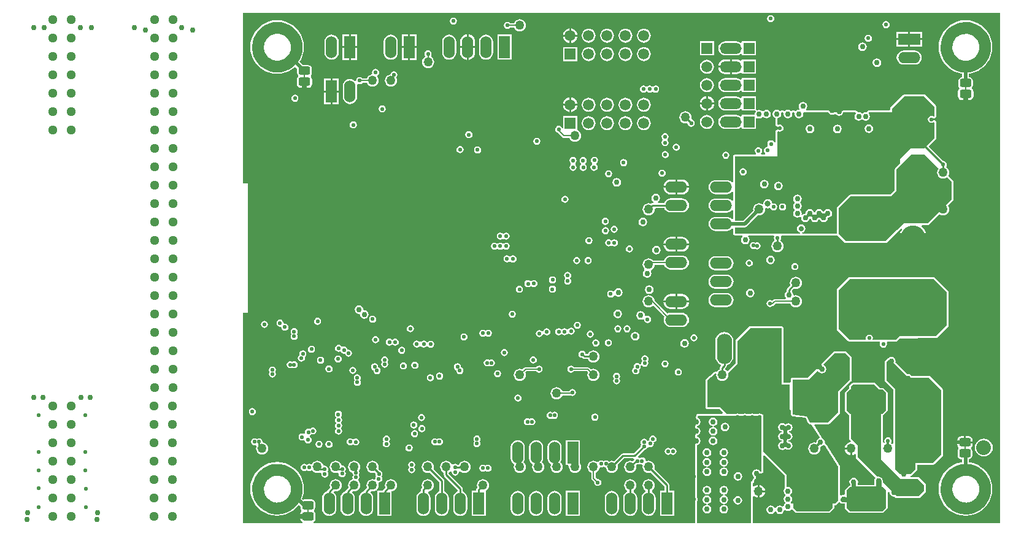
<source format=gbl>
G04 Layer_Physical_Order=6*
G04 Layer_Color=16711680*
%FSLAX25Y25*%
%MOIN*%
G70*
G01*
G75*
%ADD10C,0.06496*%
%ADD11C,0.00800*%
G04:AMPARAMS|DCode=49|XSize=50mil|YSize=50mil|CornerRadius=25mil|HoleSize=0mil|Usage=FLASHONLY|Rotation=270.000|XOffset=0mil|YOffset=0mil|HoleType=Round|Shape=RoundedRectangle|*
%AMROUNDEDRECTD49*
21,1,0.05000,0.00000,0,0,270.0*
21,1,0.00000,0.05000,0,0,270.0*
1,1,0.05000,0.00000,0.00000*
1,1,0.05000,0.00000,0.00000*
1,1,0.05000,0.00000,0.00000*
1,1,0.05000,0.00000,0.00000*
%
%ADD49ROUNDEDRECTD49*%
%ADD54C,0.00600*%
%ADD55C,0.02000*%
%ADD57C,0.01000*%
%ADD59C,0.03000*%
%ADD62C,0.04000*%
%ADD63C,0.02700*%
%ADD65C,0.02500*%
%ADD67C,0.01200*%
%ADD68C,0.02200*%
%ADD75C,0.07000*%
%ADD76C,0.05000*%
%ADD88C,0.05039*%
%ADD89O,0.13000X0.13600*%
%ADD90R,0.05905X0.05905*%
%ADD91O,0.11811X0.05905*%
%ADD92C,0.05905*%
%ADD93O,0.06000X0.12000*%
%ADD94R,0.06000X0.12000*%
%ADD95R,0.05905X0.05905*%
%ADD96O,0.12000X0.06000*%
%ADD97O,0.08250X0.16500*%
%ADD98C,0.08000*%
G04:AMPARAMS|DCode=99|XSize=133mil|YSize=83mil|CornerRadius=0mil|HoleSize=0mil|Usage=FLASHONLY|Rotation=270.000|XOffset=0mil|YOffset=0mil|HoleType=Round|Shape=Octagon|*
%AMOCTAGOND99*
4,1,8,-0.02075,-0.06650,0.02075,-0.06650,0.04150,-0.04575,0.04150,0.04575,0.02075,0.06650,-0.02075,0.06650,-0.04150,0.04575,-0.04150,-0.04575,-0.02075,-0.06650,0.0*
%
%ADD99OCTAGOND99*%

%ADD100R,0.12000X0.06000*%
%ADD101C,0.03000*%
%ADD102C,0.02200*%
%ADD103C,0.02900*%
%ADD104C,0.03200*%
%ADD122R,0.05905X0.05905*%
G04:AMPARAMS|DCode=123|XSize=50mil|YSize=50mil|CornerRadius=25mil|HoleSize=0mil|Usage=FLASHONLY|Rotation=0.000|XOffset=0mil|YOffset=0mil|HoleType=Round|Shape=RoundedRectangle|*
%AMROUNDEDRECTD123*
21,1,0.05000,0.00000,0,0,0.0*
21,1,0.00000,0.05000,0,0,0.0*
1,1,0.05000,0.00000,0.00000*
1,1,0.05000,0.00000,0.00000*
1,1,0.05000,0.00000,0.00000*
1,1,0.05000,0.00000,0.00000*
%
%ADD123ROUNDEDRECTD123*%
G04:AMPARAMS|DCode=124|XSize=46mil|YSize=63mil|CornerRadius=11.5mil|HoleSize=0mil|Usage=FLASHONLY|Rotation=90.000|XOffset=0mil|YOffset=0mil|HoleType=Round|Shape=RoundedRectangle|*
%AMROUNDEDRECTD124*
21,1,0.04600,0.04000,0,0,90.0*
21,1,0.02300,0.06300,0,0,90.0*
1,1,0.02300,0.02000,0.01150*
1,1,0.02300,0.02000,-0.01150*
1,1,0.02300,-0.02000,-0.01150*
1,1,0.02300,-0.02000,0.01150*
%
%ADD124ROUNDEDRECTD124*%
%ADD125C,0.08500*%
G36*
X420103Y29160D02*
X419603Y29071D01*
X419161Y29732D01*
X418401Y30240D01*
X417503Y30419D01*
X416606Y30240D01*
X415845Y29732D01*
X415337Y28971D01*
X415158Y28074D01*
X415337Y27176D01*
X415845Y26416D01*
X416132Y26224D01*
Y25724D01*
X415845Y25532D01*
X415337Y24772D01*
X415158Y23874D01*
X415002Y23684D01*
X414478Y23600D01*
X414478Y23600D01*
Y1100D01*
X385178D01*
Y13212D01*
X385293Y13384D01*
X385440Y14125D01*
X385293Y14866D01*
X385178Y15039D01*
Y26011D01*
X385240Y26325D01*
X385178Y26639D01*
X385178Y43554D01*
X385575Y43633D01*
X386336Y44142D01*
X386844Y44903D01*
X387023Y45800D01*
X386844Y46697D01*
X386336Y47458D01*
X385575Y47967D01*
X385178Y48046D01*
Y48754D01*
X385575Y48833D01*
X386336Y49342D01*
X386844Y50103D01*
X387023Y51000D01*
X386844Y51897D01*
X386336Y52658D01*
X385575Y53167D01*
X385178Y53246D01*
Y53854D01*
X385575Y53934D01*
X386336Y54442D01*
X386844Y55203D01*
X387023Y56100D01*
X386844Y56997D01*
X386336Y57758D01*
X385722Y58169D01*
X385510Y58751D01*
X385544Y58803D01*
X385688Y59525D01*
X420103D01*
X420103Y29160D01*
D02*
G37*
G36*
X481478Y76500D02*
X485178Y72800D01*
Y35500D01*
X495678Y25000D01*
X505278D01*
X508578Y21700D01*
Y18600D01*
X505778Y15800D01*
X493578D01*
X486048Y23330D01*
Y24025D01*
X485870Y24923D01*
X485361Y25683D01*
X484601Y26192D01*
X483703Y26370D01*
X483123Y26255D01*
X472478Y36900D01*
X472478Y43400D01*
X468878Y47000D01*
X468878Y75300D01*
X470078Y76500D01*
X481478Y76500D01*
D02*
G37*
G36*
X468103Y91025D02*
X468103Y78925D01*
X466878Y77700D01*
X461778Y72600D01*
Y61300D01*
X456378Y55900D01*
X446478D01*
X444878Y59200D01*
X437178Y60200D01*
Y79200D01*
X445678Y79200D01*
X450347Y83869D01*
X450922Y83737D01*
X451320Y83142D01*
X452080Y82634D01*
X452978Y82455D01*
X453875Y82634D01*
X454636Y83142D01*
X455145Y83903D01*
X455323Y84800D01*
X455145Y85697D01*
X454636Y86458D01*
X454041Y86856D01*
X453909Y87431D01*
X460003Y93525D01*
X465603D01*
X468103Y91025D01*
D02*
G37*
G36*
X500003Y80225D02*
X511153Y80225D01*
X517878Y73500D01*
Y48900D01*
Y38300D01*
X513478Y33900D01*
X503778D01*
X503778Y30500D01*
X500978Y27700D01*
X495378Y27700D01*
X492778Y30300D01*
X492778Y58400D01*
X492778Y74000D01*
X488103Y78675D01*
X488103Y88725D01*
X489103Y89725D01*
X490503Y89725D01*
X500003Y80225D01*
D02*
G37*
G36*
X431178Y76500D02*
X435578D01*
Y63100D01*
X436158Y62449D01*
Y60200D01*
X436185Y60068D01*
X436194Y59934D01*
X436223Y59875D01*
X436236Y59810D01*
X436311Y59698D01*
X436370Y59578D01*
X436420Y59534D01*
X436457Y59479D01*
X436569Y59404D01*
X436670Y59316D01*
X436733Y59295D01*
X436788Y59258D01*
X436919Y59232D01*
X437047Y59189D01*
X444201Y58260D01*
X445561Y55455D01*
X445663Y55320D01*
X445757Y55179D01*
X445782Y55162D01*
X445801Y55138D01*
X445947Y55052D01*
X446088Y54958D01*
X446118Y54952D01*
X446144Y54937D01*
X446312Y54914D01*
X446478Y54880D01*
X447176D01*
X451654Y47741D01*
X451456Y47282D01*
X451380Y47267D01*
X450620Y46758D01*
X450111Y45997D01*
X449965Y45263D01*
X449864Y45063D01*
X449473Y44850D01*
X448878Y44929D01*
X448017Y44815D01*
X447214Y44482D01*
X446524Y43954D01*
X445995Y43264D01*
X445663Y42461D01*
X445549Y41600D01*
X445663Y40738D01*
X445995Y39936D01*
X446524Y39246D01*
X447214Y38717D01*
X448017Y38385D01*
X448878Y38271D01*
X449739Y38385D01*
X450542Y38717D01*
X451231Y39246D01*
X451760Y39936D01*
X452093Y40738D01*
X452206Y41600D01*
X452117Y42277D01*
X452213Y42562D01*
X452495Y42798D01*
X453175Y42933D01*
X453812Y43359D01*
X454419Y43333D01*
X461778Y31600D01*
Y13500D01*
X460078Y11800D01*
X436024D01*
X435950Y12351D01*
X436236Y12542D01*
X436744Y13303D01*
X436923Y14200D01*
X436744Y15097D01*
X436236Y15858D01*
X435874Y16100D01*
Y16600D01*
X436236Y16842D01*
X436744Y17603D01*
X436923Y18500D01*
X436744Y19397D01*
X436236Y20158D01*
X435475Y20667D01*
X434578Y20845D01*
X434178Y20765D01*
X433678Y21176D01*
X433678Y27400D01*
X421123Y39955D01*
X421123Y59525D01*
X421045Y59915D01*
X420824Y60246D01*
X420493Y60467D01*
X420103Y60545D01*
X419719D01*
X419700Y60558D01*
X418959Y60705D01*
X418218Y60558D01*
X418199Y60545D01*
X415719D01*
X415700Y60558D01*
X414959Y60705D01*
X414218Y60558D01*
X414199Y60545D01*
X411719D01*
X411700Y60558D01*
X410959Y60705D01*
X410218Y60558D01*
X410199Y60545D01*
X407719D01*
X407700Y60558D01*
X406959Y60705D01*
X406218Y60558D01*
X406199Y60545D01*
X401200D01*
X397878Y64100D01*
X390703Y64100D01*
Y78625D01*
X395154Y82427D01*
X395625Y82171D01*
X395550Y81600D01*
X395663Y80739D01*
X395995Y79936D01*
X396524Y79246D01*
X397214Y78717D01*
X398017Y78385D01*
X398878Y78272D01*
X399739Y78385D01*
X400542Y78717D01*
X401232Y79246D01*
X401760Y79936D01*
X402093Y80739D01*
X402206Y81600D01*
X402124Y82225D01*
X402203Y82725D01*
X407003Y87525D01*
Y100025D01*
X414003Y107025D01*
X431178D01*
Y76500D01*
D02*
G37*
G36*
X549658Y1020D02*
X415564D01*
X415497Y1100D01*
Y15515D01*
X415772Y15698D01*
X416197Y15815D01*
X416813Y15343D01*
X417664Y14990D01*
X418078Y14936D01*
Y18400D01*
Y21864D01*
X417664Y21810D01*
X416813Y21457D01*
X416197Y20985D01*
X415772Y21102D01*
X415497Y21285D01*
Y22797D01*
X415507Y22805D01*
X415536Y22815D01*
X415660Y22930D01*
X415790Y23037D01*
X415946Y23227D01*
X415970Y23272D01*
X416006Y23308D01*
X416063Y23446D01*
X416134Y23578D01*
X416139Y23629D01*
X416158Y23675D01*
X416297Y24374D01*
X416580Y24797D01*
X416698Y24876D01*
X416769Y24947D01*
X416853Y25003D01*
X416908Y25087D01*
X416979Y25157D01*
X417018Y25250D01*
X417074Y25334D01*
X417093Y25432D01*
X417132Y25525D01*
Y25626D01*
X417151Y25724D01*
Y26224D01*
X417132Y26322D01*
Y26423D01*
X417093Y26516D01*
X417074Y26614D01*
X417018Y26698D01*
X416979Y26790D01*
X416908Y26862D01*
X416853Y26945D01*
X416769Y27001D01*
X416698Y27072D01*
X416580Y27151D01*
X416297Y27574D01*
X416198Y28074D01*
X416297Y28573D01*
X416580Y28997D01*
X417004Y29280D01*
X417503Y29379D01*
X418003Y29280D01*
X418426Y28997D01*
X418755Y28504D01*
X418889Y28371D01*
X419020Y28234D01*
X419029Y28230D01*
X419037Y28223D01*
X419211Y28151D01*
X419384Y28075D01*
X419395Y28075D01*
X419404Y28071D01*
X419593D01*
X419782Y28067D01*
X420282Y28156D01*
X420385Y28196D01*
X420493Y28218D01*
X420568Y28268D01*
X420653Y28301D01*
X420732Y28378D01*
X420824Y28439D01*
X420874Y28514D01*
X420939Y28577D01*
X420984Y28678D01*
X421045Y28770D01*
X421063Y28858D01*
X421099Y28941D01*
X421101Y29052D01*
X421123Y29160D01*
Y37599D01*
X421770Y37867D01*
X432658Y26978D01*
X432658Y21176D01*
X432668Y21126D01*
X432663Y21076D01*
X432707Y20933D01*
X432736Y20786D01*
X432920Y20158D01*
X432411Y19397D01*
X432233Y18500D01*
X432411Y17603D01*
X432920Y16842D01*
X433132Y16700D01*
Y16000D01*
X432920Y15858D01*
X432411Y15097D01*
X432233Y14200D01*
X432411Y13303D01*
X432920Y12542D01*
X433057Y12450D01*
Y11750D01*
X432920Y11658D01*
X432411Y10897D01*
X432321Y10443D01*
X432148Y10329D01*
X431555Y10179D01*
X430975Y10566D01*
X430078Y10745D01*
X429180Y10566D01*
X428420Y10058D01*
X428067Y9530D01*
X428038Y9519D01*
X427318D01*
X427289Y9530D01*
X426936Y10058D01*
X426175Y10566D01*
X425278Y10745D01*
X424380Y10566D01*
X423620Y10058D01*
X423111Y9297D01*
X422933Y8400D01*
X423111Y7503D01*
X423620Y6742D01*
X424380Y6233D01*
X425278Y6055D01*
X426175Y6233D01*
X426936Y6742D01*
X427289Y7270D01*
X427318Y7281D01*
X428038D01*
X428067Y7270D01*
X428420Y6742D01*
X429180Y6233D01*
X430078Y6055D01*
X430975Y6233D01*
X431736Y6742D01*
X432244Y7503D01*
X432335Y7957D01*
X432508Y8071D01*
X433101Y8221D01*
X433680Y7834D01*
X434578Y7655D01*
X435475Y7834D01*
X436236Y8342D01*
X436334Y8488D01*
X437031Y8557D01*
X438898Y6689D01*
X443183D01*
X443813Y6606D01*
X454578D01*
X455208Y6689D01*
X457248D01*
X459723Y9164D01*
Y10780D01*
X460078D01*
X460468Y10858D01*
X460799Y11079D01*
X462077Y12357D01*
X462925Y12347D01*
X463603Y11894D01*
X464403Y11735D01*
X465428D01*
Y9125D01*
X467903Y6650D01*
X471419D01*
X471559Y6632D01*
X482203D01*
X482343Y6650D01*
X486253D01*
X488728Y9125D01*
Y17717D01*
X489428Y18044D01*
X489663Y17848D01*
X489658Y17825D01*
X489837Y16928D01*
X490345Y16167D01*
X491106Y15659D01*
X492003Y15480D01*
X492381Y15555D01*
X492857Y15079D01*
X493188Y14858D01*
X493578Y14780D01*
X505778D01*
X506168Y14858D01*
X506499Y15079D01*
X506499Y15079D01*
X509299Y17879D01*
X509520Y18210D01*
X509597Y18600D01*
Y21700D01*
X509520Y22090D01*
X509299Y22421D01*
X505999Y25721D01*
X505668Y25942D01*
X505278Y26020D01*
X501244D01*
X501175Y26720D01*
X501368Y26758D01*
X501699Y26979D01*
X504499Y29779D01*
X504720Y30110D01*
X504798Y30500D01*
X504798Y32880D01*
X512602D01*
X512603Y32880D01*
X512605Y32880D01*
X513478D01*
X513868Y32958D01*
X514199Y33179D01*
X518599Y37579D01*
X518820Y37910D01*
X518897Y38300D01*
Y48900D01*
Y73500D01*
X518820Y73890D01*
X518599Y74221D01*
X511874Y80946D01*
X511543Y81167D01*
X511153Y81245D01*
X501579Y81245D01*
X501436Y81458D01*
X501186Y81625D01*
X501012Y81741D01*
X500675Y81967D01*
X499778Y82145D01*
X499567Y82103D01*
X492931Y88739D01*
X493023Y89200D01*
X492844Y90097D01*
X492336Y90858D01*
X492131Y90995D01*
X491575Y91366D01*
X490678Y91545D01*
X489781Y91366D01*
X489020Y90858D01*
X488919Y90708D01*
X488713Y90667D01*
X488382Y90446D01*
X487382Y89446D01*
X487161Y89115D01*
X487083Y88725D01*
X487084Y78675D01*
X487161Y78285D01*
X487382Y77954D01*
X491758Y73578D01*
X491758Y58400D01*
X491758Y44335D01*
X491095Y44099D01*
X490540Y44490D01*
X490461Y44750D01*
X490668Y45059D01*
X490815Y45800D01*
X490668Y46541D01*
X490248Y47170D01*
X489619Y47590D01*
X488878Y47737D01*
X488137Y47590D01*
X487508Y47170D01*
X487088Y46541D01*
X486941Y45800D01*
X487088Y45059D01*
X486777Y44613D01*
X486198Y44952D01*
Y59650D01*
X486253D01*
X488728Y62125D01*
Y72075D01*
X486253Y74550D01*
X484870D01*
X482199Y77221D01*
X481868Y77442D01*
X481478Y77520D01*
X470078Y77520D01*
X469688Y77442D01*
X469357Y77221D01*
X468157Y76021D01*
X467936Y75690D01*
X467858Y75300D01*
Y74505D01*
X465428Y72075D01*
Y62125D01*
X467858Y59695D01*
Y47000D01*
X467936Y46610D01*
X468157Y46279D01*
X468157Y46279D01*
X468632Y45804D01*
X468381Y45065D01*
X467964Y45010D01*
X467113Y44657D01*
X466382Y44096D01*
X465821Y43365D01*
X465468Y42514D01*
X465414Y42100D01*
X468878D01*
Y41600D01*
X469378D01*
Y38136D01*
X469792Y38190D01*
X470643Y38543D01*
X470758Y38631D01*
X471458Y38286D01*
Y36900D01*
X471536Y36510D01*
X471757Y36179D01*
X482064Y25872D01*
X482045Y25683D01*
X481537Y24923D01*
X481358Y24025D01*
Y21719D01*
X472570D01*
X472322Y22419D01*
X472444Y22603D01*
X472623Y23500D01*
X472444Y24397D01*
X471936Y25158D01*
X471175Y25667D01*
X470278Y25845D01*
X469381Y25667D01*
X468620Y25158D01*
X468111Y24397D01*
X467933Y23500D01*
X468111Y22603D01*
X468341Y22259D01*
Y21550D01*
X467903D01*
X465428Y19075D01*
Y16848D01*
X464887Y16404D01*
X464678Y16445D01*
X463780Y16267D01*
X463497Y16078D01*
X462797Y16452D01*
Y31600D01*
X462781Y31684D01*
X462783Y31770D01*
X462742Y31877D01*
X462720Y31990D01*
X462672Y32062D01*
X462642Y32142D01*
X455283Y43874D01*
X455219Y43942D01*
X455170Y44022D01*
X455083Y44085D01*
X455010Y44164D01*
X454924Y44202D01*
X454849Y44257D01*
X454745Y44282D01*
X454646Y44326D01*
X454609Y45028D01*
X454623Y45100D01*
X454445Y45997D01*
X453936Y46758D01*
X453175Y47267D01*
X452673Y47726D01*
X452657Y47818D01*
X452659Y47911D01*
X452621Y48011D01*
X452601Y48117D01*
X452551Y48195D01*
X452518Y48283D01*
X448764Y54268D01*
X449102Y54880D01*
X456378D01*
X456768Y54958D01*
X457099Y55179D01*
X462499Y60579D01*
X462720Y60910D01*
X462797Y61300D01*
Y72178D01*
X467599Y76979D01*
X468824Y78204D01*
X469045Y78535D01*
X469123Y78925D01*
X469123Y91025D01*
X469045Y91415D01*
X468824Y91746D01*
X466324Y94246D01*
X466324Y94246D01*
X465993Y94467D01*
X465603Y94545D01*
X460003D01*
X459613Y94467D01*
X459282Y94246D01*
X453188Y88152D01*
X453124Y88056D01*
X453045Y87972D01*
X453014Y87892D01*
X452967Y87821D01*
X452944Y87708D01*
X452903Y87600D01*
X452906Y87515D01*
X452889Y87431D01*
X452912Y87318D01*
X452915Y87203D01*
X453047Y86628D01*
X453123Y86460D01*
X453193Y86289D01*
X453204Y86279D01*
X453210Y86265D01*
X453344Y86138D01*
X453475Y86008D01*
X453901Y85723D01*
X454184Y85300D01*
X454283Y84800D01*
X454184Y84300D01*
X453901Y83877D01*
X453478Y83594D01*
X452978Y83495D01*
X452478Y83594D01*
X452055Y83877D01*
X451770Y84303D01*
X451640Y84434D01*
X451513Y84568D01*
X451499Y84574D01*
X451488Y84585D01*
X451318Y84655D01*
X451150Y84731D01*
X450575Y84863D01*
X450460Y84866D01*
X450347Y84889D01*
X450263Y84872D01*
X450178Y84875D01*
X450070Y84834D01*
X449957Y84811D01*
X449886Y84764D01*
X449806Y84733D01*
X449722Y84654D01*
X449626Y84590D01*
X445256Y80220D01*
X437178Y80220D01*
X436788Y80142D01*
X436457Y79921D01*
X436236Y79590D01*
X436158Y79200D01*
Y78093D01*
X435578Y77520D01*
X432198D01*
Y107025D01*
X432120Y107415D01*
X431899Y107746D01*
X431568Y107967D01*
X431178Y108045D01*
X414003D01*
X413613Y107967D01*
X413282Y107746D01*
X406282Y100746D01*
X406061Y100415D01*
X405984Y100025D01*
Y87947D01*
X401936Y83900D01*
X401237Y83946D01*
X401232Y83954D01*
X400577Y84456D01*
X400537Y84539D01*
X400471Y85269D01*
X400915Y85713D01*
X401202Y86143D01*
X401303Y86650D01*
Y86993D01*
X402462Y87473D01*
X403490Y88262D01*
X404280Y89291D01*
X404776Y90489D01*
X404946Y91775D01*
Y100025D01*
X404776Y101311D01*
X404280Y102509D01*
X403490Y103538D01*
X402462Y104327D01*
X401264Y104823D01*
X399978Y104992D01*
X398692Y104823D01*
X397494Y104327D01*
X396465Y103538D01*
X395676Y102509D01*
X395180Y101311D01*
X395010Y100025D01*
Y91775D01*
X395180Y90489D01*
X395676Y89291D01*
X396465Y88262D01*
X397494Y87473D01*
X397925Y87295D01*
X398061Y86608D01*
X397941Y86488D01*
X397653Y86058D01*
X397552Y85550D01*
Y84623D01*
X397214Y84483D01*
X396524Y83954D01*
X396232Y83572D01*
X395617Y83336D01*
X395438Y83386D01*
X395261Y83441D01*
X395247Y83440D01*
X395234Y83443D01*
X395050Y83422D01*
X394864Y83405D01*
X394852Y83398D01*
X394839Y83397D01*
X394677Y83306D01*
X394512Y83219D01*
X394504Y83209D01*
X394492Y83202D01*
X390041Y79400D01*
X390016Y79369D01*
X389982Y79346D01*
X389894Y79213D01*
X389795Y79088D01*
X389784Y79049D01*
X389761Y79015D01*
X389730Y78859D01*
X389687Y78705D01*
X389691Y78665D01*
X389684Y78625D01*
Y64100D01*
X389761Y63710D01*
X389982Y63379D01*
X390313Y63158D01*
X390703Y63080D01*
X397435Y63080D01*
X399204Y61187D01*
X398925Y60545D01*
X385688D01*
X385590Y60525D01*
X385489D01*
X385397Y60487D01*
X385298Y60467D01*
X385215Y60411D01*
X385122Y60373D01*
X385051Y60302D01*
X384967Y60246D01*
X384911Y60163D01*
X384840Y60092D01*
X384802Y59999D01*
X384746Y59915D01*
X384727Y59817D01*
X384688Y59724D01*
X384557Y59065D01*
X384557Y59062D01*
X384510Y58950D01*
Y58871D01*
X384491Y58794D01*
X384510Y58674D01*
Y58552D01*
X384540Y58479D01*
X384552Y58401D01*
X384764Y57819D01*
X384828Y57715D01*
X384874Y57602D01*
X384930Y57546D01*
X384971Y57479D01*
X385069Y57407D01*
X385156Y57321D01*
X385601Y57023D01*
X385884Y56600D01*
X385983Y56100D01*
X385884Y55600D01*
X385601Y55177D01*
X385178Y54894D01*
X384979Y54854D01*
X384886Y54816D01*
X384788Y54796D01*
X384704Y54741D01*
X384612Y54702D01*
X384541Y54631D01*
X384457Y54575D01*
X384401Y54492D01*
X384330Y54421D01*
X384292Y54328D01*
X384236Y54245D01*
X384216Y54146D01*
X384178Y54053D01*
Y53953D01*
X384158Y53854D01*
Y53246D01*
X384178Y53147D01*
Y53047D01*
X384216Y52954D01*
X384236Y52855D01*
X384292Y52772D01*
X384330Y52679D01*
X384401Y52608D01*
X384457Y52525D01*
X384541Y52469D01*
X384612Y52398D01*
X384704Y52359D01*
X384788Y52304D01*
X384886Y52284D01*
X384979Y52246D01*
X385178Y52206D01*
X385601Y51923D01*
X385884Y51500D01*
X385983Y51000D01*
X385884Y50500D01*
X385601Y50077D01*
X385178Y49794D01*
X384979Y49754D01*
X384886Y49716D01*
X384788Y49696D01*
X384704Y49641D01*
X384612Y49602D01*
X384541Y49531D01*
X384457Y49475D01*
X384401Y49392D01*
X384330Y49321D01*
X384292Y49228D01*
X384236Y49145D01*
X384216Y49046D01*
X384178Y48953D01*
Y48853D01*
X384158Y48754D01*
Y48046D01*
X384178Y47947D01*
Y47847D01*
X384216Y47754D01*
X384236Y47655D01*
X384292Y47572D01*
X384330Y47479D01*
X384401Y47408D01*
X384457Y47325D01*
X384541Y47269D01*
X384612Y47198D01*
X384704Y47159D01*
X384788Y47104D01*
X384886Y47084D01*
X384979Y47046D01*
X385178Y47006D01*
X385601Y46723D01*
X385884Y46300D01*
X385983Y45800D01*
X385884Y45300D01*
X385601Y44877D01*
X385178Y44594D01*
X384979Y44554D01*
X384886Y44516D01*
X384788Y44496D01*
X384704Y44441D01*
X384612Y44402D01*
X384541Y44331D01*
X384457Y44275D01*
X384401Y44192D01*
X384330Y44121D01*
X384292Y44028D01*
X384236Y43945D01*
X384216Y43846D01*
X384178Y43753D01*
Y43653D01*
X384158Y43554D01*
X384158Y26639D01*
X384178Y26540D01*
Y26440D01*
X384201Y26325D01*
X384178Y26210D01*
Y26110D01*
X384158Y26011D01*
Y15039D01*
X384178Y14940D01*
Y14840D01*
X384216Y14747D01*
X384236Y14648D01*
X384292Y14565D01*
X384330Y14472D01*
X384332Y14469D01*
X384401Y14125D01*
X384332Y13782D01*
X384330Y13778D01*
X384292Y13686D01*
X384236Y13602D01*
X384216Y13503D01*
X384178Y13411D01*
Y13310D01*
X384158Y13212D01*
Y1100D01*
X384092Y1020D01*
X176763D01*
X176672Y1277D01*
X176646Y1719D01*
X177253Y2125D01*
X177728Y2836D01*
X177895Y3675D01*
Y5975D01*
X177728Y6814D01*
X177253Y7525D01*
X177134Y7605D01*
X177199Y8404D01*
X177540Y8914D01*
X177691Y9675D01*
Y11975D01*
X177540Y12736D01*
X177109Y13381D01*
X176464Y13812D01*
X175703Y13963D01*
X171703D01*
X171211Y13865D01*
X170577Y14500D01*
X170867Y15201D01*
X171402Y17427D01*
X171581Y19710D01*
X171402Y21993D01*
X170867Y24220D01*
X169991Y26335D01*
X168794Y28288D01*
X167307Y30029D01*
X165566Y31516D01*
X163613Y32713D01*
X161498Y33589D01*
X159271Y34124D01*
X156988Y34303D01*
X154705Y34124D01*
X152479Y33589D01*
X150363Y32713D01*
X148411Y31516D01*
X146669Y30029D01*
X145182Y28288D01*
X143986Y26335D01*
X143109Y24220D01*
X142575Y21993D01*
X142395Y19710D01*
X142575Y17427D01*
X143109Y15201D01*
X143986Y13085D01*
X145182Y11133D01*
X146669Y9391D01*
X148411Y7904D01*
X150363Y6708D01*
X152479Y5831D01*
X154705Y5297D01*
X156988Y5117D01*
X159271Y5297D01*
X161498Y5831D01*
X163613Y6708D01*
X165566Y7904D01*
X167307Y9391D01*
X168440Y10718D01*
X169140Y10746D01*
X169715Y10170D01*
Y9675D01*
X169866Y8914D01*
X170208Y8404D01*
X170272Y7605D01*
X170153Y7525D01*
X169678Y6814D01*
X169511Y5975D01*
Y3675D01*
X169678Y2836D01*
X170153Y2125D01*
X170760Y1719D01*
X170734Y1277D01*
X170644Y1020D01*
X138296D01*
Y115552D01*
X141142D01*
Y185778D01*
X141095Y185825D01*
X138296D01*
Y278481D01*
X549658D01*
Y1020D01*
D02*
G37*
%LPC*%
G36*
X399778Y31345D02*
X398881Y31167D01*
X398120Y30658D01*
X397611Y29897D01*
X397433Y29000D01*
X397611Y28103D01*
X398120Y27342D01*
X398881Y26833D01*
X399778Y26655D01*
X400675Y26833D01*
X401436Y27342D01*
X401944Y28103D01*
X402123Y29000D01*
X401944Y29897D01*
X401436Y30658D01*
X400675Y31167D01*
X399778Y31345D01*
D02*
G37*
G36*
X390578D02*
X389681Y31167D01*
X388920Y30658D01*
X388411Y29897D01*
X388233Y29000D01*
X388411Y28103D01*
X388920Y27342D01*
X389681Y26833D01*
X390578Y26655D01*
X391475Y26833D01*
X392236Y27342D01*
X392744Y28103D01*
X392923Y29000D01*
X392744Y29897D01*
X392236Y30658D01*
X391475Y31167D01*
X390578Y31345D01*
D02*
G37*
G36*
X407378Y28845D02*
X406481Y28667D01*
X405720Y28158D01*
X405211Y27397D01*
X405033Y26500D01*
X405211Y25603D01*
X405720Y24842D01*
X406481Y24333D01*
X407378Y24155D01*
X408275Y24333D01*
X409036Y24842D01*
X409545Y25603D01*
X409723Y26500D01*
X409545Y27397D01*
X409036Y28158D01*
X408275Y28667D01*
X407378Y28845D01*
D02*
G37*
G36*
X399778Y36545D02*
X398881Y36367D01*
X398120Y35858D01*
X397611Y35097D01*
X397433Y34200D01*
X397611Y33303D01*
X398120Y32542D01*
X398881Y32033D01*
X399778Y31855D01*
X400675Y32033D01*
X401436Y32542D01*
X401944Y33303D01*
X402123Y34200D01*
X401944Y35097D01*
X401436Y35858D01*
X400675Y36367D01*
X399778Y36545D01*
D02*
G37*
G36*
X390578D02*
X389681Y36367D01*
X388920Y35858D01*
X388411Y35097D01*
X388233Y34200D01*
X388411Y33303D01*
X388920Y32542D01*
X389681Y32033D01*
X390578Y31855D01*
X391475Y32033D01*
X392236Y32542D01*
X392744Y33303D01*
X392923Y34200D01*
X392744Y35097D01*
X392236Y35858D01*
X391475Y36367D01*
X390578Y36545D01*
D02*
G37*
G36*
X399778Y21345D02*
X398881Y21167D01*
X398120Y20658D01*
X397611Y19897D01*
X397433Y19000D01*
X397611Y18103D01*
X398120Y17342D01*
X398881Y16833D01*
X399527Y16705D01*
Y16195D01*
X398881Y16067D01*
X398120Y15558D01*
X397611Y14797D01*
X397433Y13900D01*
X397611Y13003D01*
X398120Y12242D01*
X398881Y11733D01*
X399778Y11555D01*
X400675Y11733D01*
X401436Y12242D01*
X401944Y13003D01*
X402123Y13900D01*
X401944Y14797D01*
X401436Y15558D01*
X400675Y16067D01*
X400029Y16195D01*
Y16705D01*
X400675Y16833D01*
X401436Y17342D01*
X401944Y18103D01*
X402123Y19000D01*
X401944Y19897D01*
X401436Y20658D01*
X400675Y21167D01*
X399778Y21345D01*
D02*
G37*
G36*
X407287Y15860D02*
X406390Y15682D01*
X405629Y15173D01*
X405121Y14412D01*
X404942Y13515D01*
X405121Y12618D01*
X405629Y11857D01*
X406390Y11348D01*
X407287Y11170D01*
X408185Y11348D01*
X408946Y11857D01*
X409454Y12618D01*
X409632Y13515D01*
X409454Y14412D01*
X408946Y15173D01*
X408185Y15682D01*
X407287Y15860D01*
D02*
G37*
G36*
X390578Y21345D02*
X389681Y21167D01*
X388920Y20658D01*
X388411Y19897D01*
X388233Y19000D01*
X388411Y18103D01*
X388920Y17342D01*
X389681Y16833D01*
X390578Y16655D01*
X391475Y16833D01*
X392236Y17342D01*
X392744Y18103D01*
X392923Y19000D01*
X392744Y19897D01*
X392236Y20658D01*
X391475Y21167D01*
X390578Y21345D01*
D02*
G37*
G36*
X399778Y11045D02*
X398881Y10866D01*
X398120Y10358D01*
X397611Y9597D01*
X397433Y8700D01*
X397611Y7803D01*
X398120Y7042D01*
X398881Y6533D01*
X399778Y6355D01*
X400675Y6533D01*
X401436Y7042D01*
X401944Y7803D01*
X402123Y8700D01*
X401944Y9597D01*
X401436Y10358D01*
X400675Y10866D01*
X399778Y11045D01*
D02*
G37*
G36*
X390578Y16145D02*
X389681Y15967D01*
X388920Y15458D01*
X388411Y14697D01*
X388233Y13800D01*
X388411Y12903D01*
X388920Y12142D01*
X389681Y11633D01*
X390327Y11505D01*
Y10995D01*
X389681Y10866D01*
X388920Y10358D01*
X388411Y9597D01*
X388233Y8700D01*
X388411Y7803D01*
X388920Y7042D01*
X389681Y6533D01*
X390578Y6355D01*
X391475Y6533D01*
X392236Y7042D01*
X392744Y7803D01*
X392923Y8700D01*
X392744Y9597D01*
X392236Y10358D01*
X391475Y10866D01*
X390829Y10995D01*
Y11505D01*
X391475Y11633D01*
X392236Y12142D01*
X392744Y12903D01*
X392923Y13800D01*
X392744Y14697D01*
X392236Y15458D01*
X391475Y15967D01*
X390578Y16145D01*
D02*
G37*
G36*
X400378Y55645D02*
X399481Y55467D01*
X398720Y54958D01*
X398211Y54197D01*
X398033Y53300D01*
X398211Y52403D01*
X398720Y51642D01*
X399481Y51133D01*
X400378Y50955D01*
X401275Y51133D01*
X402036Y51642D01*
X402544Y52403D01*
X402723Y53300D01*
X402544Y54197D01*
X402036Y54958D01*
X401275Y55467D01*
X400378Y55645D01*
D02*
G37*
G36*
X393878Y58445D02*
X392981Y58267D01*
X392220Y57758D01*
X391711Y56997D01*
X391533Y56100D01*
X391711Y55203D01*
X392220Y54442D01*
X392981Y53934D01*
X393627Y53805D01*
Y53295D01*
X392981Y53167D01*
X392220Y52658D01*
X391711Y51897D01*
X391533Y51000D01*
X391711Y50103D01*
X392220Y49342D01*
X392981Y48833D01*
X393878Y48655D01*
X394775Y48833D01*
X395536Y49342D01*
X396044Y50103D01*
X396223Y51000D01*
X396044Y51897D01*
X395536Y52658D01*
X394775Y53167D01*
X394129Y53295D01*
Y53805D01*
X394775Y53934D01*
X395536Y54442D01*
X396044Y55203D01*
X396223Y56100D01*
X396044Y56997D01*
X395536Y57758D01*
X394775Y58267D01*
X393878Y58445D01*
D02*
G37*
G36*
X399778Y41845D02*
X398881Y41667D01*
X398120Y41158D01*
X397611Y40397D01*
X397433Y39500D01*
X397611Y38603D01*
X398120Y37842D01*
X398881Y37333D01*
X399778Y37155D01*
X400675Y37333D01*
X401436Y37842D01*
X401944Y38603D01*
X402123Y39500D01*
X401944Y40397D01*
X401436Y41158D01*
X400675Y41667D01*
X399778Y41845D01*
D02*
G37*
G36*
X390578Y41818D02*
X389681Y41639D01*
X388920Y41131D01*
X388411Y40370D01*
X388233Y39472D01*
X388411Y38575D01*
X388920Y37814D01*
X389681Y37306D01*
X390578Y37127D01*
X391475Y37306D01*
X392236Y37814D01*
X392744Y38575D01*
X392923Y39472D01*
X392744Y40370D01*
X392236Y41131D01*
X391475Y41639D01*
X390578Y41818D01*
D02*
G37*
G36*
X393878Y48145D02*
X392981Y47967D01*
X392220Y47458D01*
X391711Y46697D01*
X391533Y45800D01*
X391711Y44903D01*
X392220Y44142D01*
X392981Y43633D01*
X393878Y43455D01*
X394775Y43633D01*
X395536Y44142D01*
X396044Y44903D01*
X396223Y45800D01*
X396044Y46697D01*
X395536Y47458D01*
X394775Y47967D01*
X393878Y48145D01*
D02*
G37*
G36*
X431578Y55545D02*
X430681Y55366D01*
X429920Y54858D01*
X429411Y54097D01*
X429233Y53200D01*
X429411Y52303D01*
X429920Y51542D01*
X430681Y51033D01*
X431075Y50955D01*
Y50445D01*
X430681Y50367D01*
X429920Y49858D01*
X429411Y49097D01*
X429233Y48200D01*
X429411Y47303D01*
X429920Y46542D01*
X430681Y46033D01*
X431075Y45955D01*
Y45445D01*
X430681Y45367D01*
X429920Y44858D01*
X429411Y44097D01*
X429233Y43200D01*
X429411Y42303D01*
X429920Y41542D01*
X430681Y41033D01*
X431578Y40855D01*
X432475Y41033D01*
X433204Y41521D01*
X433825Y41106D01*
X434703Y40931D01*
X435581Y41106D01*
X436325Y41603D01*
X436823Y42347D01*
X436997Y43225D01*
X436823Y44103D01*
X436325Y44847D01*
X435581Y45345D01*
X434949Y45470D01*
Y45980D01*
X435581Y46106D01*
X436325Y46603D01*
X436823Y47347D01*
X436997Y48225D01*
X436823Y49103D01*
X436325Y49847D01*
X435581Y50345D01*
X435201Y50420D01*
Y50930D01*
X435581Y51006D01*
X436325Y51503D01*
X436823Y52247D01*
X436997Y53125D01*
X436823Y54003D01*
X436325Y54747D01*
X435581Y55245D01*
X434703Y55419D01*
X433825Y55245D01*
X433240Y54853D01*
X433236Y54858D01*
X432475Y55366D01*
X431578Y55545D01*
D02*
G37*
%LPD*%
G36*
X432078Y54406D02*
X432664Y54014D01*
X432673Y54006D01*
X432673Y54006D01*
X432673Y54005D01*
X432858Y53929D01*
X433040Y53853D01*
X433040D01*
X433041Y53853D01*
X433239D01*
X433438Y53853D01*
X433438Y53853D01*
X433438D01*
X433617Y53927D01*
X433805Y54005D01*
X433806Y54005D01*
X433806Y54005D01*
X434223Y54284D01*
X434703Y54380D01*
X435183Y54284D01*
X435590Y54012D01*
X435862Y53605D01*
X435958Y53125D01*
X435862Y52645D01*
X435590Y52238D01*
X435183Y51966D01*
X435002Y51930D01*
X434909Y51892D01*
X434811Y51872D01*
X434727Y51816D01*
X434634Y51778D01*
X434563Y51707D01*
X434480Y51651D01*
X434424Y51568D01*
X434353Y51497D01*
X434315Y51404D01*
X434259Y51320D01*
X434239Y51222D01*
X434201Y51129D01*
Y51029D01*
X434181Y50930D01*
Y50420D01*
X434201Y50322D01*
Y50221D01*
X434239Y50129D01*
X434259Y50030D01*
X434315Y49947D01*
X434353Y49854D01*
X434424Y49783D01*
X434480Y49699D01*
X434563Y49643D01*
X434634Y49573D01*
X434727Y49534D01*
X434811Y49478D01*
X434909Y49459D01*
X435002Y49420D01*
X435183Y49384D01*
X435590Y49112D01*
X435862Y48705D01*
X435958Y48225D01*
X435862Y47745D01*
X435590Y47338D01*
X435183Y47066D01*
X434751Y46980D01*
X434658Y46942D01*
X434559Y46922D01*
X434476Y46866D01*
X434383Y46828D01*
X434312Y46757D01*
X434228Y46701D01*
X434173Y46618D01*
X434102Y46547D01*
X434063Y46454D01*
X434007Y46370D01*
X433988Y46272D01*
X433949Y46179D01*
Y46079D01*
X433930Y45980D01*
Y45470D01*
X433949Y45372D01*
Y45271D01*
X433988Y45179D01*
X434007Y45080D01*
X434063Y44997D01*
X434102Y44904D01*
X434173Y44833D01*
X434228Y44749D01*
X434312Y44693D01*
X434383Y44623D01*
X434476Y44584D01*
X434559Y44528D01*
X434658Y44509D01*
X434751Y44470D01*
X435183Y44384D01*
X435590Y44112D01*
X435862Y43705D01*
X435958Y43225D01*
X435862Y42745D01*
X435590Y42338D01*
X435183Y42066D01*
X434703Y41971D01*
X434223Y42066D01*
X433771Y42368D01*
X433556Y42458D01*
X433403Y42521D01*
X433006D01*
X432638Y42368D01*
X432638Y42368D01*
X432078Y41994D01*
X431578Y41895D01*
X431078Y41994D01*
X430655Y42277D01*
X430372Y42700D01*
X430272Y43200D01*
X430372Y43700D01*
X430655Y44123D01*
X431078Y44406D01*
X431274Y44445D01*
X431367Y44484D01*
X431466Y44503D01*
X431549Y44559D01*
X431642Y44597D01*
X431713Y44668D01*
X431796Y44724D01*
X431852Y44808D01*
X431923Y44879D01*
X431962Y44971D01*
X432017Y45055D01*
X432037Y45153D01*
X432075Y45246D01*
Y45347D01*
X432095Y45445D01*
Y45955D01*
X432075Y46053D01*
Y46154D01*
X432037Y46247D01*
X432017Y46345D01*
X431962Y46429D01*
X431923Y46521D01*
X431852Y46592D01*
X431796Y46676D01*
X431713Y46732D01*
X431642Y46803D01*
X431549Y46841D01*
X431466Y46897D01*
X431367Y46916D01*
X431274Y46955D01*
X431078Y46994D01*
X430655Y47277D01*
X430372Y47700D01*
X430272Y48200D01*
X430372Y48700D01*
X430655Y49123D01*
X431078Y49406D01*
X431274Y49445D01*
X431367Y49483D01*
X431466Y49503D01*
X431549Y49559D01*
X431642Y49597D01*
X431713Y49668D01*
X431796Y49724D01*
X431852Y49808D01*
X431923Y49879D01*
X431962Y49971D01*
X432017Y50055D01*
X432037Y50153D01*
X432075Y50246D01*
Y50347D01*
X432095Y50445D01*
Y50955D01*
X432075Y51053D01*
Y51154D01*
X432037Y51247D01*
X432017Y51345D01*
X431962Y51429D01*
X431923Y51521D01*
X431852Y51592D01*
X431796Y51676D01*
X431713Y51732D01*
X431642Y51803D01*
X431549Y51841D01*
X431466Y51897D01*
X431367Y51916D01*
X431274Y51955D01*
X431078Y51994D01*
X430655Y52277D01*
X430372Y52700D01*
X430272Y53200D01*
X430372Y53700D01*
X430655Y54123D01*
X431078Y54406D01*
X431578Y54505D01*
X432078Y54406D01*
D02*
G37*
%LPC*%
G36*
X190178Y92237D02*
X189437Y92090D01*
X188808Y91670D01*
X188388Y91041D01*
X188241Y90300D01*
X188388Y89559D01*
X188808Y88930D01*
X189437Y88510D01*
X190178Y88363D01*
X190919Y88510D01*
X191548Y88930D01*
X191968Y89559D01*
X192115Y90300D01*
X191968Y91041D01*
X191548Y91670D01*
X190919Y92090D01*
X190178Y92237D01*
D02*
G37*
G36*
X280478Y95737D02*
X279737Y95590D01*
X279108Y95170D01*
X278688Y94541D01*
X278541Y93800D01*
X278688Y93059D01*
X279108Y92430D01*
X279737Y92010D01*
X280478Y91863D01*
X281219Y92010D01*
X281848Y92430D01*
X282268Y93059D01*
X282415Y93800D01*
X282268Y94541D01*
X281848Y95170D01*
X281219Y95590D01*
X280478Y95737D01*
D02*
G37*
G36*
X190403Y98062D02*
X189662Y97915D01*
X189033Y97495D01*
X188613Y96867D01*
X188466Y96125D01*
X188613Y95384D01*
X189033Y94755D01*
X189662Y94335D01*
X190403Y94188D01*
X190822Y94271D01*
X191513Y94384D01*
X191933Y93755D01*
X192562Y93335D01*
X193303Y93188D01*
X193890Y93305D01*
X194013Y92684D01*
X194433Y92055D01*
X195062Y91635D01*
X195803Y91488D01*
X196545Y91635D01*
X197173Y92055D01*
X197593Y92684D01*
X197740Y93425D01*
X197593Y94166D01*
X197173Y94795D01*
X196545Y95215D01*
X195803Y95362D01*
X195216Y95246D01*
X195093Y95867D01*
X194673Y96495D01*
X194044Y96915D01*
X193303Y97062D01*
X192884Y96979D01*
X192193Y96867D01*
X191773Y97495D01*
X191145Y97915D01*
X190403Y98062D01*
D02*
G37*
G36*
X170978Y95037D02*
X170237Y94890D01*
X169608Y94470D01*
X169188Y93841D01*
X169041Y93100D01*
X169177Y92416D01*
X168808Y92170D01*
X168388Y91541D01*
X168241Y90800D01*
X168388Y90059D01*
X168808Y89430D01*
X169437Y89010D01*
X170178Y88863D01*
X170919Y89010D01*
X171548Y89430D01*
X171968Y90059D01*
X172115Y90800D01*
X171979Y91484D01*
X172348Y91730D01*
X172768Y92359D01*
X172915Y93100D01*
X172768Y93841D01*
X172348Y94470D01*
X171719Y94890D01*
X170978Y95037D01*
D02*
G37*
G36*
X166278Y89137D02*
X165537Y88990D01*
X165178Y88750D01*
X164819Y88990D01*
X164078Y89137D01*
X163337Y88990D01*
X162708Y88570D01*
X162288Y87941D01*
X162141Y87200D01*
X162288Y86459D01*
X162708Y85830D01*
X163337Y85410D01*
X164078Y85263D01*
X164819Y85410D01*
X165178Y85650D01*
X165537Y85410D01*
X166278Y85263D01*
X167019Y85410D01*
X167648Y85830D01*
X168068Y86459D01*
X168215Y87200D01*
X168068Y87941D01*
X167648Y88570D01*
X167019Y88990D01*
X166278Y89137D01*
D02*
G37*
G36*
X273478Y90137D02*
X272737Y89990D01*
X272342Y89726D01*
X271947Y89990D01*
X271205Y90137D01*
X270464Y89990D01*
X269836Y89570D01*
X269416Y88941D01*
X269268Y88200D01*
X269416Y87459D01*
X269836Y86830D01*
X270464Y86410D01*
X271205Y86263D01*
X271947Y86410D01*
X272342Y86674D01*
X272737Y86410D01*
X273478Y86263D01*
X274219Y86410D01*
X274848Y86830D01*
X275268Y87459D01*
X275415Y88200D01*
X275268Y88941D01*
X274848Y89570D01*
X274219Y89990D01*
X273478Y90137D01*
D02*
G37*
G36*
X330178Y100937D02*
X329437Y100790D01*
X328808Y100370D01*
X328388Y99741D01*
X328241Y99000D01*
X328388Y98259D01*
X328808Y97630D01*
X329437Y97210D01*
X330178Y97063D01*
X330919Y97210D01*
X331548Y97630D01*
X331968Y98259D01*
X332115Y99000D01*
X331968Y99741D01*
X331548Y100370D01*
X330919Y100790D01*
X330178Y100937D01*
D02*
G37*
G36*
X378378Y101145D02*
X377481Y100967D01*
X376720Y100458D01*
X376211Y99697D01*
X376033Y98800D01*
X376211Y97903D01*
X376720Y97142D01*
X377481Y96633D01*
X378378Y96455D01*
X379275Y96633D01*
X380036Y97142D01*
X380544Y97903D01*
X380723Y98800D01*
X380544Y99697D01*
X380036Y100458D01*
X379275Y100967D01*
X378378Y101145D01*
D02*
G37*
G36*
X210503Y102762D02*
X209762Y102615D01*
X209133Y102195D01*
X208713Y101567D01*
X208566Y100825D01*
X208713Y100084D01*
X209133Y99455D01*
X209762Y99035D01*
X210503Y98888D01*
X211245Y99035D01*
X211873Y99455D01*
X212293Y100084D01*
X212440Y100825D01*
X212293Y101567D01*
X211873Y102195D01*
X211245Y102615D01*
X210503Y102762D01*
D02*
G37*
G36*
X336978Y101037D02*
X336237Y100890D01*
X335608Y100470D01*
X335188Y99841D01*
X335041Y99100D01*
X335188Y98359D01*
X335608Y97730D01*
X336237Y97310D01*
X336978Y97163D01*
X337719Y97310D01*
X338348Y97730D01*
X338768Y98359D01*
X338915Y99100D01*
X338768Y99841D01*
X338348Y100470D01*
X337719Y100890D01*
X336978Y101037D01*
D02*
G37*
G36*
X224678Y96937D02*
X223937Y96790D01*
X223308Y96370D01*
X222888Y95741D01*
X222741Y95000D01*
X222888Y94259D01*
X223308Y93630D01*
X223937Y93210D01*
X224678Y93063D01*
X225419Y93210D01*
X226048Y93630D01*
X226468Y94259D01*
X226615Y95000D01*
X226468Y95741D01*
X226048Y96370D01*
X225419Y96790D01*
X224678Y96937D01*
D02*
G37*
G36*
X328878Y94928D02*
X328016Y94815D01*
X327214Y94483D01*
X326524Y93954D01*
X325995Y93264D01*
X325855Y92926D01*
X324610D01*
X324468Y93641D01*
X324048Y94270D01*
X323419Y94690D01*
X322678Y94837D01*
X321937Y94690D01*
X321308Y94270D01*
X320888Y93641D01*
X320741Y92900D01*
X320888Y92159D01*
X321308Y91530D01*
X321937Y91110D01*
X322678Y90963D01*
X322730Y90973D01*
X323041Y90663D01*
X323471Y90375D01*
X323978Y90275D01*
X325855D01*
X325995Y89936D01*
X326524Y89246D01*
X327214Y88717D01*
X328016Y88385D01*
X328878Y88271D01*
X329739Y88385D01*
X330542Y88717D01*
X331232Y89246D01*
X331761Y89936D01*
X332093Y90738D01*
X332206Y91600D01*
X332093Y92462D01*
X331761Y93264D01*
X331232Y93954D01*
X330542Y94483D01*
X329739Y94815D01*
X328878Y94928D01*
D02*
G37*
G36*
X502678Y134845D02*
X502550Y134820D01*
X467978D01*
X467588Y134742D01*
X467257Y134521D01*
X461257Y128521D01*
X461036Y128190D01*
X460958Y127800D01*
Y115872D01*
X460978Y115774D01*
Y115673D01*
X460983Y115646D01*
X460978Y115618D01*
Y115518D01*
X460958Y115419D01*
Y111000D01*
X460958Y106600D01*
X461036Y106210D01*
X461257Y105879D01*
X467153Y99983D01*
X467236Y99928D01*
X467307Y99856D01*
X467314Y99852D01*
X467407Y99814D01*
X467490Y99758D01*
X467589Y99738D01*
X467682Y99700D01*
X467782Y99700D01*
X467880Y99680D01*
X476481D01*
X476555Y99695D01*
X476632Y99692D01*
X476749Y99734D01*
X476871Y99758D01*
X476934Y99800D01*
X477006Y99826D01*
X477098Y99910D01*
X477202Y99979D01*
X477874Y99894D01*
X477962Y99835D01*
X478703Y99688D01*
X479445Y99835D01*
X479532Y99894D01*
X480205Y99979D01*
X480308Y99910D01*
X480400Y99826D01*
X480472Y99800D01*
X480536Y99758D01*
X480658Y99734D01*
X480775Y99692D01*
X480851Y99695D01*
X480926Y99680D01*
X484285D01*
X484514Y99253D01*
X484596Y98980D01*
X484466Y98325D01*
X484613Y97584D01*
X485033Y96955D01*
X485662Y96535D01*
X486403Y96388D01*
X487145Y96535D01*
X487773Y96955D01*
X488193Y97584D01*
X488340Y98325D01*
X488210Y98980D01*
X488292Y99253D01*
X488521Y99680D01*
X493078D01*
X493468Y99758D01*
X493799Y99979D01*
X493799Y99979D01*
X495399Y101579D01*
X514779Y101581D01*
X514953Y101616D01*
X515169Y101658D01*
X515169Y101658D01*
X515169Y101658D01*
X515322Y101761D01*
X515499Y101879D01*
X521499Y107879D01*
X521720Y108210D01*
X521798Y108600D01*
X521798Y126800D01*
X521720Y127190D01*
X521499Y127521D01*
X514499Y134521D01*
X514168Y134742D01*
X513778Y134820D01*
X502806D01*
X502678Y134845D01*
D02*
G37*
G36*
X175678Y97537D02*
X174937Y97390D01*
X174308Y96970D01*
X173888Y96341D01*
X173741Y95600D01*
X173888Y94859D01*
X174308Y94230D01*
X174937Y93810D01*
X175678Y93663D01*
X176419Y93810D01*
X177048Y94230D01*
X177468Y94859D01*
X177615Y95600D01*
X177468Y96341D01*
X177048Y96970D01*
X176419Y97390D01*
X175678Y97537D01*
D02*
G37*
G36*
X296203Y91762D02*
X295462Y91615D01*
X294833Y91195D01*
X294413Y90566D01*
X294266Y89825D01*
X294413Y89084D01*
X294833Y88455D01*
X295462Y88035D01*
X296203Y87888D01*
X296944Y88035D01*
X297573Y88455D01*
X297993Y89084D01*
X298140Y89825D01*
X297993Y90566D01*
X297573Y91195D01*
X296944Y91615D01*
X296203Y91762D01*
D02*
G37*
G36*
X374978Y85137D02*
X374237Y84990D01*
X373608Y84570D01*
X373188Y83941D01*
X373041Y83200D01*
X373188Y82459D01*
X373608Y81830D01*
X374237Y81410D01*
X374978Y81263D01*
X375719Y81410D01*
X376348Y81830D01*
X376768Y82459D01*
X376915Y83200D01*
X376768Y83941D01*
X376348Y84570D01*
X375719Y84990D01*
X374978Y85137D01*
D02*
G37*
G36*
X276778Y84237D02*
X276037Y84090D01*
X275408Y83670D01*
X274988Y83041D01*
X274841Y82300D01*
X274988Y81559D01*
X275408Y80930D01*
X276037Y80510D01*
X276778Y80363D01*
X277519Y80510D01*
X278148Y80930D01*
X278568Y81559D01*
X278715Y82300D01*
X278568Y83041D01*
X278148Y83670D01*
X277519Y84090D01*
X276778Y84237D01*
D02*
G37*
G36*
X254978Y87937D02*
X254237Y87790D01*
X253608Y87370D01*
X253188Y86741D01*
X253041Y86000D01*
X253188Y85259D01*
X253608Y84630D01*
X254237Y84210D01*
X254377Y84182D01*
X254341Y84000D01*
X254488Y83259D01*
X254908Y82630D01*
X255537Y82210D01*
X256278Y82063D01*
X257019Y82210D01*
X257648Y82630D01*
X258068Y83259D01*
X258215Y84000D01*
X258068Y84741D01*
X257648Y85370D01*
X257019Y85790D01*
X256879Y85818D01*
X256915Y86000D01*
X256768Y86741D01*
X256348Y87370D01*
X255719Y87790D01*
X254978Y87937D01*
D02*
G37*
G36*
X209978D02*
X209237Y87790D01*
X208608Y87370D01*
X208188Y86741D01*
X208041Y86000D01*
X208188Y85259D01*
X208608Y84630D01*
X209237Y84210D01*
X209377Y84182D01*
X209341Y84000D01*
X209488Y83259D01*
X209908Y82630D01*
X210537Y82210D01*
X211278Y82063D01*
X212019Y82210D01*
X212648Y82630D01*
X213068Y83259D01*
X213215Y84000D01*
X213068Y84741D01*
X212648Y85370D01*
X212019Y85790D01*
X211879Y85818D01*
X211915Y86000D01*
X211768Y86741D01*
X211348Y87370D01*
X210719Y87790D01*
X209978Y87937D01*
D02*
G37*
G36*
X316620Y86652D02*
X315878Y86505D01*
X315250Y86085D01*
X314830Y85456D01*
X314683Y84715D01*
X314830Y83974D01*
X315250Y83345D01*
X315878Y82925D01*
X316620Y82778D01*
X317361Y82925D01*
X317989Y83345D01*
X318155Y83593D01*
X325298D01*
X325888Y83004D01*
X325663Y82462D01*
X325550Y81600D01*
X325663Y80739D01*
X325995Y79936D01*
X326524Y79246D01*
X327214Y78717D01*
X328016Y78385D01*
X328878Y78272D01*
X329739Y78385D01*
X330542Y78717D01*
X331232Y79246D01*
X331761Y79936D01*
X332093Y80739D01*
X332206Y81600D01*
X332093Y82462D01*
X331761Y83264D01*
X331232Y83954D01*
X330542Y84483D01*
X329739Y84815D01*
X328878Y84929D01*
X328016Y84815D01*
X327474Y84590D01*
X326556Y85508D01*
X326192Y85751D01*
X325763Y85836D01*
X325763Y85836D01*
X318155D01*
X317989Y86085D01*
X317361Y86505D01*
X316620Y86652D01*
D02*
G37*
G36*
X240278Y82037D02*
X239537Y81890D01*
X238908Y81470D01*
X238488Y80841D01*
X238341Y80100D01*
X238488Y79359D01*
X238908Y78730D01*
X239537Y78310D01*
X240278Y78163D01*
X241019Y78310D01*
X241648Y78730D01*
X242068Y79359D01*
X242215Y80100D01*
X242068Y80841D01*
X241648Y81470D01*
X241019Y81890D01*
X240278Y82037D01*
D02*
G37*
G36*
X154478Y86237D02*
X153737Y86090D01*
X153108Y85670D01*
X152688Y85041D01*
X152541Y84300D01*
X152688Y83559D01*
X152928Y83200D01*
X152688Y82841D01*
X152541Y82100D01*
X152688Y81359D01*
X153108Y80730D01*
X153737Y80310D01*
X154478Y80163D01*
X155219Y80310D01*
X155848Y80730D01*
X156268Y81359D01*
X156415Y82100D01*
X156268Y82841D01*
X156028Y83200D01*
X156268Y83559D01*
X156415Y84300D01*
X156268Y85041D01*
X155848Y85670D01*
X155219Y86090D01*
X154478Y86237D01*
D02*
G37*
G36*
X245278Y82937D02*
X244537Y82790D01*
X243908Y82370D01*
X243488Y81741D01*
X243341Y81000D01*
X243488Y80259D01*
X243908Y79630D01*
X244537Y79210D01*
X245278Y79063D01*
X246019Y79210D01*
X246648Y79630D01*
X247068Y80259D01*
X247215Y81000D01*
X247068Y81741D01*
X246648Y82370D01*
X246019Y82790D01*
X245278Y82937D01*
D02*
G37*
G36*
X198078Y86037D02*
X197337Y85890D01*
X196708Y85470D01*
X196288Y84841D01*
X196141Y84100D01*
X196288Y83359D01*
X196708Y82730D01*
X197337Y82310D01*
X198078Y82163D01*
X198819Y82310D01*
X199448Y82730D01*
X199868Y83359D01*
X200015Y84100D01*
X199868Y84841D01*
X199448Y85470D01*
X198819Y85890D01*
X198078Y86037D01*
D02*
G37*
G36*
X299297Y86652D02*
X298555Y86505D01*
X297927Y86085D01*
X297761Y85836D01*
X291993D01*
X291993Y85836D01*
X291564Y85751D01*
X291200Y85508D01*
X291200Y85508D01*
X290282Y84590D01*
X289739Y84815D01*
X288878Y84929D01*
X288017Y84815D01*
X287214Y84483D01*
X286524Y83954D01*
X285995Y83264D01*
X285663Y82462D01*
X285549Y81600D01*
X285663Y80739D01*
X285995Y79936D01*
X286524Y79246D01*
X287214Y78717D01*
X288017Y78385D01*
X288878Y78272D01*
X289739Y78385D01*
X290542Y78717D01*
X291232Y79246D01*
X291760Y79936D01*
X292093Y80739D01*
X292206Y81600D01*
X292093Y82462D01*
X291868Y83004D01*
X292458Y83593D01*
X297761D01*
X297927Y83345D01*
X298555Y82925D01*
X299297Y82778D01*
X300038Y82925D01*
X300667Y83345D01*
X301087Y83974D01*
X301234Y84715D01*
X301087Y85456D01*
X300667Y86085D01*
X300038Y86505D01*
X299297Y86652D01*
D02*
G37*
G36*
X367778Y89537D02*
X367037Y89390D01*
X366408Y88970D01*
X365988Y88341D01*
X365841Y87600D01*
X365988Y86859D01*
X366408Y86230D01*
X367037Y85810D01*
X367778Y85663D01*
X368519Y85810D01*
X369148Y86230D01*
X369568Y86859D01*
X369715Y87600D01*
X369568Y88341D01*
X369148Y88970D01*
X368519Y89390D01*
X367778Y89537D01*
D02*
G37*
G36*
X180603Y91562D02*
X179862Y91415D01*
X179233Y90995D01*
X178813Y90367D01*
X178666Y89625D01*
X178813Y88884D01*
X179233Y88255D01*
X179862Y87835D01*
X180603Y87688D01*
X181344Y87835D01*
X181973Y88255D01*
X182393Y88884D01*
X182540Y89625D01*
X182393Y90367D01*
X181973Y90995D01*
X181344Y91415D01*
X180603Y91562D01*
D02*
G37*
G36*
X356878Y92337D02*
X356137Y92190D01*
X355508Y91770D01*
X355088Y91141D01*
X354941Y90400D01*
X355088Y89659D01*
X355345Y89275D01*
X354988Y88741D01*
X354841Y88000D01*
X354915Y87628D01*
X354942Y87492D01*
X354282Y87219D01*
X354213Y87322D01*
X354048Y87570D01*
X353419Y87990D01*
X352678Y88137D01*
X351937Y87990D01*
X351308Y87570D01*
X350888Y86941D01*
X350741Y86200D01*
X350877Y85516D01*
X350508Y85270D01*
X350088Y84641D01*
X349941Y83900D01*
X350088Y83159D01*
X350508Y82530D01*
X351137Y82110D01*
X351878Y81963D01*
X352619Y82110D01*
X353248Y82530D01*
X353668Y83159D01*
X353815Y83900D01*
X353679Y84584D01*
X354048Y84830D01*
X354468Y85459D01*
X354615Y86200D01*
X354541Y86572D01*
X354514Y86708D01*
X355173Y86981D01*
X355243Y86878D01*
X355408Y86630D01*
X356037Y86210D01*
X356778Y86063D01*
X357519Y86210D01*
X358148Y86630D01*
X358568Y87259D01*
X358715Y88000D01*
X358568Y88741D01*
X358311Y89125D01*
X358668Y89659D01*
X358815Y90400D01*
X358668Y91141D01*
X358248Y91770D01*
X357619Y92190D01*
X356878Y92337D01*
D02*
G37*
G36*
X225603Y88462D02*
X224862Y88315D01*
X224233Y87895D01*
X223813Y87266D01*
X223666Y86525D01*
X223813Y85784D01*
X224233Y85155D01*
X224862Y84735D01*
X225603Y84588D01*
X226344Y84735D01*
X226973Y85155D01*
X227393Y85784D01*
X227540Y86525D01*
X227393Y87266D01*
X226973Y87895D01*
X226344Y88315D01*
X225603Y88462D01*
D02*
G37*
G36*
X185178Y86837D02*
X184437Y86690D01*
X183808Y86270D01*
X183388Y85641D01*
X183241Y84900D01*
X183388Y84159D01*
X183808Y83530D01*
X184437Y83110D01*
X185178Y82963D01*
X185919Y83110D01*
X186548Y83530D01*
X186968Y84159D01*
X187115Y84900D01*
X186968Y85641D01*
X186548Y86270D01*
X185919Y86690D01*
X185178Y86837D01*
D02*
G37*
G36*
X215478Y91737D02*
X214737Y91590D01*
X214108Y91170D01*
X213688Y90541D01*
X213541Y89800D01*
X213688Y89059D01*
X213995Y88600D01*
X213688Y88141D01*
X213541Y87400D01*
X213688Y86659D01*
X214108Y86030D01*
X214737Y85610D01*
X215478Y85463D01*
X216219Y85610D01*
X216848Y86030D01*
X217268Y86659D01*
X217415Y87400D01*
X217268Y88141D01*
X216961Y88600D01*
X217268Y89059D01*
X217415Y89800D01*
X217268Y90541D01*
X216848Y91170D01*
X216219Y91590D01*
X215478Y91737D01*
D02*
G37*
G36*
X231878Y88837D02*
X231137Y88690D01*
X230508Y88270D01*
X230088Y87641D01*
X229941Y86900D01*
X230088Y86159D01*
X230508Y85530D01*
X231137Y85110D01*
X231878Y84963D01*
X232619Y85110D01*
X233248Y85530D01*
X233668Y86159D01*
X233815Y86900D01*
X233668Y87641D01*
X233248Y88270D01*
X232619Y88690D01*
X231878Y88837D01*
D02*
G37*
G36*
X236678Y100337D02*
X235937Y100190D01*
X235308Y99770D01*
X235199Y99606D01*
X234357D01*
X234248Y99770D01*
X233619Y100190D01*
X232878Y100337D01*
X232137Y100190D01*
X231508Y99770D01*
X231088Y99141D01*
X230941Y98400D01*
X231088Y97659D01*
X231508Y97030D01*
X232137Y96610D01*
X232878Y96463D01*
X233619Y96610D01*
X234248Y97030D01*
X234357Y97194D01*
X235199D01*
X235308Y97030D01*
X235937Y96610D01*
X236678Y96463D01*
X237419Y96610D01*
X238048Y97030D01*
X238124Y97144D01*
X238966D01*
X239108Y96930D01*
X239737Y96510D01*
X240478Y96363D01*
X241219Y96510D01*
X241848Y96930D01*
X242268Y97559D01*
X242415Y98300D01*
X242268Y99041D01*
X241848Y99670D01*
X241219Y100090D01*
X240478Y100237D01*
X239737Y100090D01*
X239108Y99670D01*
X239032Y99556D01*
X238190D01*
X238048Y99770D01*
X237419Y100190D01*
X236678Y100337D01*
D02*
G37*
G36*
X373417Y121061D02*
X366949D01*
X367020Y120516D01*
X367423Y119543D01*
X368064Y118708D01*
X368900Y118067D01*
X369873Y117664D01*
X370917Y117526D01*
X373417D01*
Y121061D01*
D02*
G37*
G36*
X284778Y116537D02*
X284037Y116390D01*
X283408Y115970D01*
X282988Y115341D01*
X282841Y114600D01*
X282988Y113859D01*
X283408Y113230D01*
X284037Y112810D01*
X284778Y112663D01*
X285519Y112810D01*
X286148Y113230D01*
X286568Y113859D01*
X286715Y114600D01*
X286568Y115341D01*
X286148Y115970D01*
X285519Y116390D01*
X284778Y116537D01*
D02*
G37*
G36*
X401178Y126133D02*
X395178D01*
X394186Y126002D01*
X393262Y125619D01*
X392468Y125010D01*
X391859Y124216D01*
X391476Y123292D01*
X391345Y122300D01*
X391476Y121308D01*
X391859Y120384D01*
X392468Y119590D01*
X393262Y118981D01*
X394186Y118598D01*
X395178Y118467D01*
X401178D01*
X402170Y118598D01*
X403094Y118981D01*
X403888Y119590D01*
X404497Y120384D01*
X404880Y121308D01*
X405011Y122300D01*
X404880Y123292D01*
X404497Y124216D01*
X403888Y125010D01*
X403094Y125619D01*
X402170Y126002D01*
X401178Y126133D01*
D02*
G37*
G36*
X380886Y121061D02*
X374417D01*
Y117526D01*
X376917D01*
X377961Y117664D01*
X378935Y118067D01*
X379770Y118708D01*
X380411Y119543D01*
X380814Y120516D01*
X380886Y121061D01*
D02*
G37*
G36*
X208903Y113862D02*
X208162Y113715D01*
X207533Y113295D01*
X207113Y112666D01*
X206966Y111925D01*
X207113Y111184D01*
X207533Y110555D01*
X208162Y110135D01*
X208903Y109988D01*
X209645Y110135D01*
X210273Y110555D01*
X210693Y111184D01*
X210840Y111925D01*
X210693Y112666D01*
X210273Y113295D01*
X209645Y113715D01*
X208903Y113862D01*
D02*
G37*
G36*
X354478Y116345D02*
X353580Y116167D01*
X352820Y115658D01*
X352311Y114897D01*
X352133Y114000D01*
X352311Y113103D01*
X352820Y112342D01*
X353580Y111833D01*
X354478Y111655D01*
X355375Y111833D01*
X355673Y112032D01*
X355940Y111940D01*
X356369Y111656D01*
X356488Y111059D01*
X356908Y110430D01*
X357537Y110010D01*
X358278Y109863D01*
X359019Y110010D01*
X359648Y110430D01*
X360068Y111059D01*
X360215Y111800D01*
X360068Y112541D01*
X359648Y113170D01*
X359019Y113590D01*
X358278Y113737D01*
X357537Y113590D01*
X357443Y113527D01*
X356813Y113948D01*
X356823Y114000D01*
X356645Y114897D01*
X356136Y115658D01*
X355375Y116167D01*
X354478Y116345D01*
D02*
G37*
G36*
X342078Y117245D02*
X341180Y117067D01*
X340420Y116558D01*
X339911Y115797D01*
X339733Y114900D01*
X339911Y114003D01*
X340420Y113242D01*
X341180Y112733D01*
X342078Y112555D01*
X342975Y112733D01*
X343736Y113242D01*
X344245Y114003D01*
X344423Y114900D01*
X344245Y115797D01*
X343736Y116558D01*
X342975Y117067D01*
X342078Y117245D01*
D02*
G37*
G36*
X201476Y119570D02*
X200579Y119391D01*
X199818Y118883D01*
X199310Y118122D01*
X199131Y117224D01*
X199310Y116327D01*
X199818Y115566D01*
X200579Y115058D01*
X201340Y114907D01*
X201560Y114791D01*
X202043Y114278D01*
X202164Y113670D01*
X202673Y112909D01*
X203433Y112400D01*
X204331Y112222D01*
X205228Y112400D01*
X205989Y112909D01*
X206497Y113670D01*
X206676Y114567D01*
X206497Y115464D01*
X205989Y116225D01*
X205228Y116734D01*
X204468Y116885D01*
X204247Y117001D01*
X203764Y117513D01*
X203643Y118122D01*
X203135Y118883D01*
X202374Y119391D01*
X201476Y119570D01*
D02*
G37*
G36*
X373417Y125595D02*
X370917D01*
X369873Y125458D01*
X368900Y125055D01*
X368064Y124414D01*
X367423Y123578D01*
X367020Y122605D01*
X366949Y122061D01*
X373417D01*
Y125595D01*
D02*
G37*
G36*
X342403Y128770D02*
X341506Y128592D01*
X340745Y128083D01*
X340237Y127323D01*
X340092Y127236D01*
X339476Y127085D01*
X339019Y127390D01*
X338278Y127537D01*
X337537Y127390D01*
X336908Y126970D01*
X336488Y126341D01*
X336341Y125600D01*
X336488Y124859D01*
X336908Y124230D01*
X337537Y123810D01*
X338278Y123663D01*
X339019Y123810D01*
X339648Y124230D01*
X339955Y124690D01*
X340587Y124788D01*
X340745Y124767D01*
X341506Y124259D01*
X342403Y124080D01*
X343301Y124259D01*
X344061Y124767D01*
X344570Y125528D01*
X344748Y126425D01*
X344570Y127323D01*
X344061Y128083D01*
X343301Y128592D01*
X342403Y128770D01*
D02*
G37*
G36*
X306603Y130162D02*
X305862Y130015D01*
X305233Y129595D01*
X304813Y128966D01*
X304666Y128225D01*
X304813Y127484D01*
X305233Y126855D01*
X305862Y126435D01*
X306603Y126288D01*
X307345Y126435D01*
X307973Y126855D01*
X308393Y127484D01*
X308540Y128225D01*
X308393Y128966D01*
X307973Y129595D01*
X307345Y130015D01*
X306603Y130162D01*
D02*
G37*
G36*
X401178Y136133D02*
X395178D01*
X394186Y136002D01*
X393262Y135619D01*
X392468Y135010D01*
X391859Y134216D01*
X391476Y133292D01*
X391345Y132300D01*
X391476Y131308D01*
X391859Y130384D01*
X392468Y129590D01*
X393262Y128981D01*
X394186Y128598D01*
X395178Y128467D01*
X401178D01*
X402170Y128598D01*
X403094Y128981D01*
X403888Y129590D01*
X404497Y130384D01*
X404880Y131308D01*
X405011Y132300D01*
X404880Y133292D01*
X404497Y134216D01*
X403888Y135010D01*
X403094Y135619D01*
X402170Y136002D01*
X401178Y136133D01*
D02*
G37*
G36*
X438878Y134929D02*
X438017Y134815D01*
X437214Y134483D01*
X436524Y133954D01*
X435995Y133264D01*
X435663Y132462D01*
X435549Y131600D01*
X435663Y130738D01*
X435803Y130400D01*
X434241Y128837D01*
X433953Y128407D01*
X433852Y127900D01*
Y127223D01*
X433345Y126883D01*
X432837Y126123D01*
X432658Y125225D01*
X432837Y124328D01*
X433345Y123567D01*
X433410Y123523D01*
X433198Y122824D01*
X427403D01*
X426935Y122730D01*
X426538Y122465D01*
X426015Y121942D01*
X425570Y122240D01*
X424828Y122388D01*
X424087Y122240D01*
X423458Y121820D01*
X423039Y121192D01*
X422891Y120450D01*
X423039Y119709D01*
X423458Y119081D01*
X424087Y118661D01*
X424828Y118513D01*
X425570Y118661D01*
X426198Y119081D01*
X426302Y119237D01*
X426722Y119320D01*
X427119Y119585D01*
X427910Y120377D01*
X435813D01*
X435995Y119936D01*
X436524Y119246D01*
X437214Y118718D01*
X438017Y118385D01*
X438878Y118272D01*
X439739Y118385D01*
X440542Y118718D01*
X441231Y119246D01*
X441760Y119936D01*
X442093Y120738D01*
X442206Y121600D01*
X442093Y122461D01*
X441760Y123264D01*
X441231Y123954D01*
X440542Y124483D01*
X439739Y124815D01*
X438878Y124928D01*
X438017Y124815D01*
X437977Y124799D01*
X437395Y125194D01*
X437335Y125291D01*
X437170Y126123D01*
X436661Y126883D01*
X436752Y127599D01*
X437678Y128525D01*
X438017Y128385D01*
X438878Y128271D01*
X439739Y128385D01*
X440542Y128718D01*
X441231Y129246D01*
X441760Y129936D01*
X442093Y130738D01*
X442206Y131600D01*
X442093Y132462D01*
X441760Y133264D01*
X441231Y133954D01*
X440542Y134483D01*
X439739Y134815D01*
X438878Y134929D01*
D02*
G37*
G36*
X414078Y128545D02*
X413180Y128367D01*
X412420Y127858D01*
X411911Y127097D01*
X411733Y126200D01*
X411911Y125303D01*
X412420Y124542D01*
X413180Y124033D01*
X414078Y123855D01*
X414975Y124033D01*
X415736Y124542D01*
X416245Y125303D01*
X416423Y126200D01*
X416245Y127097D01*
X415736Y127858D01*
X414975Y128367D01*
X414078Y128545D01*
D02*
G37*
G36*
X376917Y125595D02*
X374417D01*
Y122061D01*
X380886D01*
X380814Y122605D01*
X380411Y123578D01*
X379770Y124414D01*
X378935Y125055D01*
X377961Y125458D01*
X376917Y125595D01*
D02*
G37*
G36*
X288678Y130137D02*
X287937Y129990D01*
X287308Y129570D01*
X286888Y128941D01*
X286741Y128200D01*
X286888Y127459D01*
X287308Y126830D01*
X287937Y126410D01*
X288678Y126263D01*
X289419Y126410D01*
X290048Y126830D01*
X290468Y127459D01*
X290615Y128200D01*
X290468Y128941D01*
X290048Y129570D01*
X289419Y129990D01*
X288678Y130137D01*
D02*
G37*
G36*
X359178Y130345D02*
X358280Y130167D01*
X357520Y129658D01*
X357011Y128897D01*
X356833Y128000D01*
X357011Y127103D01*
X357520Y126342D01*
X358280Y125833D01*
X359178Y125655D01*
X360075Y125833D01*
X360836Y126342D01*
X361345Y127103D01*
X361523Y128000D01*
X361345Y128897D01*
X360836Y129658D01*
X360075Y130167D01*
X359178Y130345D01*
D02*
G37*
G36*
X327078Y105737D02*
X326337Y105590D01*
X325708Y105170D01*
X325288Y104541D01*
X325141Y103800D01*
X325288Y103059D01*
X325708Y102430D01*
X326337Y102010D01*
X327078Y101863D01*
X327819Y102010D01*
X328448Y102430D01*
X328868Y103059D01*
X329015Y103800D01*
X328868Y104541D01*
X328448Y105170D01*
X327819Y105590D01*
X327078Y105737D01*
D02*
G37*
G36*
X221178Y101437D02*
X220437Y101290D01*
X219808Y100870D01*
X219348D01*
X218719Y101290D01*
X217978Y101437D01*
X217237Y101290D01*
X216608Y100870D01*
X216188Y100241D01*
X216041Y99500D01*
X216188Y98759D01*
X216608Y98130D01*
X217237Y97710D01*
X217978Y97563D01*
X218719Y97710D01*
X219348Y98130D01*
X219808D01*
X220437Y97710D01*
X221178Y97563D01*
X221919Y97710D01*
X222548Y98130D01*
X222968Y98759D01*
X223115Y99500D01*
X222968Y100241D01*
X222548Y100870D01*
X221919Y101290D01*
X221178Y101437D01*
D02*
G37*
G36*
X347078Y108637D02*
X346337Y108490D01*
X345708Y108070D01*
X345288Y107441D01*
X345141Y106700D01*
X345288Y105959D01*
X345708Y105330D01*
X346337Y104910D01*
X347078Y104763D01*
X347819Y104910D01*
X348448Y105330D01*
X348868Y105959D01*
X349015Y106700D01*
X348868Y107441D01*
X348448Y108070D01*
X347819Y108490D01*
X347078Y108637D01*
D02*
G37*
G36*
X342078D02*
X341337Y108490D01*
X340708Y108070D01*
X340288Y107441D01*
X340141Y106700D01*
X340288Y105959D01*
X340708Y105330D01*
X341337Y104910D01*
X342078Y104763D01*
X342819Y104910D01*
X343448Y105330D01*
X343868Y105959D01*
X344015Y106700D01*
X343868Y107441D01*
X343448Y108070D01*
X342819Y108490D01*
X342078Y108637D01*
D02*
G37*
G36*
X351578Y105045D02*
X350680Y104867D01*
X349920Y104358D01*
X349411Y103597D01*
X349233Y102700D01*
X349411Y101803D01*
X349920Y101042D01*
X350680Y100533D01*
X351578Y100355D01*
X352475Y100533D01*
X353236Y101042D01*
X353745Y101803D01*
X353923Y102700D01*
X353745Y103597D01*
X353236Y104358D01*
X352475Y104867D01*
X351578Y105045D01*
D02*
G37*
G36*
X383478Y103737D02*
X382737Y103590D01*
X382108Y103170D01*
X381688Y102541D01*
X381541Y101800D01*
X381688Y101059D01*
X382108Y100430D01*
X382737Y100010D01*
X383478Y99863D01*
X384219Y100010D01*
X384848Y100430D01*
X385268Y101059D01*
X385415Y101800D01*
X385268Y102541D01*
X384848Y103170D01*
X384219Y103590D01*
X383478Y103737D01*
D02*
G37*
G36*
X166278Y107137D02*
X165537Y106990D01*
X164908Y106570D01*
X164488Y105941D01*
X164341Y105200D01*
X164488Y104459D01*
X164862Y103900D01*
X164488Y103341D01*
X164341Y102600D01*
X164488Y101859D01*
X164908Y101230D01*
X165537Y100810D01*
X166278Y100663D01*
X167019Y100810D01*
X167648Y101230D01*
X168068Y101859D01*
X168215Y102600D01*
X168068Y103341D01*
X167694Y103900D01*
X168068Y104459D01*
X168215Y105200D01*
X168068Y105941D01*
X167648Y106570D01*
X167019Y106990D01*
X166278Y107137D01*
D02*
G37*
G36*
X258578Y104237D02*
X257837Y104090D01*
X257208Y103670D01*
X256788Y103041D01*
X256641Y102300D01*
X256788Y101559D01*
X257208Y100930D01*
X257837Y100510D01*
X258578Y100363D01*
X259319Y100510D01*
X259948Y100930D01*
X260368Y101559D01*
X260515Y102300D01*
X260368Y103041D01*
X259948Y103670D01*
X259319Y104090D01*
X258578Y104237D01*
D02*
G37*
G36*
X229378Y108709D02*
X228637Y108561D01*
X228008Y108142D01*
X227588Y107513D01*
X227441Y106772D01*
X227588Y106030D01*
X228008Y105402D01*
X228637Y104982D01*
X229378Y104834D01*
X230119Y104982D01*
X230748Y105402D01*
X231168Y106030D01*
X231315Y106772D01*
X231168Y107513D01*
X230748Y108142D01*
X230119Y108561D01*
X229378Y108709D01*
D02*
G37*
G36*
X150078Y111037D02*
X149337Y110890D01*
X148708Y110470D01*
X148288Y109841D01*
X148141Y109100D01*
X148288Y108359D01*
X148708Y107730D01*
X149337Y107310D01*
X150078Y107163D01*
X150819Y107310D01*
X151448Y107730D01*
X151868Y108359D01*
X152015Y109100D01*
X151868Y109841D01*
X151448Y110470D01*
X150819Y110890D01*
X150078Y111037D01*
D02*
G37*
G36*
X320078Y110537D02*
X319337Y110390D01*
X318708Y109970D01*
X318288Y109341D01*
X318141Y108600D01*
X318288Y107859D01*
X318708Y107230D01*
X319337Y106810D01*
X320078Y106663D01*
X320819Y106810D01*
X321448Y107230D01*
X321868Y107859D01*
X322015Y108600D01*
X321868Y109341D01*
X321448Y109970D01*
X320819Y110390D01*
X320078Y110537D01*
D02*
G37*
G36*
X179003Y112762D02*
X178262Y112615D01*
X177633Y112195D01*
X177213Y111566D01*
X177066Y110825D01*
X177213Y110084D01*
X177633Y109455D01*
X178262Y109035D01*
X179003Y108888D01*
X179745Y109035D01*
X180373Y109455D01*
X180793Y110084D01*
X180940Y110825D01*
X180793Y111566D01*
X180373Y112195D01*
X179745Y112615D01*
X179003Y112762D01*
D02*
G37*
G36*
X358878Y124928D02*
X358016Y124815D01*
X357214Y124483D01*
X356524Y123954D01*
X355995Y123264D01*
X355663Y122461D01*
X355550Y121600D01*
X355663Y120738D01*
X355995Y119936D01*
X356524Y119246D01*
X357214Y118718D01*
X358016Y118385D01*
X358878Y118272D01*
X359739Y118385D01*
X360542Y118718D01*
X361231Y119246D01*
X361573Y119269D01*
X367530Y113312D01*
X367215Y112553D01*
X367085Y111561D01*
X367215Y110569D01*
X367598Y109644D01*
X368207Y108850D01*
X369001Y108241D01*
X369925Y107858D01*
X370917Y107728D01*
X376917D01*
X377909Y107858D01*
X378834Y108241D01*
X379627Y108850D01*
X380237Y109644D01*
X380620Y110569D01*
X380750Y111561D01*
X380620Y112553D01*
X380237Y113477D01*
X379627Y114271D01*
X378834Y114880D01*
X377909Y115263D01*
X376917Y115393D01*
X370917D01*
X369925Y115263D01*
X369095Y114919D01*
X362175Y121840D01*
X362093Y122461D01*
X361760Y123264D01*
X361232Y123954D01*
X360542Y124483D01*
X359739Y124815D01*
X358878Y124928D01*
D02*
G37*
G36*
X158578Y111737D02*
X157837Y111590D01*
X157208Y111170D01*
X156788Y110541D01*
X156641Y109800D01*
X156788Y109059D01*
X157208Y108430D01*
X157837Y108010D01*
X158578Y107863D01*
X158579Y107863D01*
X159241Y107600D01*
X159291Y107345D01*
X159388Y106859D01*
X159808Y106230D01*
X160437Y105810D01*
X161178Y105663D01*
X161919Y105810D01*
X162548Y106230D01*
X162968Y106859D01*
X163115Y107600D01*
X162968Y108341D01*
X162548Y108970D01*
X161919Y109390D01*
X161178Y109537D01*
X161177Y109537D01*
X160515Y109800D01*
X160465Y110055D01*
X160368Y110541D01*
X159948Y111170D01*
X159319Y111590D01*
X158578Y111737D01*
D02*
G37*
G36*
X303578Y107037D02*
X302837Y106890D01*
X302208Y106470D01*
X301788Y105841D01*
X301709Y105441D01*
X300965Y105294D01*
X300848Y105470D01*
X300219Y105890D01*
X299478Y106037D01*
X298737Y105890D01*
X298108Y105470D01*
X297688Y104841D01*
X297541Y104100D01*
X297688Y103359D01*
X298108Y102730D01*
X298737Y102310D01*
X299478Y102163D01*
X300219Y102310D01*
X300848Y102730D01*
X301268Y103359D01*
X301347Y103759D01*
X302090Y103906D01*
X302208Y103730D01*
X302837Y103310D01*
X303578Y103163D01*
X304319Y103310D01*
X304948Y103730D01*
X305368Y104359D01*
X305515Y105100D01*
X305368Y105841D01*
X304948Y106470D01*
X304319Y106890D01*
X303578Y107037D01*
D02*
G37*
G36*
X316778Y107337D02*
X316037Y107190D01*
X315408Y106770D01*
X315299Y106606D01*
X314548Y106470D01*
X313919Y106890D01*
X313178Y107037D01*
X312437Y106890D01*
X311808Y106470D01*
X311348D01*
X310719Y106890D01*
X309978Y107037D01*
X309237Y106890D01*
X308608Y106470D01*
X308188Y105841D01*
X308041Y105100D01*
X308188Y104359D01*
X308608Y103730D01*
X309237Y103310D01*
X309978Y103163D01*
X310719Y103310D01*
X311348Y103730D01*
X311808D01*
X312437Y103310D01*
X313178Y103163D01*
X313919Y103310D01*
X314548Y103730D01*
X314657Y103894D01*
X315408Y104030D01*
X316037Y103610D01*
X316778Y103463D01*
X317519Y103610D01*
X318148Y104030D01*
X318568Y104659D01*
X318715Y105400D01*
X318568Y106141D01*
X318148Y106770D01*
X317519Y107190D01*
X316778Y107337D01*
D02*
G37*
G36*
X271778Y106237D02*
X271037Y106090D01*
X270408Y105670D01*
X270148D01*
X269519Y106090D01*
X268778Y106237D01*
X268037Y106090D01*
X267408Y105670D01*
X266988Y105041D01*
X266841Y104300D01*
X266988Y103559D01*
X267408Y102930D01*
X268037Y102510D01*
X268778Y102363D01*
X269519Y102510D01*
X270148Y102930D01*
X270408D01*
X271037Y102510D01*
X271778Y102363D01*
X272519Y102510D01*
X273148Y102930D01*
X273568Y103559D01*
X273715Y104300D01*
X273568Y105041D01*
X273148Y105670D01*
X272519Y106090D01*
X271778Y106237D01*
D02*
G37*
G36*
X188878Y34929D02*
X188016Y34815D01*
X187214Y34482D01*
X186524Y33954D01*
X185995Y33264D01*
X185663Y32462D01*
X185549Y31600D01*
X185663Y30738D01*
X185995Y29936D01*
X186524Y29246D01*
X187214Y28717D01*
X188016Y28385D01*
X188878Y28271D01*
X189739Y28385D01*
X189853Y28432D01*
X190467Y27928D01*
X190466Y27925D01*
X190613Y27184D01*
X191033Y26555D01*
X191662Y26135D01*
X192403Y25988D01*
X193145Y26135D01*
X193773Y26555D01*
X194193Y27184D01*
X194340Y27925D01*
X194193Y28666D01*
X193820Y29225D01*
X194193Y29784D01*
X194340Y30525D01*
X194193Y31266D01*
X193773Y31895D01*
X193145Y32315D01*
X192403Y32462D01*
X192159Y32414D01*
X192093Y32462D01*
X191761Y33264D01*
X191232Y33954D01*
X190542Y34482D01*
X189739Y34815D01*
X188878Y34929D01*
D02*
G37*
G36*
X208878D02*
X208016Y34815D01*
X207214Y34482D01*
X206524Y33954D01*
X205995Y33264D01*
X205663Y32462D01*
X205550Y31600D01*
X205663Y30738D01*
X205995Y29936D01*
X206524Y29246D01*
X207214Y28717D01*
X208016Y28385D01*
X208878Y28271D01*
X209739Y28385D01*
X209824Y28420D01*
X210384Y27917D01*
X210366Y27825D01*
X210513Y27084D01*
X210838Y26598D01*
X210833Y26595D01*
X210413Y25967D01*
X210290Y25345D01*
X209981Y25047D01*
X209631Y24829D01*
X208878Y24928D01*
X208016Y24815D01*
X207214Y24483D01*
X206524Y23954D01*
X205995Y23264D01*
X205663Y22461D01*
X205550Y21600D01*
X205663Y20739D01*
X205803Y20400D01*
X204366Y18962D01*
X204079Y18532D01*
X204057Y18422D01*
X203387Y18145D01*
X202593Y17535D01*
X201984Y16742D01*
X201601Y15817D01*
X201470Y14825D01*
Y8825D01*
X201601Y7833D01*
X201984Y6909D01*
X202593Y6115D01*
X203387Y5506D01*
X204311Y5123D01*
X205303Y4992D01*
X206295Y5123D01*
X207220Y5506D01*
X208013Y6115D01*
X208622Y6909D01*
X209005Y7833D01*
X209136Y8825D01*
Y14825D01*
X209005Y15817D01*
X208622Y16742D01*
X208013Y17535D01*
X207876Y17641D01*
X208007Y18339D01*
X208064Y18379D01*
X208878Y18271D01*
X209739Y18385D01*
X210542Y18717D01*
X210697Y18836D01*
X211164Y18885D01*
X211407Y18661D01*
X211503Y18247D01*
X211503Y17954D01*
Y5025D01*
X219103D01*
Y18301D01*
X219739Y18385D01*
X220542Y18717D01*
X221232Y19246D01*
X221761Y19936D01*
X222093Y20739D01*
X222206Y21600D01*
X222093Y22461D01*
X221761Y23264D01*
X221232Y23954D01*
X220542Y24483D01*
X219739Y24815D01*
X218878Y24928D01*
X218017Y24815D01*
X217214Y24483D01*
X216524Y23954D01*
X215995Y23264D01*
X215663Y22461D01*
X215549Y21600D01*
X215663Y20739D01*
X215803Y20400D01*
X214366Y18962D01*
X214141Y18625D01*
X212191D01*
X211572Y18625D01*
X211385Y18860D01*
X211258Y19171D01*
X211232Y19246D01*
X211760Y19936D01*
X212093Y20739D01*
X212206Y21600D01*
X212093Y22461D01*
X212032Y22608D01*
X212069Y22754D01*
X212485Y23344D01*
X212945Y23435D01*
X213573Y23855D01*
X213993Y24484D01*
X214140Y25225D01*
X213993Y25967D01*
X213668Y26452D01*
X213673Y26455D01*
X214093Y27084D01*
X214240Y27825D01*
X214093Y28567D01*
X213673Y29195D01*
X213045Y29615D01*
X212661Y29691D01*
X211953Y30400D01*
X212093Y30738D01*
X212206Y31600D01*
X212093Y32462D01*
X211760Y33264D01*
X211232Y33954D01*
X210542Y34482D01*
X209739Y34815D01*
X208878Y34929D01*
D02*
G37*
G36*
X198878D02*
X198017Y34815D01*
X197214Y34482D01*
X196524Y33954D01*
X195995Y33264D01*
X195663Y32462D01*
X195549Y31600D01*
X195663Y30738D01*
X195995Y29936D01*
X196524Y29246D01*
X197214Y28717D01*
X197875Y28444D01*
X197866Y28400D01*
X198013Y27659D01*
X198320Y27200D01*
X198013Y26741D01*
X197866Y26000D01*
X197963Y25514D01*
X197985Y25218D01*
X197587Y24637D01*
X197214Y24483D01*
X196524Y23954D01*
X195995Y23264D01*
X195663Y22461D01*
X195549Y21600D01*
X195663Y20739D01*
X195803Y20400D01*
X194366Y18962D01*
X194079Y18532D01*
X194057Y18422D01*
X193387Y18145D01*
X192593Y17535D01*
X191984Y16742D01*
X191601Y15817D01*
X191470Y14825D01*
Y8825D01*
X191601Y7833D01*
X191984Y6909D01*
X192593Y6115D01*
X193387Y5506D01*
X194311Y5123D01*
X195303Y4992D01*
X196295Y5123D01*
X197220Y5506D01*
X198013Y6115D01*
X198623Y6909D01*
X199005Y7833D01*
X199136Y8825D01*
Y14825D01*
X199005Y15817D01*
X198623Y16742D01*
X198013Y17535D01*
X197876Y17641D01*
X198007Y18339D01*
X198064Y18379D01*
X198878Y18271D01*
X199739Y18385D01*
X200542Y18717D01*
X201232Y19246D01*
X201761Y19936D01*
X202093Y20739D01*
X202206Y21600D01*
X202093Y22461D01*
X201761Y23264D01*
X201296Y23870D01*
X201165Y24395D01*
X201173Y24630D01*
X201593Y25259D01*
X201740Y26000D01*
X201593Y26741D01*
X201286Y27200D01*
X201593Y27659D01*
X201740Y28400D01*
X201593Y29141D01*
X201387Y29449D01*
X201761Y29936D01*
X202093Y30738D01*
X202206Y31600D01*
X202093Y32462D01*
X201761Y33264D01*
X201232Y33954D01*
X200542Y34482D01*
X199739Y34815D01*
X198878Y34929D01*
D02*
G37*
G36*
X188878Y24928D02*
X188016Y24815D01*
X187214Y24483D01*
X186524Y23954D01*
X185995Y23264D01*
X185663Y22461D01*
X185549Y21600D01*
X185663Y20739D01*
X185803Y20400D01*
X184366Y18962D01*
X184079Y18532D01*
X184057Y18422D01*
X183387Y18145D01*
X182593Y17535D01*
X181984Y16742D01*
X181601Y15817D01*
X181470Y14825D01*
Y8825D01*
X181601Y7833D01*
X181984Y6909D01*
X182593Y6115D01*
X183387Y5506D01*
X184311Y5123D01*
X185303Y4992D01*
X186295Y5123D01*
X187220Y5506D01*
X188013Y6115D01*
X188622Y6909D01*
X189005Y7833D01*
X189136Y8825D01*
Y14825D01*
X189005Y15817D01*
X188622Y16742D01*
X188013Y17535D01*
X187876Y17641D01*
X188007Y18339D01*
X188064Y18379D01*
X188878Y18271D01*
X189739Y18385D01*
X190542Y18717D01*
X191232Y19246D01*
X191761Y19936D01*
X192093Y20739D01*
X192206Y21600D01*
X192093Y22461D01*
X191761Y23264D01*
X191232Y23954D01*
X190542Y24483D01*
X189739Y24815D01*
X188878Y24928D01*
D02*
G37*
G36*
X419078Y21864D02*
Y18900D01*
X422042D01*
X421988Y19314D01*
X421635Y20165D01*
X421074Y20896D01*
X420343Y21457D01*
X419492Y21810D01*
X419078Y21864D01*
D02*
G37*
G36*
X230103Y34662D02*
X229362Y34515D01*
X228733Y34095D01*
X228313Y33467D01*
X228166Y32725D01*
X228313Y31984D01*
X228687Y31425D01*
X228313Y30867D01*
X228166Y30125D01*
X228313Y29384D01*
X228733Y28755D01*
X229362Y28335D01*
X230103Y28188D01*
X230844Y28335D01*
X231473Y28755D01*
X231893Y29384D01*
X232040Y30125D01*
X231893Y30867D01*
X231520Y31425D01*
X231893Y31984D01*
X232040Y32725D01*
X231893Y33467D01*
X231473Y34095D01*
X230844Y34515D01*
X230103Y34662D01*
D02*
G37*
G36*
X258878Y34929D02*
X258016Y34815D01*
X257214Y34482D01*
X256524Y33954D01*
X255995Y33264D01*
X255822Y32847D01*
X255125Y32785D01*
X254519Y33190D01*
X253778Y33337D01*
X253037Y33190D01*
X252655Y32935D01*
X251937Y33062D01*
X251813Y33138D01*
X251761Y33264D01*
X251232Y33954D01*
X250542Y34482D01*
X249739Y34815D01*
X248878Y34929D01*
X248017Y34815D01*
X247214Y34482D01*
X246524Y33954D01*
X245995Y33264D01*
X245663Y32462D01*
X245550Y31600D01*
X245663Y30738D01*
X245995Y29936D01*
X246524Y29246D01*
X247214Y28717D01*
X247552Y28577D01*
Y27300D01*
X247653Y26793D01*
X247941Y26363D01*
X255153Y19151D01*
Y18387D01*
X254568Y18145D01*
X253774Y17535D01*
X253165Y16742D01*
X252782Y15817D01*
X252652Y14825D01*
Y8825D01*
X252782Y7833D01*
X253165Y6909D01*
X253774Y6115D01*
X254568Y5506D01*
X255492Y5123D01*
X256484Y4992D01*
X257476Y5123D01*
X258401Y5506D01*
X259194Y6115D01*
X259804Y6909D01*
X260187Y7833D01*
X260317Y8825D01*
Y14825D01*
X260187Y15817D01*
X259804Y16742D01*
X259194Y17535D01*
X258401Y18145D01*
X257803Y18392D01*
Y19700D01*
X257702Y20207D01*
X257415Y20637D01*
X250203Y27849D01*
Y28577D01*
X250542Y28717D01*
X251232Y29246D01*
X251238Y29254D01*
X251892Y28958D01*
X251866Y28825D01*
X252013Y28084D01*
X252433Y27455D01*
X253062Y27035D01*
X253803Y26888D01*
X254544Y27035D01*
X255173Y27455D01*
X255593Y28084D01*
X255740Y28825D01*
X255662Y29221D01*
X256316Y29517D01*
X256524Y29246D01*
X257214Y28717D01*
X258016Y28385D01*
X258878Y28271D01*
X259739Y28385D01*
X260542Y28717D01*
X261232Y29246D01*
X261760Y29936D01*
X262093Y30738D01*
X262206Y31600D01*
X262093Y32462D01*
X261760Y33264D01*
X261232Y33954D01*
X260542Y34482D01*
X259739Y34815D01*
X258878Y34929D01*
D02*
G37*
G36*
X271503Y32862D02*
X270762Y32715D01*
X270153Y32308D01*
X269545Y32715D01*
X268803Y32862D01*
X268062Y32715D01*
X267433Y32295D01*
X267013Y31666D01*
X266866Y30925D01*
X267013Y30184D01*
X267433Y29555D01*
X268062Y29135D01*
X268803Y28988D01*
X269545Y29135D01*
X270153Y29542D01*
X270762Y29135D01*
X271503Y28988D01*
X272245Y29135D01*
X272873Y29555D01*
X273293Y30184D01*
X273440Y30925D01*
X273293Y31666D01*
X272873Y32295D01*
X272245Y32715D01*
X271503Y32862D01*
D02*
G37*
G36*
X297665Y46217D02*
X296673Y46086D01*
X295749Y45704D01*
X294955Y45094D01*
X294346Y44301D01*
X293963Y43376D01*
X293833Y42384D01*
Y36384D01*
X293963Y35392D01*
X294346Y34468D01*
X294955Y33674D01*
X295749Y33065D01*
X295889Y33007D01*
X295663Y32462D01*
X295550Y31600D01*
X295663Y30738D01*
X295995Y29936D01*
X296524Y29246D01*
X297214Y28717D01*
X298017Y28385D01*
X298878Y28271D01*
X299739Y28385D01*
X300542Y28717D01*
X301232Y29246D01*
X301761Y29936D01*
X302093Y30738D01*
X302206Y31600D01*
X302093Y32462D01*
X301761Y33264D01*
X301232Y33954D01*
X300828Y34263D01*
X300985Y34468D01*
X301368Y35392D01*
X301498Y36384D01*
Y42384D01*
X301368Y43376D01*
X300985Y44301D01*
X300376Y45094D01*
X299582Y45704D01*
X298657Y46086D01*
X297665Y46217D01*
D02*
G37*
G36*
X287665D02*
X286673Y46086D01*
X285749Y45704D01*
X284955Y45094D01*
X284346Y44301D01*
X283963Y43376D01*
X283833Y42384D01*
Y36384D01*
X283963Y35392D01*
X284346Y34468D01*
X284955Y33674D01*
X285749Y33065D01*
X285889Y33007D01*
X285663Y32462D01*
X285549Y31600D01*
X285663Y30738D01*
X285995Y29936D01*
X286524Y29246D01*
X287214Y28717D01*
X288017Y28385D01*
X288878Y28271D01*
X289739Y28385D01*
X290542Y28717D01*
X291232Y29246D01*
X291760Y29936D01*
X292093Y30738D01*
X292206Y31600D01*
X292093Y32462D01*
X291760Y33264D01*
X291232Y33954D01*
X290828Y34263D01*
X290985Y34468D01*
X291368Y35392D01*
X291498Y36384D01*
Y42384D01*
X291368Y43376D01*
X290985Y44301D01*
X290376Y45094D01*
X289582Y45704D01*
X288657Y46086D01*
X287665Y46217D01*
D02*
G37*
G36*
X321465Y46184D02*
X313865D01*
Y32584D01*
X314987D01*
X315587Y31884D01*
X315549Y31600D01*
X315663Y30738D01*
X315995Y29936D01*
X316524Y29246D01*
X317214Y28717D01*
X318017Y28385D01*
X318878Y28271D01*
X319739Y28385D01*
X320542Y28717D01*
X321232Y29246D01*
X321761Y29936D01*
X322093Y30738D01*
X322206Y31600D01*
X322093Y32462D01*
X321761Y33264D01*
X321465Y33649D01*
Y46184D01*
D02*
G37*
G36*
X307665Y46217D02*
X306673Y46086D01*
X305749Y45704D01*
X304955Y45094D01*
X304346Y44301D01*
X303963Y43376D01*
X303833Y42384D01*
Y36384D01*
X303963Y35392D01*
X304346Y34468D01*
X304955Y33674D01*
X305749Y33065D01*
X305889Y33007D01*
X305663Y32462D01*
X305550Y31600D01*
X305663Y30738D01*
X305995Y29936D01*
X306524Y29246D01*
X307214Y28717D01*
X308016Y28385D01*
X308878Y28271D01*
X309739Y28385D01*
X310542Y28717D01*
X311232Y29246D01*
X311760Y29936D01*
X312093Y30738D01*
X312206Y31600D01*
X312093Y32462D01*
X311760Y33264D01*
X311232Y33954D01*
X310828Y34263D01*
X310985Y34468D01*
X311368Y35392D01*
X311498Y36384D01*
Y42384D01*
X311368Y43376D01*
X310985Y44301D01*
X310376Y45094D01*
X309582Y45704D01*
X308657Y46086D01*
X307665Y46217D01*
D02*
G37*
G36*
X268878Y24928D02*
X268017Y24815D01*
X267214Y24483D01*
X266524Y23954D01*
X265995Y23264D01*
X265663Y22461D01*
X265549Y21600D01*
X265663Y20739D01*
X265803Y20400D01*
X265547Y20144D01*
X265260Y19714D01*
X265159Y19206D01*
Y18625D01*
X262684D01*
Y5025D01*
X270284D01*
Y18611D01*
X270542Y18717D01*
X271232Y19246D01*
X271761Y19936D01*
X272093Y20739D01*
X272206Y21600D01*
X272093Y22461D01*
X271761Y23264D01*
X271232Y23954D01*
X270542Y24483D01*
X269739Y24815D01*
X268878Y24928D01*
D02*
G37*
G36*
X307665Y18658D02*
X306673Y18527D01*
X305749Y18145D01*
X304955Y17535D01*
X304346Y16742D01*
X303963Y15817D01*
X303833Y14825D01*
Y8825D01*
X303963Y7833D01*
X304346Y6909D01*
X304955Y6115D01*
X305749Y5506D01*
X306673Y5123D01*
X307665Y4992D01*
X308657Y5123D01*
X309582Y5506D01*
X310376Y6115D01*
X310985Y6909D01*
X311368Y7833D01*
X311498Y8825D01*
Y14825D01*
X311368Y15817D01*
X310985Y16742D01*
X310376Y17535D01*
X309582Y18145D01*
X308657Y18527D01*
X307665Y18658D01*
D02*
G37*
G36*
X338886Y18697D02*
X337894Y18567D01*
X336969Y18184D01*
X336176Y17575D01*
X335567Y16781D01*
X335184Y15857D01*
X335053Y14865D01*
Y8865D01*
X335184Y7873D01*
X335567Y6948D01*
X336176Y6154D01*
X336969Y5545D01*
X337894Y5162D01*
X338886Y5032D01*
X339878Y5162D01*
X340802Y5545D01*
X341596Y6154D01*
X342205Y6948D01*
X342588Y7873D01*
X342719Y8865D01*
Y14865D01*
X342588Y15857D01*
X342205Y16781D01*
X341596Y17575D01*
X340802Y18184D01*
X339878Y18567D01*
X338886Y18697D01*
D02*
G37*
G36*
X321465Y18625D02*
X313865D01*
Y5025D01*
X321465D01*
Y18625D01*
D02*
G37*
G36*
X238878Y34929D02*
X238017Y34815D01*
X237214Y34482D01*
X236524Y33954D01*
X235995Y33264D01*
X235663Y32462D01*
X235549Y31600D01*
X235663Y30738D01*
X235995Y29936D01*
X236524Y29246D01*
X237214Y28717D01*
X238017Y28385D01*
X238878Y28271D01*
X239739Y28385D01*
X240078Y28525D01*
X245159Y23445D01*
Y18389D01*
X244568Y18145D01*
X243774Y17535D01*
X243165Y16742D01*
X242782Y15817D01*
X242652Y14825D01*
Y8825D01*
X242782Y7833D01*
X243165Y6909D01*
X243774Y6115D01*
X244568Y5506D01*
X245492Y5123D01*
X246484Y4992D01*
X247476Y5123D01*
X248401Y5506D01*
X249195Y6115D01*
X249804Y6909D01*
X250186Y7833D01*
X250317Y8825D01*
Y14825D01*
X250186Y15817D01*
X249804Y16742D01*
X249195Y17535D01*
X248401Y18145D01*
X247810Y18389D01*
Y23994D01*
X247709Y24501D01*
X247422Y24931D01*
X241953Y30400D01*
X242093Y30738D01*
X242206Y31600D01*
X242093Y32462D01*
X241760Y33264D01*
X241232Y33954D01*
X240542Y34482D01*
X239739Y34815D01*
X238878Y34929D01*
D02*
G37*
G36*
Y24928D02*
X238017Y24815D01*
X237214Y24483D01*
X236524Y23954D01*
X235995Y23264D01*
X235663Y22461D01*
X235549Y21600D01*
X235663Y20739D01*
X235803Y20400D01*
X235547Y20144D01*
X235260Y19714D01*
X235159Y19206D01*
Y18389D01*
X234568Y18145D01*
X233774Y17535D01*
X233165Y16742D01*
X232782Y15817D01*
X232651Y14825D01*
Y8825D01*
X232782Y7833D01*
X233165Y6909D01*
X233774Y6115D01*
X234568Y5506D01*
X235492Y5123D01*
X236484Y4992D01*
X237476Y5123D01*
X238401Y5506D01*
X239194Y6115D01*
X239804Y6909D01*
X240187Y7833D01*
X240317Y8825D01*
Y14825D01*
X240187Y15817D01*
X239804Y16742D01*
X239194Y17535D01*
X239115Y17597D01*
X239311Y18328D01*
X239739Y18385D01*
X240542Y18717D01*
X241232Y19246D01*
X241760Y19936D01*
X242093Y20739D01*
X242206Y21600D01*
X242093Y22461D01*
X241760Y23264D01*
X241232Y23954D01*
X240542Y24483D01*
X239739Y24815D01*
X238878Y24928D01*
D02*
G37*
G36*
X297665Y18658D02*
X296673Y18527D01*
X295749Y18145D01*
X294955Y17535D01*
X294346Y16742D01*
X293963Y15817D01*
X293833Y14825D01*
Y8825D01*
X293963Y7833D01*
X294346Y6909D01*
X294955Y6115D01*
X295749Y5506D01*
X296673Y5123D01*
X297665Y4992D01*
X298657Y5123D01*
X299582Y5506D01*
X300376Y6115D01*
X300985Y6909D01*
X301368Y7833D01*
X301498Y8825D01*
Y14825D01*
X301368Y15817D01*
X300985Y16742D01*
X300376Y17535D01*
X299582Y18145D01*
X298657Y18527D01*
X297665Y18658D01*
D02*
G37*
G36*
X287665D02*
X286673Y18527D01*
X285749Y18145D01*
X284955Y17535D01*
X284346Y16742D01*
X283963Y15817D01*
X283833Y14825D01*
Y8825D01*
X283963Y7833D01*
X284346Y6909D01*
X284955Y6115D01*
X285749Y5506D01*
X286673Y5123D01*
X287665Y4992D01*
X288657Y5123D01*
X289582Y5506D01*
X290376Y6115D01*
X290985Y6909D01*
X291368Y7833D01*
X291498Y8825D01*
Y14825D01*
X291368Y15817D01*
X290985Y16742D01*
X290376Y17535D01*
X289582Y18145D01*
X288657Y18527D01*
X287665Y18658D01*
D02*
G37*
G36*
X348878Y24928D02*
X348017Y24815D01*
X347214Y24483D01*
X346524Y23954D01*
X345995Y23264D01*
X345663Y22461D01*
X345550Y21600D01*
X345663Y20739D01*
X345995Y19936D01*
X346524Y19246D01*
X346938Y18929D01*
X346957Y18480D01*
X346904Y18146D01*
X346892Y18124D01*
X346176Y17575D01*
X345567Y16781D01*
X345184Y15857D01*
X345053Y14865D01*
Y8865D01*
X345184Y7873D01*
X345567Y6948D01*
X346176Y6154D01*
X346970Y5545D01*
X347894Y5162D01*
X348886Y5032D01*
X349878Y5162D01*
X350802Y5545D01*
X351596Y6154D01*
X352205Y6948D01*
X352588Y7873D01*
X352719Y8865D01*
Y14865D01*
X352588Y15857D01*
X352205Y16781D01*
X351596Y17575D01*
X350871Y18131D01*
X350865Y18141D01*
X350810Y18464D01*
X350823Y18933D01*
X351232Y19246D01*
X351761Y19936D01*
X352093Y20739D01*
X352206Y21600D01*
X352093Y22461D01*
X351761Y23264D01*
X351232Y23954D01*
X350542Y24483D01*
X349739Y24815D01*
X348878Y24928D01*
D02*
G37*
G36*
X422042Y17900D02*
X419078D01*
Y14936D01*
X419492Y14990D01*
X420343Y15343D01*
X421074Y15904D01*
X421635Y16635D01*
X421988Y17486D01*
X422042Y17900D01*
D02*
G37*
G36*
X534895Y44425D02*
X530703D01*
X526511D01*
Y43775D01*
X526678Y42936D01*
X527153Y42225D01*
X527272Y42145D01*
X527208Y41347D01*
X526866Y40836D01*
X526715Y40075D01*
Y37775D01*
X526866Y37014D01*
X527297Y36369D01*
X527942Y35938D01*
X528703Y35787D01*
X529169D01*
Y34159D01*
X528721Y34124D01*
X526495Y33589D01*
X524379Y32713D01*
X522426Y31516D01*
X520685Y30029D01*
X519198Y28288D01*
X518002Y26335D01*
X517125Y24220D01*
X516591Y21993D01*
X516411Y19710D01*
X516591Y17427D01*
X517125Y15201D01*
X518002Y13085D01*
X519198Y11133D01*
X520685Y9391D01*
X522426Y7904D01*
X524379Y6708D01*
X526495Y5831D01*
X528721Y5297D01*
X531004Y5117D01*
X533287Y5297D01*
X535513Y5831D01*
X537629Y6708D01*
X539581Y7904D01*
X541323Y9391D01*
X542810Y11133D01*
X544006Y13085D01*
X544883Y15201D01*
X545417Y17427D01*
X545597Y19710D01*
X545417Y21993D01*
X544883Y24220D01*
X544006Y26335D01*
X542810Y28288D01*
X541323Y30029D01*
X539581Y31516D01*
X537629Y32713D01*
X535513Y33589D01*
X533287Y34124D01*
X532839Y34159D01*
Y35814D01*
X533464Y35938D01*
X534109Y36369D01*
X534540Y37014D01*
X534691Y37775D01*
Y40075D01*
X534540Y40836D01*
X534199Y41347D01*
X534134Y42145D01*
X534253Y42225D01*
X534728Y42936D01*
X534895Y43775D01*
Y44425D01*
D02*
G37*
G36*
X358878Y24928D02*
X358016Y24815D01*
X357214Y24483D01*
X356524Y23954D01*
X355995Y23264D01*
X355663Y22461D01*
X355550Y21600D01*
X355663Y20739D01*
X355995Y19936D01*
X356524Y19246D01*
X356938Y18929D01*
X356957Y18480D01*
X356904Y18146D01*
X356892Y18124D01*
X356176Y17575D01*
X355567Y16781D01*
X355184Y15857D01*
X355053Y14865D01*
Y8865D01*
X355184Y7873D01*
X355567Y6948D01*
X356176Y6154D01*
X356969Y5545D01*
X357894Y5162D01*
X358886Y5032D01*
X359878Y5162D01*
X360802Y5545D01*
X361596Y6154D01*
X362205Y6948D01*
X362588Y7873D01*
X362719Y8865D01*
Y14865D01*
X362588Y15857D01*
X362205Y16781D01*
X361596Y17575D01*
X360871Y18131D01*
X360865Y18141D01*
X360810Y18464D01*
X360823Y18933D01*
X361232Y19246D01*
X361760Y19936D01*
X362093Y20739D01*
X362206Y21600D01*
X362093Y22461D01*
X361760Y23264D01*
X361232Y23954D01*
X360542Y24483D01*
X359739Y24815D01*
X358878Y24928D01*
D02*
G37*
G36*
X178878Y34929D02*
X178016Y34815D01*
X177214Y34482D01*
X176524Y33954D01*
X175995Y33264D01*
X175974Y33212D01*
X175304Y33009D01*
X175145Y33115D01*
X174403Y33262D01*
X173662Y33115D01*
X173064Y32715D01*
X172466Y33115D01*
X171725Y33262D01*
X170984Y33115D01*
X170355Y32695D01*
X169935Y32067D01*
X169788Y31325D01*
X169935Y30584D01*
X170355Y29955D01*
X170984Y29535D01*
X171725Y29388D01*
X172466Y29535D01*
X173064Y29935D01*
X173662Y29535D01*
X174403Y29388D01*
X175145Y29535D01*
X175347Y29671D01*
X175865Y29882D01*
X176305Y29533D01*
X176524Y29246D01*
X177214Y28717D01*
X178016Y28385D01*
X178878Y28271D01*
X179739Y28385D01*
X180488Y28695D01*
X180699Y28575D01*
X181068Y28239D01*
X180966Y27725D01*
X181113Y26984D01*
X181533Y26355D01*
X182162Y25935D01*
X182903Y25788D01*
X183644Y25935D01*
X184273Y26355D01*
X184693Y26984D01*
X184840Y27725D01*
X184693Y28466D01*
X184320Y29025D01*
X184693Y29584D01*
X184840Y30325D01*
X184693Y31067D01*
X184273Y31695D01*
X183644Y32115D01*
X182903Y32262D01*
X182827Y32247D01*
X182093Y32462D01*
X181978Y32738D01*
X181761Y33264D01*
X181231Y33954D01*
X180542Y34482D01*
X179739Y34815D01*
X178878Y34929D01*
D02*
G37*
G36*
X235678Y54437D02*
X234937Y54290D01*
X234308Y53870D01*
X233888Y53241D01*
X233741Y52500D01*
X233888Y51759D01*
X234308Y51130D01*
X234937Y50710D01*
X235678Y50563D01*
X236419Y50710D01*
X237048Y51130D01*
X237468Y51759D01*
X237615Y52500D01*
X237468Y53241D01*
X237048Y53870D01*
X236419Y54290D01*
X235678Y54437D01*
D02*
G37*
G36*
X231278Y56337D02*
X230537Y56190D01*
X229908Y55770D01*
X229488Y55141D01*
X229341Y54400D01*
X229488Y53659D01*
X229908Y53030D01*
X230537Y52610D01*
X231278Y52463D01*
X232019Y52610D01*
X232648Y53030D01*
X233068Y53659D01*
X233215Y54400D01*
X233068Y55141D01*
X232648Y55770D01*
X232019Y56190D01*
X231278Y56337D01*
D02*
G37*
G36*
X176478Y53137D02*
X175737Y52990D01*
X175108Y52570D01*
X174859Y52197D01*
X174719Y52290D01*
X173978Y52437D01*
X173237Y52290D01*
X172608Y51870D01*
X172188Y51241D01*
X172041Y50500D01*
X172144Y49981D01*
X171567Y49524D01*
X171319Y49690D01*
X170578Y49837D01*
X169837Y49690D01*
X169208Y49270D01*
X168788Y48641D01*
X168641Y47900D01*
X168788Y47159D01*
X169208Y46530D01*
X169837Y46110D01*
X170578Y45963D01*
X171319Y46110D01*
X172049Y45756D01*
X172088Y45559D01*
X172508Y44930D01*
X173137Y44510D01*
X173878Y44363D01*
X174619Y44510D01*
X175248Y44930D01*
X175668Y45559D01*
X175815Y46300D01*
X175668Y47041D01*
X175248Y47670D01*
X174750Y48003D01*
X174727Y48519D01*
X174787Y48755D01*
X175348Y49130D01*
X175597Y49503D01*
X175737Y49410D01*
X176478Y49263D01*
X177219Y49410D01*
X177848Y49830D01*
X178268Y50459D01*
X178415Y51200D01*
X178268Y51941D01*
X177848Y52570D01*
X177219Y52990D01*
X176478Y53137D01*
D02*
G37*
G36*
X231678Y51637D02*
X230937Y51490D01*
X230308Y51070D01*
X229888Y50441D01*
X229741Y49700D01*
X229888Y48959D01*
X230308Y48330D01*
X230937Y47910D01*
X231678Y47763D01*
X232419Y47910D01*
X233048Y48330D01*
X233468Y48959D01*
X233615Y49700D01*
X233468Y50441D01*
X233048Y51070D01*
X232419Y51490D01*
X231678Y51637D01*
D02*
G37*
G36*
X147078Y47237D02*
X146337Y47090D01*
X145978Y46850D01*
X145619Y47090D01*
X144878Y47237D01*
X144137Y47090D01*
X143508Y46670D01*
X143088Y46041D01*
X142941Y45300D01*
X143088Y44559D01*
X143508Y43930D01*
X144137Y43510D01*
X144878Y43363D01*
X145053Y43398D01*
X145443Y43399D01*
X145803Y42801D01*
X145663Y42461D01*
X145549Y41600D01*
X145663Y40738D01*
X145995Y39936D01*
X146524Y39246D01*
X147214Y38717D01*
X148017Y38385D01*
X148878Y38271D01*
X149739Y38385D01*
X150542Y38717D01*
X151232Y39246D01*
X151760Y39936D01*
X152093Y40738D01*
X152206Y41600D01*
X152093Y42461D01*
X151760Y43264D01*
X151232Y43954D01*
X150542Y44482D01*
X149739Y44815D01*
X149323Y44870D01*
X149015Y45300D01*
X148868Y46041D01*
X148448Y46670D01*
X147819Y47090D01*
X147078Y47237D01*
D02*
G37*
G36*
X190256Y62173D02*
X189515Y62026D01*
X188886Y61606D01*
X188466Y60978D01*
X188319Y60236D01*
X188466Y59495D01*
X188886Y58866D01*
X189008Y58785D01*
Y58470D01*
X188588Y57841D01*
X188441Y57100D01*
X188588Y56359D01*
X189008Y55730D01*
Y55470D01*
X188588Y54841D01*
X188441Y54100D01*
X188588Y53359D01*
X189008Y52730D01*
Y52470D01*
X188588Y51841D01*
X188441Y51100D01*
X188588Y50359D01*
X189008Y49730D01*
X189637Y49310D01*
X190378Y49163D01*
X191119Y49310D01*
X191748Y49730D01*
X192168Y50359D01*
X192315Y51100D01*
X192168Y51841D01*
X191748Y52470D01*
Y52730D01*
X192168Y53359D01*
X192315Y54100D01*
X192168Y54841D01*
X191748Y55470D01*
Y55730D01*
X192168Y56359D01*
X192315Y57100D01*
X192168Y57841D01*
X191748Y58470D01*
X191626Y58551D01*
Y58866D01*
X192046Y59495D01*
X192193Y60236D01*
X192046Y60978D01*
X191626Y61606D01*
X190997Y62026D01*
X190256Y62173D01*
D02*
G37*
G36*
X235433Y60402D02*
X234692Y60254D01*
X234063Y59834D01*
X233643Y59206D01*
X233496Y58465D01*
X233643Y57723D01*
X234063Y57095D01*
X234692Y56675D01*
X235433Y56527D01*
X236174Y56675D01*
X236803Y57095D01*
X237223Y57723D01*
X237370Y58465D01*
X237223Y59206D01*
X236803Y59834D01*
X236174Y60254D01*
X235433Y60402D01*
D02*
G37*
G36*
X308878Y74928D02*
X308016Y74815D01*
X307214Y74483D01*
X306524Y73954D01*
X305995Y73264D01*
X305663Y72461D01*
X305550Y71600D01*
X305663Y70739D01*
X305995Y69936D01*
X306524Y69246D01*
X307214Y68717D01*
X308016Y68385D01*
X308878Y68271D01*
X309739Y68385D01*
X310542Y68717D01*
X311232Y69246D01*
X311760Y69936D01*
X311985Y70478D01*
X316439D01*
X316666Y70327D01*
X317407Y70179D01*
X318148Y70327D01*
X318777Y70747D01*
X319197Y71375D01*
X319344Y72117D01*
X319197Y72858D01*
X318777Y73486D01*
X318148Y73906D01*
X317407Y74054D01*
X316666Y73906D01*
X316037Y73486D01*
X315617Y72858D01*
X315590Y72722D01*
X311985D01*
X311760Y73264D01*
X311232Y73954D01*
X310542Y74483D01*
X309739Y74815D01*
X308878Y74928D01*
D02*
G37*
G36*
X287878Y71037D02*
X287137Y70890D01*
X286508Y70470D01*
X286088Y69841D01*
X285941Y69100D01*
X286088Y68359D01*
X286508Y67730D01*
X287137Y67310D01*
X287878Y67163D01*
X288619Y67310D01*
X289248Y67730D01*
X289668Y68359D01*
X289815Y69100D01*
X289668Y69841D01*
X289248Y70470D01*
X288619Y70890D01*
X287878Y71037D01*
D02*
G37*
G36*
X341478Y82837D02*
X340737Y82690D01*
X340108Y82270D01*
X339688Y81641D01*
X339541Y80900D01*
X339688Y80159D01*
X340028Y79650D01*
X339688Y79141D01*
X339541Y78400D01*
X339688Y77659D01*
X340108Y77030D01*
X340737Y76610D01*
X341478Y76463D01*
X342219Y76610D01*
X342848Y77030D01*
X343268Y77659D01*
X343415Y78400D01*
X343268Y79141D01*
X342928Y79650D01*
X343268Y80159D01*
X343415Y80900D01*
X343268Y81641D01*
X342848Y82270D01*
X342219Y82690D01*
X341478Y82837D01*
D02*
G37*
G36*
X200578Y82037D02*
X199837Y81890D01*
X199208Y81470D01*
X198788Y80841D01*
X198641Y80100D01*
X198788Y79359D01*
X199128Y78850D01*
X198788Y78341D01*
X198641Y77600D01*
X198788Y76859D01*
X199208Y76230D01*
X199837Y75810D01*
X200578Y75663D01*
X201319Y75810D01*
X201948Y76230D01*
X202368Y76859D01*
X202515Y77600D01*
X202368Y78341D01*
X202028Y78850D01*
X202368Y79359D01*
X202515Y80100D01*
X202368Y80841D01*
X201948Y81470D01*
X201319Y81890D01*
X200578Y82037D01*
D02*
G37*
G36*
X295478Y58137D02*
X294737Y57990D01*
X294228Y57650D01*
X293719Y57990D01*
X292978Y58137D01*
X292237Y57990D01*
X291608Y57570D01*
X291188Y56941D01*
X291041Y56200D01*
X291188Y55459D01*
X291608Y54830D01*
X292237Y54410D01*
X292978Y54263D01*
X293719Y54410D01*
X294228Y54750D01*
X294737Y54410D01*
X295478Y54263D01*
X296219Y54410D01*
X296848Y54830D01*
X297268Y55459D01*
X297415Y56200D01*
X297268Y56941D01*
X296848Y57570D01*
X296219Y57990D01*
X295478Y58137D01*
D02*
G37*
G36*
X329626Y60599D02*
X328885Y60451D01*
X328256Y60031D01*
X327836Y59403D01*
X327689Y58661D01*
X327836Y57920D01*
X328256Y57292D01*
X328885Y56872D01*
X329626Y56724D01*
X330367Y56872D01*
X330996Y57292D01*
X331416Y57920D01*
X331563Y58661D01*
X331416Y59403D01*
X330996Y60031D01*
X330367Y60451D01*
X329626Y60599D01*
D02*
G37*
G36*
X307678Y61637D02*
X306937Y61490D01*
X306528Y61217D01*
X306119Y61490D01*
X305378Y61637D01*
X304637Y61490D01*
X304008Y61070D01*
X303588Y60441D01*
X303441Y59700D01*
X303588Y58959D01*
X304008Y58330D01*
X304637Y57910D01*
X305378Y57763D01*
X306119Y57910D01*
X306528Y58183D01*
X306937Y57910D01*
X307678Y57763D01*
X308419Y57910D01*
X309048Y58330D01*
X309468Y58959D01*
X309615Y59700D01*
X309468Y60441D01*
X309048Y61070D01*
X308419Y61490D01*
X307678Y61637D01*
D02*
G37*
G36*
X143578Y63637D02*
X142837Y63490D01*
X142208Y63070D01*
X141788Y62441D01*
X141641Y61700D01*
X141788Y60959D01*
X142208Y60330D01*
X142837Y59910D01*
X143578Y59763D01*
X144319Y59910D01*
X144948Y60330D01*
X145368Y60959D01*
X145515Y61700D01*
X145368Y62441D01*
X144948Y63070D01*
X144319Y63490D01*
X143578Y63637D01*
D02*
G37*
G36*
X228703Y43862D02*
X227962Y43715D01*
X227333Y43295D01*
X226913Y42667D01*
X226766Y41925D01*
X226913Y41184D01*
X227333Y40555D01*
X227962Y40135D01*
X228703Y39988D01*
X229445Y40135D01*
X230073Y40555D01*
X230493Y41184D01*
X230640Y41925D01*
X230493Y42667D01*
X230073Y43295D01*
X229445Y43715D01*
X228703Y43862D01*
D02*
G37*
G36*
X179803Y45862D02*
X179062Y45715D01*
X178433Y45295D01*
X178013Y44666D01*
X177866Y43925D01*
X178013Y43184D01*
X178433Y42555D01*
X179062Y42135D01*
X179803Y41988D01*
X180544Y42135D01*
X181173Y42555D01*
X181593Y43184D01*
X181740Y43925D01*
X181593Y44666D01*
X181173Y45295D01*
X180544Y45715D01*
X179803Y45862D01*
D02*
G37*
G36*
X372078Y42037D02*
X371337Y41890D01*
X370778Y41517D01*
X370219Y41890D01*
X369478Y42037D01*
X368737Y41890D01*
X368108Y41470D01*
X367688Y40841D01*
X367541Y40100D01*
X367688Y39359D01*
X368108Y38730D01*
X368737Y38310D01*
X369478Y38163D01*
X370219Y38310D01*
X370778Y38684D01*
X371337Y38310D01*
X372078Y38163D01*
X372819Y38310D01*
X373448Y38730D01*
X373868Y39359D01*
X374015Y40100D01*
X373868Y40841D01*
X373448Y41470D01*
X372819Y41890D01*
X372078Y42037D01*
D02*
G37*
G36*
X468378Y41100D02*
X465414D01*
X465468Y40686D01*
X465821Y39835D01*
X466382Y39104D01*
X467113Y38543D01*
X467964Y38190D01*
X468378Y38136D01*
Y41100D01*
D02*
G37*
G36*
X540945Y46993D02*
X539692Y46828D01*
X538524Y46344D01*
X537522Y45575D01*
X536752Y44572D01*
X536268Y43404D01*
X536103Y42151D01*
X536268Y40898D01*
X536752Y39731D01*
X537522Y38728D01*
X538524Y37958D01*
X539692Y37475D01*
X540945Y37310D01*
X542198Y37475D01*
X543366Y37958D01*
X544368Y38728D01*
X545138Y39731D01*
X545621Y40898D01*
X545786Y42151D01*
X545621Y43404D01*
X545138Y44572D01*
X544368Y45575D01*
X543366Y46344D01*
X542198Y46828D01*
X540945Y46993D01*
D02*
G37*
G36*
X185203Y45862D02*
X184462Y45715D01*
X183833Y45295D01*
X183413Y44666D01*
X183266Y43925D01*
X183413Y43184D01*
X183833Y42555D01*
X184462Y42135D01*
X185203Y41988D01*
X185944Y42135D01*
X186573Y42555D01*
X186993Y43184D01*
X187140Y43925D01*
X186993Y44666D01*
X186573Y45295D01*
X185944Y45715D01*
X185203Y45862D01*
D02*
G37*
G36*
X532703Y48267D02*
X531203D01*
Y45425D01*
X534895D01*
Y46075D01*
X534728Y46914D01*
X534253Y47625D01*
X533542Y48101D01*
X532703Y48267D01*
D02*
G37*
G36*
X530203D02*
X528703D01*
X527864Y48101D01*
X527153Y47625D01*
X526678Y46914D01*
X526511Y46075D01*
Y45425D01*
X530203D01*
Y48267D01*
D02*
G37*
G36*
X245178Y47237D02*
X244437Y47090D01*
X243928Y46750D01*
X243419Y47090D01*
X242678Y47237D01*
X241937Y47090D01*
X241308Y46670D01*
X240888Y46041D01*
X240741Y45300D01*
X240888Y44559D01*
X241308Y43930D01*
X241937Y43510D01*
X242678Y43363D01*
X243419Y43510D01*
X243928Y43850D01*
X244437Y43510D01*
X245178Y43363D01*
X245919Y43510D01*
X246548Y43930D01*
X246968Y44559D01*
X247115Y45300D01*
X246968Y46041D01*
X246548Y46670D01*
X245919Y47090D01*
X245178Y47237D01*
D02*
G37*
G36*
X361178Y48737D02*
X360437Y48590D01*
X359808Y48170D01*
X359388Y47541D01*
X359241Y46800D01*
X359369Y46156D01*
X359037Y46090D01*
X358813Y45940D01*
X358289Y45779D01*
X357916Y46119D01*
X357748Y46370D01*
X357119Y46790D01*
X356378Y46937D01*
X355637Y46790D01*
X355008Y46370D01*
X354588Y45741D01*
X354441Y45000D01*
X354588Y44259D01*
X354828Y43900D01*
X354588Y43541D01*
X354441Y42800D01*
X354451Y42748D01*
X350629Y38925D01*
X344878D01*
X344371Y38825D01*
X343941Y38537D01*
X340078Y34675D01*
X339739Y34815D01*
X338878Y34929D01*
X338017Y34815D01*
X337260Y34502D01*
X337148Y34670D01*
X336519Y35090D01*
X335778Y35237D01*
X335037Y35090D01*
X334478Y34716D01*
X333919Y35090D01*
X333178Y35237D01*
X332437Y35090D01*
X331808Y34670D01*
X331678Y34475D01*
X330780Y34300D01*
X330542Y34482D01*
X329739Y34815D01*
X328878Y34929D01*
X328016Y34815D01*
X327214Y34482D01*
X326524Y33954D01*
X325995Y33264D01*
X325663Y32462D01*
X325550Y31600D01*
X325663Y30738D01*
X325995Y29936D01*
X326524Y29246D01*
X327214Y28717D01*
X327756Y28493D01*
Y25500D01*
X327756Y25500D01*
X327842Y25071D01*
X328085Y24707D01*
X329299Y23493D01*
X329241Y23200D01*
X329388Y22459D01*
X329808Y21830D01*
X330437Y21410D01*
X331178Y21263D01*
X331919Y21410D01*
X332548Y21830D01*
X332968Y22459D01*
X333115Y23200D01*
X332968Y23941D01*
X332548Y24570D01*
X331919Y24990D01*
X331178Y25137D01*
X330885Y25079D01*
X329999Y25965D01*
Y28493D01*
X330542Y28717D01*
X331232Y29246D01*
X331761Y29936D01*
X332093Y30738D01*
X332116Y30915D01*
X332138Y30955D01*
X332889Y31420D01*
X333178Y31363D01*
X333919Y31510D01*
X334478Y31883D01*
X335037Y31510D01*
X335575Y31403D01*
X335663Y30738D01*
X335995Y29936D01*
X336524Y29246D01*
X337214Y28717D01*
X338017Y28385D01*
X338878Y28271D01*
X339739Y28385D01*
X340542Y28717D01*
X341232Y29246D01*
X341760Y29936D01*
X342093Y30738D01*
X342206Y31600D01*
X342093Y32462D01*
X341953Y32800D01*
X345427Y36274D01*
X350569D01*
X350955Y35691D01*
X350975Y35574D01*
X350974Y35571D01*
X350078Y34675D01*
X349739Y34815D01*
X348878Y34929D01*
X348017Y34815D01*
X347214Y34482D01*
X346524Y33954D01*
X345995Y33264D01*
X345663Y32462D01*
X345550Y31600D01*
X345663Y30738D01*
X345995Y29936D01*
X346524Y29246D01*
X347214Y28717D01*
X348017Y28385D01*
X348878Y28271D01*
X349739Y28385D01*
X350542Y28717D01*
X351232Y29246D01*
X351761Y29936D01*
X352093Y30738D01*
X352206Y31600D01*
X352103Y32383D01*
X352272Y32638D01*
X352631Y32992D01*
X352778Y32963D01*
X353519Y33110D01*
X354028Y33450D01*
X354537Y33110D01*
X355125Y32993D01*
X355437Y32685D01*
X355644Y32322D01*
X355550Y31600D01*
X355663Y30738D01*
X355995Y29936D01*
X356524Y29246D01*
X357214Y28717D01*
X358016Y28385D01*
X358878Y28271D01*
X359739Y28385D01*
X360078Y28525D01*
X367560Y21043D01*
Y18665D01*
X365086D01*
Y5065D01*
X372686D01*
Y18665D01*
X370211D01*
Y21592D01*
X370110Y22099D01*
X369823Y22529D01*
X361953Y30400D01*
X362093Y30738D01*
X362206Y31600D01*
X362093Y32462D01*
X361760Y33264D01*
X361232Y33954D01*
X360542Y34482D01*
X359739Y34815D01*
X358878Y34929D01*
X358016Y34815D01*
X357901Y34767D01*
X357772Y34792D01*
X357153Y35215D01*
X357068Y35641D01*
X356648Y36270D01*
X356019Y36690D01*
X355278Y36837D01*
X354537Y36690D01*
X354028Y36350D01*
X353519Y36690D01*
X353196Y36754D01*
X352966Y37514D01*
X356326Y40873D01*
X356378Y40863D01*
X357119Y41010D01*
X357748Y41430D01*
X358168Y42059D01*
X358201Y42227D01*
X358979Y42549D01*
X359037Y42510D01*
X359778Y42363D01*
X360519Y42510D01*
X361148Y42930D01*
X361568Y43559D01*
X361715Y44300D01*
X361587Y44944D01*
X361919Y45010D01*
X362548Y45430D01*
X362968Y46059D01*
X363115Y46800D01*
X362968Y47541D01*
X362548Y48170D01*
X361919Y48590D01*
X361178Y48737D01*
D02*
G37*
G36*
X265578D02*
X264837Y48590D01*
X264208Y48170D01*
X263788Y47541D01*
X263641Y46800D01*
X263788Y46059D01*
X264128Y45550D01*
X263788Y45041D01*
X263641Y44300D01*
X263788Y43559D01*
X264208Y42930D01*
X264837Y42510D01*
X265578Y42363D01*
X266319Y42510D01*
X266948Y42930D01*
X267368Y43559D01*
X267515Y44300D01*
X267368Y45041D01*
X267028Y45550D01*
X267368Y46059D01*
X267515Y46800D01*
X267368Y47541D01*
X266948Y48170D01*
X266319Y48590D01*
X265578Y48737D01*
D02*
G37*
G36*
X216378D02*
X215637Y48590D01*
X215008Y48170D01*
X214588Y47541D01*
X214441Y46800D01*
X214588Y46059D01*
X214962Y45500D01*
X214588Y44941D01*
X214441Y44200D01*
X214588Y43459D01*
X215008Y42830D01*
X215637Y42410D01*
X216378Y42263D01*
X217119Y42410D01*
X217748Y42830D01*
X218168Y43459D01*
X218315Y44200D01*
X218168Y44941D01*
X217794Y45500D01*
X218168Y46059D01*
X218315Y46800D01*
X218168Y47541D01*
X217748Y48170D01*
X217119Y48590D01*
X216378Y48737D01*
D02*
G37*
G36*
X196678Y47237D02*
X195937Y47090D01*
X195308Y46670D01*
X194888Y46041D01*
X194741Y45300D01*
X194888Y44559D01*
X195308Y43930D01*
X195937Y43510D01*
X196678Y43363D01*
X197419Y43510D01*
X197669Y43677D01*
X198313Y43810D01*
X198695Y43639D01*
X199037Y43410D01*
X199778Y43263D01*
X200519Y43410D01*
X201148Y43830D01*
X201568Y44459D01*
X201715Y45200D01*
X201568Y45941D01*
X201148Y46570D01*
X200519Y46990D01*
X199778Y47137D01*
X199037Y46990D01*
X198787Y46823D01*
X198143Y46690D01*
X197761Y46861D01*
X197419Y47090D01*
X196678Y47237D01*
D02*
G37*
G36*
X390546Y252956D02*
X389567Y252827D01*
X388654Y252449D01*
X387870Y251847D01*
X387268Y251063D01*
X386890Y250150D01*
X386761Y249171D01*
X386890Y248191D01*
X387268Y247278D01*
X387870Y246494D01*
X388654Y245893D01*
X389567Y245515D01*
X390546Y245386D01*
X391526Y245515D01*
X392439Y245893D01*
X393223Y246494D01*
X393825Y247278D01*
X394203Y248191D01*
X394332Y249171D01*
X394203Y250150D01*
X393825Y251063D01*
X393223Y251847D01*
X392439Y252449D01*
X391526Y252827D01*
X390546Y252956D01*
D02*
G37*
G36*
X402999Y248671D02*
X396625D01*
X396695Y248139D01*
X397094Y247177D01*
X397727Y246352D01*
X398553Y245718D01*
X399515Y245320D01*
X400547Y245184D01*
X402999D01*
Y248671D01*
D02*
G37*
G36*
X238978Y258137D02*
X238237Y257990D01*
X237608Y257570D01*
X237188Y256941D01*
X237041Y256200D01*
X237188Y255459D01*
X237330Y255247D01*
X237315Y254527D01*
X237148Y254355D01*
X236624Y253954D01*
X236095Y253264D01*
X235763Y252462D01*
X235649Y251600D01*
X235763Y250739D01*
X236095Y249936D01*
X236624Y249246D01*
X237314Y248717D01*
X238117Y248385D01*
X238978Y248271D01*
X239839Y248385D01*
X240642Y248717D01*
X241332Y249246D01*
X241861Y249936D01*
X242193Y250739D01*
X242306Y251600D01*
X242193Y252462D01*
X241861Y253264D01*
X241332Y253954D01*
X240808Y254355D01*
X240641Y254527D01*
X240626Y255247D01*
X240768Y255459D01*
X240915Y256200D01*
X240768Y256941D01*
X240348Y257570D01*
X239719Y257990D01*
X238978Y258137D01*
D02*
G37*
G36*
X406452Y253158D02*
X403999D01*
Y249171D01*
Y245184D01*
X406452D01*
X407484Y245320D01*
X408445Y245718D01*
X408894Y246062D01*
X409594Y245717D01*
Y245418D01*
X417099D01*
Y252924D01*
X409594D01*
Y252625D01*
X408894Y252280D01*
X408445Y252624D01*
X407484Y253022D01*
X406452Y253158D01*
D02*
G37*
G36*
X220478Y246637D02*
X219737Y246490D01*
X219108Y246070D01*
X218688Y245441D01*
X218578Y244889D01*
X218017Y244815D01*
X217214Y244482D01*
X216524Y243954D01*
X215995Y243264D01*
X215663Y242461D01*
X215549Y241600D01*
X215663Y240739D01*
X215995Y239936D01*
X216524Y239246D01*
X217214Y238718D01*
X218017Y238385D01*
X218878Y238271D01*
X219739Y238385D01*
X220542Y238718D01*
X221232Y239246D01*
X221761Y239936D01*
X222093Y240739D01*
X222206Y241600D01*
X222093Y242461D01*
X221761Y243264D01*
X221762Y243273D01*
X221848Y243330D01*
X222268Y243959D01*
X222415Y244700D01*
X222268Y245441D01*
X221848Y246070D01*
X221219Y246490D01*
X220478Y246637D01*
D02*
G37*
G36*
X156988Y274461D02*
X154705Y274281D01*
X152479Y273746D01*
X150363Y272870D01*
X148411Y271674D01*
X146669Y270186D01*
X145182Y268445D01*
X143986Y266493D01*
X143109Y264377D01*
X142575Y262151D01*
X142395Y259868D01*
X142575Y257585D01*
X143109Y255358D01*
X143986Y253243D01*
X145182Y251290D01*
X146669Y249549D01*
X148411Y248062D01*
X150363Y246865D01*
X152479Y245989D01*
X154705Y245454D01*
X156339Y245326D01*
X156595Y245292D01*
X156659Y245301D01*
X156988Y245275D01*
X159271Y245454D01*
X161498Y245989D01*
X163613Y246865D01*
X165566Y248062D01*
X166846Y249155D01*
X167917Y248084D01*
X167915Y248075D01*
Y245775D01*
X168066Y245014D01*
X168408Y244504D01*
X168472Y243705D01*
X168353Y243625D01*
X167878Y242914D01*
X167711Y242075D01*
Y239775D01*
X167878Y238936D01*
X168353Y238225D01*
X169064Y237750D01*
X169903Y237583D01*
X173903D01*
X174742Y237750D01*
X175453Y238225D01*
X175928Y238936D01*
X176095Y239775D01*
Y242075D01*
X175928Y242914D01*
X175453Y243625D01*
X175334Y243705D01*
X175399Y244504D01*
X175740Y245014D01*
X175891Y245775D01*
Y248075D01*
X175740Y248836D01*
X175309Y249481D01*
X174664Y249912D01*
X173903Y250063D01*
X171129D01*
X169215Y251977D01*
X169991Y253243D01*
X170867Y255358D01*
X171402Y257585D01*
X171581Y259868D01*
X171402Y262151D01*
X170867Y264377D01*
X169991Y266493D01*
X168794Y268445D01*
X167307Y270186D01*
X165566Y271674D01*
X163613Y272870D01*
X161498Y273746D01*
X159271Y274281D01*
X156988Y274461D01*
D02*
G37*
G36*
X210503Y247962D02*
X209762Y247815D01*
X209133Y247395D01*
X208713Y246766D01*
X208566Y246025D01*
X208650Y245604D01*
X208272Y244918D01*
X208171Y244835D01*
X208016Y244815D01*
X207214Y244482D01*
X206524Y243954D01*
X205995Y243264D01*
X205771Y242722D01*
X203414D01*
X203248Y242970D01*
X202619Y243390D01*
X201878Y243537D01*
X201137Y243390D01*
X200508Y242970D01*
X200088Y242341D01*
X199967Y241733D01*
X199509Y241523D01*
X199257Y241478D01*
X198520Y242044D01*
X197595Y242427D01*
X196603Y242558D01*
X195611Y242427D01*
X194687Y242044D01*
X193893Y241435D01*
X193284Y240642D01*
X192901Y239717D01*
X192770Y238725D01*
Y232725D01*
X192901Y231733D01*
X193284Y230809D01*
X193893Y230015D01*
X194687Y229406D01*
X195611Y229023D01*
X196603Y228892D01*
X197595Y229023D01*
X198520Y229406D01*
X199313Y230015D01*
X199923Y230809D01*
X200305Y231733D01*
X200436Y232725D01*
Y238725D01*
X200333Y239505D01*
X200822Y239890D01*
X200952Y239934D01*
X201137Y239810D01*
X201878Y239663D01*
X202619Y239810D01*
X203248Y240230D01*
X203414Y240478D01*
X205771D01*
X205995Y239936D01*
X206524Y239246D01*
X207214Y238718D01*
X208016Y238385D01*
X208878Y238271D01*
X209739Y238385D01*
X210542Y238718D01*
X211232Y239246D01*
X211760Y239936D01*
X212093Y240739D01*
X212206Y241600D01*
X212093Y242461D01*
X211760Y243264D01*
X211488Y243620D01*
X211485Y243626D01*
X211607Y244446D01*
X211656Y244510D01*
X211873Y244655D01*
X212293Y245284D01*
X212440Y246025D01*
X212293Y246766D01*
X211873Y247395D01*
X211245Y247815D01*
X210503Y247962D01*
D02*
G37*
G36*
X359403Y238962D02*
X358662Y238815D01*
X358159Y238479D01*
X357703Y238429D01*
X357247Y238479D01*
X356745Y238815D01*
X356003Y238962D01*
X355262Y238815D01*
X354633Y238395D01*
X354213Y237767D01*
X354066Y237025D01*
X354213Y236284D01*
X354633Y235655D01*
X355262Y235235D01*
X356003Y235088D01*
X356745Y235235D01*
X357373Y235655D01*
X358033D01*
X358662Y235235D01*
X359403Y235088D01*
X360144Y235235D01*
X360773Y235655D01*
X361509Y235496D01*
X361937Y235210D01*
X362678Y235063D01*
X363419Y235210D01*
X364048Y235630D01*
X364468Y236259D01*
X364615Y237000D01*
X364468Y237741D01*
X364048Y238370D01*
X363419Y238790D01*
X362678Y238937D01*
X361937Y238790D01*
X361308Y238370D01*
X360573Y238529D01*
X360144Y238815D01*
X359403Y238962D01*
D02*
G37*
G36*
X482878Y253745D02*
X481981Y253567D01*
X481220Y253058D01*
X480711Y252297D01*
X480533Y251400D01*
X480711Y250503D01*
X481220Y249742D01*
X481981Y249233D01*
X482878Y249055D01*
X483775Y249233D01*
X484536Y249742D01*
X485044Y250503D01*
X485223Y251400D01*
X485044Y252297D01*
X484536Y253058D01*
X483775Y253567D01*
X482878Y253745D01*
D02*
G37*
G36*
X356278Y259785D02*
X355298Y259656D01*
X354385Y259278D01*
X353602Y258677D01*
X353000Y257893D01*
X352622Y256980D01*
X352493Y256000D01*
X352622Y255020D01*
X353000Y254107D01*
X353602Y253324D01*
X354385Y252722D01*
X355298Y252344D01*
X356278Y252215D01*
X357258Y252344D01*
X358171Y252722D01*
X358954Y253324D01*
X359556Y254107D01*
X359934Y255020D01*
X360063Y256000D01*
X359934Y256980D01*
X359556Y257893D01*
X358954Y258677D01*
X358171Y259278D01*
X357258Y259656D01*
X356278Y259785D01*
D02*
G37*
G36*
X346278D02*
X345298Y259656D01*
X344385Y259278D01*
X343601Y258677D01*
X343000Y257893D01*
X342622Y256980D01*
X342493Y256000D01*
X342622Y255020D01*
X343000Y254107D01*
X343601Y253324D01*
X344385Y252722D01*
X345298Y252344D01*
X346278Y252215D01*
X347258Y252344D01*
X348170Y252722D01*
X348954Y253324D01*
X349556Y254107D01*
X349934Y255020D01*
X350063Y256000D01*
X349934Y256980D01*
X349556Y257893D01*
X348954Y258677D01*
X348170Y259278D01*
X347258Y259656D01*
X346278Y259785D01*
D02*
G37*
G36*
X196103Y259325D02*
X192603D01*
Y252825D01*
X196103D01*
Y259325D01*
D02*
G37*
G36*
X320031Y259753D02*
X312525D01*
Y252247D01*
X320031D01*
Y259753D01*
D02*
G37*
G36*
X503378Y258033D02*
X497378D01*
X496386Y257902D01*
X495462Y257519D01*
X494668Y256910D01*
X494059Y256116D01*
X493676Y255192D01*
X493545Y254200D01*
X493676Y253208D01*
X494059Y252284D01*
X494668Y251490D01*
X495462Y250881D01*
X496386Y250498D01*
X497378Y250367D01*
X503378D01*
X504370Y250498D01*
X505294Y250881D01*
X506088Y251490D01*
X506697Y252284D01*
X507080Y253208D01*
X507211Y254200D01*
X507080Y255192D01*
X506697Y256116D01*
X506088Y256910D01*
X505294Y257519D01*
X504370Y257902D01*
X503378Y258033D01*
D02*
G37*
G36*
X402999Y253158D02*
X400547D01*
X399515Y253022D01*
X398553Y252624D01*
X397727Y251990D01*
X397094Y251164D01*
X396695Y250203D01*
X396625Y249671D01*
X402999D01*
Y253158D01*
D02*
G37*
G36*
X336278Y259785D02*
X335298Y259656D01*
X334385Y259278D01*
X333601Y258677D01*
X333000Y257893D01*
X332622Y256980D01*
X332493Y256000D01*
X332622Y255020D01*
X333000Y254107D01*
X333601Y253324D01*
X334385Y252722D01*
X335298Y252344D01*
X336278Y252215D01*
X337258Y252344D01*
X338171Y252722D01*
X338954Y253324D01*
X339556Y254107D01*
X339934Y255020D01*
X340063Y256000D01*
X339934Y256980D01*
X339556Y257893D01*
X338954Y258677D01*
X338171Y259278D01*
X337258Y259656D01*
X336278Y259785D01*
D02*
G37*
G36*
X326278D02*
X325298Y259656D01*
X324385Y259278D01*
X323602Y258677D01*
X323000Y257893D01*
X322622Y256980D01*
X322493Y256000D01*
X322622Y255020D01*
X323000Y254107D01*
X323602Y253324D01*
X324385Y252722D01*
X325298Y252344D01*
X326278Y252215D01*
X327258Y252344D01*
X328170Y252722D01*
X328954Y253324D01*
X329556Y254107D01*
X329934Y255020D01*
X330063Y256000D01*
X329934Y256980D01*
X329556Y257893D01*
X328954Y258677D01*
X328170Y259278D01*
X327258Y259656D01*
X326278Y259785D01*
D02*
G37*
G36*
X190603Y242725D02*
X187103D01*
Y236225D01*
X190603D01*
Y242725D01*
D02*
G37*
G36*
X508578Y234120D02*
X497678D01*
X497288Y234042D01*
X496957Y233821D01*
X490257Y227121D01*
X490188Y227017D01*
X490104Y226925D01*
X490078Y226853D01*
X490036Y226790D01*
X490012Y226668D01*
X489969Y226550D01*
X489973Y226474D01*
X489958Y226400D01*
X489983Y226277D01*
X489989Y226153D01*
X490022Y226020D01*
X489665Y225320D01*
X478525D01*
X478476Y225310D01*
X478425Y225315D01*
X478282Y225271D01*
X478135Y225242D01*
X478093Y225214D01*
X478045Y225199D01*
X477929Y225104D01*
X477804Y225021D01*
X477776Y224979D01*
X477737Y224947D01*
X477667Y224815D01*
X477583Y224690D01*
X476960Y224409D01*
X476778Y224445D01*
X475880Y224267D01*
X475120Y223758D01*
X474636D01*
X473875Y224267D01*
X472978Y224445D01*
X472796Y224409D01*
X472173Y224690D01*
X472089Y224815D01*
X472019Y224947D01*
X471980Y224979D01*
X471952Y225021D01*
X471827Y225104D01*
X471711Y225199D01*
X471663Y225214D01*
X471621Y225242D01*
X471474Y225271D01*
X471330Y225315D01*
X471280Y225310D01*
X471231Y225320D01*
X464604D01*
X464505Y225300D01*
X464405D01*
X464312Y225262D01*
X464214Y225242D01*
X464130Y225186D01*
X464037Y225148D01*
X463966Y225077D01*
X463883Y225021D01*
X463827Y224938D01*
X463756Y224867D01*
X463718Y224774D01*
X463662Y224690D01*
X463642Y224592D01*
X463604Y224499D01*
X463584Y224400D01*
X463301Y223977D01*
X462878Y223694D01*
X462378Y223594D01*
X461878Y223694D01*
X461455Y223977D01*
X461437Y224004D01*
X461417Y224024D01*
X461405Y224049D01*
X461277Y224164D01*
X461155Y224286D01*
X461129Y224296D01*
X461108Y224315D01*
X460946Y224372D01*
X460788Y224438D01*
X460760D01*
X460733Y224447D01*
X460068Y224542D01*
X459897Y224533D01*
X459725D01*
X459699Y224522D01*
X459671Y224521D01*
X459516Y224447D01*
X459357Y224381D01*
X459078Y224194D01*
X458578Y224095D01*
X458078Y224194D01*
X457655Y224477D01*
X457395Y224866D01*
X457324Y224938D01*
X457268Y225021D01*
X457184Y225077D01*
X457113Y225148D01*
X457020Y225186D01*
X456937Y225242D01*
X456839Y225262D01*
X456746Y225300D01*
X456645D01*
X456547Y225320D01*
X444515D01*
X444303Y226020D01*
X444336Y226042D01*
X444844Y226803D01*
X445023Y227700D01*
X444844Y228597D01*
X444336Y229358D01*
X443575Y229867D01*
X442678Y230045D01*
X441781Y229867D01*
X441020Y229358D01*
X440511Y228597D01*
X440333Y227700D01*
X440511Y226803D01*
X440758Y226433D01*
X440648Y226145D01*
X440376Y225745D01*
X439606Y225592D01*
X438845Y225083D01*
X438328Y225242D01*
X438181Y225271D01*
X438038Y225315D01*
X437988Y225310D01*
X437938Y225320D01*
X437068D01*
X437019Y225310D01*
X436968Y225315D01*
X436825Y225271D01*
X436678Y225242D01*
X436161Y225083D01*
X435401Y225592D01*
X434503Y225770D01*
X433606Y225592D01*
X432845Y225083D01*
X432328Y225242D01*
X432181Y225271D01*
X432038Y225315D01*
X431988Y225310D01*
X431938Y225320D01*
X431168D01*
X431119Y225310D01*
X431068Y225315D01*
X430925Y225271D01*
X430778Y225242D01*
X430261Y225083D01*
X429501Y225592D01*
X428603Y225770D01*
X427706Y225592D01*
X426945Y225083D01*
X426437Y224323D01*
X426258Y223425D01*
X426437Y222528D01*
X426945Y221767D01*
X427706Y221259D01*
X427803Y221239D01*
Y221218D01*
X427784Y221120D01*
Y217776D01*
X427813Y217629D01*
X427828Y217480D01*
X427851Y217436D01*
X427861Y217386D01*
X427944Y217262D01*
X428015Y217129D01*
X428054Y217097D01*
X428082Y217055D01*
X428207Y216972D01*
X428323Y216877D01*
X428823Y216610D01*
X428966Y216566D01*
X429104Y216509D01*
X429155D01*
X429203Y216494D01*
X429352Y216509D01*
X429502D01*
X429549Y216528D01*
X429599Y216533D01*
X429731Y216604D01*
X429848Y216652D01*
X430203Y216723D01*
X430547Y216654D01*
X430838Y216460D01*
X431033Y216169D01*
X431101Y215825D01*
X431033Y215482D01*
X430838Y215191D01*
X430547Y214996D01*
X430203Y214928D01*
X429848Y214998D01*
X429731Y215047D01*
X429599Y215117D01*
X429549Y215122D01*
X429502Y215141D01*
X429352D01*
X429203Y215156D01*
X429155Y215141D01*
X429104D01*
X428966Y215084D01*
X428823Y215041D01*
X428323Y214773D01*
X428207Y214678D01*
X428082Y214595D01*
X428054Y214553D01*
X428015Y214521D01*
X427944Y214389D01*
X427861Y214264D01*
X427851Y214215D01*
X427828Y214170D01*
X427813Y214021D01*
X427784Y213874D01*
Y208083D01*
X427093Y207967D01*
X426673Y208595D01*
X426045Y209015D01*
X425303Y209162D01*
X424562Y209015D01*
X423933Y208595D01*
X423513Y207966D01*
X423366Y207225D01*
X423513Y206484D01*
X423613Y206334D01*
X423536Y206086D01*
X423242Y205630D01*
X422662Y205515D01*
X422033Y205095D01*
X421613Y204467D01*
X421466Y203725D01*
X421613Y202984D01*
X422033Y202355D01*
X422199Y202245D01*
X421986Y201545D01*
X420219D01*
X420035Y201870D01*
X419933Y202245D01*
X420293Y202784D01*
X420440Y203525D01*
X420293Y204267D01*
X419873Y204895D01*
X419244Y205315D01*
X418503Y205462D01*
X417762Y205315D01*
X417133Y204895D01*
X416713Y204267D01*
X416566Y203525D01*
X416713Y202784D01*
X417074Y202245D01*
X416972Y201870D01*
X416787Y201545D01*
X405878D01*
X405488Y201467D01*
X405157Y201246D01*
X404936Y200915D01*
X404858Y200525D01*
Y186426D01*
X404158Y186188D01*
X403988Y186410D01*
X403194Y187019D01*
X402270Y187402D01*
X401278Y187533D01*
X395278D01*
X394286Y187402D01*
X393362Y187019D01*
X392568Y186410D01*
X391959Y185616D01*
X391576Y184692D01*
X391445Y183700D01*
X391576Y182708D01*
X391959Y181784D01*
X392568Y180990D01*
X393362Y180381D01*
X394286Y179998D01*
X395278Y179867D01*
X401278D01*
X402270Y179998D01*
X403194Y180381D01*
X403988Y180990D01*
X404158Y181212D01*
X404858Y180974D01*
Y176426D01*
X404158Y176188D01*
X403988Y176410D01*
X403194Y177019D01*
X402270Y177402D01*
X401278Y177533D01*
X395278D01*
X394286Y177402D01*
X393362Y177019D01*
X392568Y176410D01*
X391959Y175616D01*
X391576Y174692D01*
X391445Y173700D01*
X391576Y172708D01*
X391959Y171784D01*
X392568Y170990D01*
X393362Y170381D01*
X394286Y169998D01*
X395278Y169867D01*
X401278D01*
X402270Y169998D01*
X403194Y170381D01*
X403988Y170990D01*
X404158Y171212D01*
X404858Y170974D01*
Y166426D01*
X404158Y166188D01*
X403988Y166410D01*
X403194Y167019D01*
X402270Y167402D01*
X401278Y167533D01*
X395278D01*
X394286Y167402D01*
X393362Y167019D01*
X392568Y166410D01*
X391959Y165616D01*
X391576Y164692D01*
X391445Y163700D01*
X391576Y162708D01*
X391959Y161784D01*
X392568Y160990D01*
X393362Y160381D01*
X394286Y159998D01*
X395278Y159867D01*
X401278D01*
X402270Y159998D01*
X403194Y160381D01*
X403988Y160990D01*
X404158Y161212D01*
X404858Y160974D01*
Y158525D01*
X404936Y158135D01*
X405157Y157804D01*
X405488Y157583D01*
X405878Y157506D01*
X409716D01*
X409928Y156806D01*
X409745Y156683D01*
X409237Y155923D01*
X409058Y155025D01*
X409237Y154128D01*
X409745Y153367D01*
X410506Y152859D01*
X411403Y152680D01*
X412301Y152859D01*
X413061Y153367D01*
X413570Y154128D01*
X413748Y155025D01*
X413570Y155923D01*
X413061Y156683D01*
X412879Y156806D01*
X413091Y157506D01*
X426687D01*
X427061Y156806D01*
X426941Y156200D01*
X427088Y155459D01*
X427230Y155247D01*
X427215Y154527D01*
X427048Y154355D01*
X426524Y153954D01*
X425995Y153264D01*
X425663Y152462D01*
X425550Y151600D01*
X425663Y150739D01*
X425995Y149936D01*
X426524Y149246D01*
X427214Y148717D01*
X428017Y148385D01*
X428878Y148272D01*
X429739Y148385D01*
X430542Y148717D01*
X431231Y149246D01*
X431761Y149936D01*
X432093Y150739D01*
X432206Y151600D01*
X432093Y152462D01*
X431761Y153264D01*
X431231Y153954D01*
X430708Y154355D01*
X430541Y154527D01*
X430526Y155247D01*
X430668Y155459D01*
X430815Y156200D01*
X430695Y156806D01*
X431069Y157506D01*
X441029D01*
X441176Y157535D01*
X441325Y157550D01*
X441370Y157573D01*
X441419Y157583D01*
X441544Y157666D01*
X441676Y157737D01*
X441680D01*
X441812Y157666D01*
X441937Y157583D01*
X441986Y157573D01*
X442031Y157550D01*
X442180Y157535D01*
X442327Y157506D01*
X461158D01*
X461469Y157567D01*
X465457Y153579D01*
X465788Y153358D01*
X466178Y153280D01*
X487578Y153280D01*
X487968Y153358D01*
X488299Y153579D01*
X494499Y159779D01*
X496090Y161370D01*
X496609Y160899D01*
X496312Y160537D01*
X495615Y159234D01*
X495453Y158700D01*
X509703Y158700D01*
X509541Y159234D01*
X508844Y160537D01*
X507907Y161679D01*
X507052Y162380D01*
X507303Y163080D01*
X510378D01*
X510768Y163158D01*
X511099Y163379D01*
X516774Y169054D01*
X517214Y168718D01*
X518016Y168385D01*
X518878Y168272D01*
X519739Y168385D01*
X520542Y168718D01*
X521232Y169246D01*
X521761Y169936D01*
X522093Y170738D01*
X522206Y171600D01*
X522093Y172461D01*
X521761Y173264D01*
X521423Y173704D01*
X524099Y176379D01*
X524320Y176710D01*
X524398Y177100D01*
X524398Y186800D01*
X524320Y187190D01*
X524099Y187521D01*
X521783Y189837D01*
X521776Y189842D01*
X521761Y189936D01*
X522093Y190738D01*
X522206Y191600D01*
X522093Y192462D01*
X521761Y193264D01*
X521232Y193954D01*
X520796Y194287D01*
X520542Y194483D01*
X520631Y195203D01*
X520668Y195259D01*
X520815Y196000D01*
X520668Y196741D01*
X520248Y197370D01*
X519619Y197790D01*
X518878Y197937D01*
X518826Y197927D01*
X510986Y205766D01*
X514899Y209679D01*
X515120Y210010D01*
X515198Y210400D01*
Y217300D01*
Y218780D01*
X515165Y218945D01*
X515142Y219111D01*
X515126Y219139D01*
X515120Y219170D01*
X515027Y219310D01*
X514943Y219455D01*
X514917Y219475D01*
X514899Y219501D01*
X514760Y219594D01*
X514626Y219696D01*
X514126Y219941D01*
X513999Y219975D01*
X513877Y220025D01*
X513808D01*
X513742Y220043D01*
X513611Y220025D01*
X513479D01*
X513415Y219999D01*
X513347Y219990D01*
X513233Y219923D01*
X513111Y219873D01*
X512847Y219696D01*
X512503Y219628D01*
X512160Y219696D01*
X511868Y219890D01*
X511674Y220182D01*
X511606Y220525D01*
X511674Y220869D01*
X511868Y221160D01*
X512160Y221355D01*
X512503Y221423D01*
X512847Y221355D01*
X513111Y221178D01*
X513233Y221127D01*
X513347Y221061D01*
X513415Y221052D01*
X513479Y221025D01*
X513611D01*
X513742Y221008D01*
X513808Y221025D01*
X513877D01*
X513999Y221076D01*
X514126Y221110D01*
X514626Y221354D01*
X514760Y221456D01*
X514899Y221549D01*
X514917Y221576D01*
X514943Y221596D01*
X515027Y221741D01*
X515120Y221880D01*
X515126Y221912D01*
X515142Y221939D01*
X515165Y222106D01*
X515198Y222270D01*
Y227500D01*
X515120Y227890D01*
X514899Y228221D01*
X509299Y233821D01*
X508968Y234042D01*
X508578Y234120D01*
D02*
G37*
G36*
X390046Y228671D02*
X386625D01*
X386695Y228139D01*
X387094Y227177D01*
X387727Y226352D01*
X388553Y225718D01*
X389515Y225320D01*
X390046Y225250D01*
Y228671D01*
D02*
G37*
G36*
X190603Y235225D02*
X187103D01*
Y228725D01*
X190603D01*
Y235225D01*
D02*
G37*
G36*
X186103D02*
X182603D01*
Y228725D01*
X186103D01*
Y235225D01*
D02*
G37*
G36*
X346278Y232285D02*
X345298Y232156D01*
X344385Y231778D01*
X343601Y231176D01*
X343000Y230393D01*
X342622Y229480D01*
X342493Y228500D01*
X342622Y227520D01*
X343000Y226607D01*
X343601Y225823D01*
X344385Y225222D01*
X345298Y224844D01*
X346278Y224715D01*
X347258Y224844D01*
X348170Y225222D01*
X348954Y225823D01*
X349556Y226607D01*
X349934Y227520D01*
X350063Y228500D01*
X349934Y229480D01*
X349556Y230393D01*
X348954Y231176D01*
X348170Y231778D01*
X347258Y232156D01*
X346278Y232285D01*
D02*
G37*
G36*
X336278D02*
X335298Y232156D01*
X334385Y231778D01*
X333601Y231176D01*
X333000Y230393D01*
X332622Y229480D01*
X332493Y228500D01*
X332622Y227520D01*
X333000Y226607D01*
X333601Y225823D01*
X334385Y225222D01*
X335298Y224844D01*
X336278Y224715D01*
X337258Y224844D01*
X338171Y225222D01*
X338954Y225823D01*
X339556Y226607D01*
X339934Y227520D01*
X340063Y228500D01*
X339934Y229480D01*
X339556Y230393D01*
X338954Y231176D01*
X338171Y231778D01*
X337258Y232156D01*
X336278Y232285D01*
D02*
G37*
G36*
X394467Y228671D02*
X391046D01*
Y225250D01*
X391578Y225320D01*
X392540Y225718D01*
X393366Y226352D01*
X393999Y227177D01*
X394397Y228139D01*
X394467Y228671D01*
D02*
G37*
G36*
X356278Y232285D02*
X355298Y232156D01*
X354385Y231778D01*
X353602Y231176D01*
X353000Y230393D01*
X352622Y229480D01*
X352493Y228500D01*
X352622Y227520D01*
X353000Y226607D01*
X353602Y225823D01*
X354385Y225222D01*
X355298Y224844D01*
X356278Y224715D01*
X357258Y224844D01*
X358171Y225222D01*
X358954Y225823D01*
X359556Y226607D01*
X359934Y227520D01*
X360063Y228500D01*
X359934Y229480D01*
X359556Y230393D01*
X358954Y231176D01*
X358171Y231778D01*
X357258Y232156D01*
X356278Y232285D01*
D02*
G37*
G36*
X315778Y232421D02*
X315246Y232351D01*
X314284Y231953D01*
X313459Y231319D01*
X312825Y230493D01*
X312427Y229532D01*
X312357Y229000D01*
X315778D01*
Y232421D01*
D02*
G37*
G36*
X390546Y242956D02*
X389567Y242827D01*
X388654Y242449D01*
X387870Y241847D01*
X387268Y241063D01*
X386890Y240150D01*
X386761Y239171D01*
X386890Y238191D01*
X387268Y237278D01*
X387870Y236494D01*
X388654Y235893D01*
X389567Y235515D01*
X390546Y235386D01*
X391526Y235515D01*
X392439Y235893D01*
X393223Y236494D01*
X393825Y237278D01*
X394203Y238191D01*
X394332Y239171D01*
X394203Y240150D01*
X393825Y241063D01*
X393223Y241847D01*
X392439Y242449D01*
X391526Y242827D01*
X390546Y242956D01*
D02*
G37*
G36*
X531004Y274461D02*
X528721Y274281D01*
X526495Y273746D01*
X524379Y272870D01*
X522426Y271674D01*
X520685Y270186D01*
X519198Y268445D01*
X518002Y266493D01*
X517125Y264377D01*
X516591Y262151D01*
X516411Y259868D01*
X516591Y257585D01*
X517125Y255358D01*
X518002Y253243D01*
X519198Y251290D01*
X520685Y249549D01*
X522426Y248062D01*
X524379Y246865D01*
X526495Y245989D01*
X528721Y245454D01*
X529268Y245411D01*
Y243463D01*
X529103D01*
X528342Y243312D01*
X527697Y242881D01*
X527266Y242236D01*
X527115Y241475D01*
Y239175D01*
X527266Y238414D01*
X527608Y237904D01*
X527672Y237105D01*
X527553Y237025D01*
X527078Y236314D01*
X526911Y235475D01*
Y233175D01*
X527078Y232336D01*
X527553Y231625D01*
X528264Y231150D01*
X529103Y230983D01*
X533103D01*
X533942Y231150D01*
X534653Y231625D01*
X535128Y232336D01*
X535295Y233175D01*
Y235475D01*
X535128Y236314D01*
X534653Y237025D01*
X534534Y237105D01*
X534599Y237904D01*
X534940Y238414D01*
X535091Y239175D01*
Y241475D01*
X534940Y242236D01*
X534509Y242881D01*
X533864Y243312D01*
X533103Y243463D01*
X532938D01*
Y245427D01*
X533287Y245454D01*
X535513Y245989D01*
X537629Y246865D01*
X539581Y248062D01*
X541323Y249549D01*
X541566Y249827D01*
X541607Y249859D01*
X541707Y249989D01*
X542142Y250509D01*
X542810Y251290D01*
X544006Y253243D01*
X544883Y255358D01*
X545417Y257585D01*
X545597Y259868D01*
X545417Y262151D01*
X544883Y264377D01*
X544006Y266493D01*
X542810Y268445D01*
X541323Y270186D01*
X539581Y271674D01*
X537629Y272870D01*
X535513Y273746D01*
X533287Y274281D01*
X531004Y274461D01*
D02*
G37*
G36*
X186103Y242725D02*
X182603D01*
Y236225D01*
X186103D01*
Y242725D01*
D02*
G37*
G36*
X406452Y242956D02*
X400547D01*
X399567Y242827D01*
X398654Y242449D01*
X397870Y241847D01*
X397269Y241063D01*
X396890Y240150D01*
X396761Y239171D01*
X396890Y238191D01*
X397269Y237278D01*
X397870Y236494D01*
X398654Y235893D01*
X399567Y235515D01*
X400547Y235386D01*
X406452D01*
X407432Y235515D01*
X408345Y235893D01*
X408894Y236314D01*
X409594Y236007D01*
Y235418D01*
X417099D01*
Y242924D01*
X409594D01*
Y242335D01*
X408894Y242027D01*
X408345Y242449D01*
X407432Y242827D01*
X406452Y242956D01*
D02*
G37*
G36*
X390046Y233092D02*
X389515Y233022D01*
X388553Y232624D01*
X387727Y231990D01*
X387094Y231164D01*
X386695Y230203D01*
X386625Y229671D01*
X390046D01*
Y233092D01*
D02*
G37*
G36*
X316778Y232421D02*
Y229000D01*
X320199D01*
X320129Y229532D01*
X319731Y230493D01*
X319097Y231319D01*
X318271Y231953D01*
X317310Y232351D01*
X316778Y232421D01*
D02*
G37*
G36*
X166678Y233937D02*
X165937Y233790D01*
X165308Y233370D01*
X164888Y232741D01*
X164741Y232000D01*
X164888Y231259D01*
X165308Y230630D01*
X165937Y230210D01*
X166678Y230063D01*
X167419Y230210D01*
X168048Y230630D01*
X168468Y231259D01*
X168615Y232000D01*
X168468Y232741D01*
X168048Y233370D01*
X167419Y233790D01*
X166678Y233937D01*
D02*
G37*
G36*
X391046Y233092D02*
Y229671D01*
X394467D01*
X394397Y230203D01*
X393999Y231164D01*
X393366Y231990D01*
X392540Y232624D01*
X391578Y233022D01*
X391046Y233092D01*
D02*
G37*
G36*
X200603Y259325D02*
X197103D01*
Y252825D01*
X200603D01*
Y259325D01*
D02*
G37*
G36*
X336278Y269785D02*
X335298Y269656D01*
X334385Y269278D01*
X333601Y268676D01*
X333000Y267893D01*
X332622Y266980D01*
X332493Y266000D01*
X332622Y265020D01*
X333000Y264107D01*
X333601Y263323D01*
X334385Y262722D01*
X335298Y262344D01*
X336278Y262215D01*
X337258Y262344D01*
X338171Y262722D01*
X338954Y263323D01*
X339556Y264107D01*
X339934Y265020D01*
X340063Y266000D01*
X339934Y266980D01*
X339556Y267893D01*
X338954Y268676D01*
X338171Y269278D01*
X337258Y269656D01*
X336278Y269785D01*
D02*
G37*
G36*
X326278D02*
X325298Y269656D01*
X324385Y269278D01*
X323602Y268676D01*
X323000Y267893D01*
X322622Y266980D01*
X322493Y266000D01*
X322622Y265020D01*
X323000Y264107D01*
X323602Y263323D01*
X324385Y262722D01*
X325298Y262344D01*
X326278Y262215D01*
X327258Y262344D01*
X328170Y262722D01*
X328954Y263323D01*
X329556Y264107D01*
X329934Y265020D01*
X330063Y266000D01*
X329934Y266980D01*
X329556Y267893D01*
X328954Y268676D01*
X328170Y269278D01*
X327258Y269656D01*
X326278Y269785D01*
D02*
G37*
G36*
X356278D02*
X355298Y269656D01*
X354385Y269278D01*
X353602Y268676D01*
X353000Y267893D01*
X352622Y266980D01*
X352493Y266000D01*
X352622Y265020D01*
X353000Y264107D01*
X353602Y263323D01*
X354385Y262722D01*
X355298Y262344D01*
X356278Y262215D01*
X357258Y262344D01*
X358171Y262722D01*
X358954Y263323D01*
X359556Y264107D01*
X359934Y265020D01*
X360063Y266000D01*
X359934Y266980D01*
X359556Y267893D01*
X358954Y268676D01*
X358171Y269278D01*
X357258Y269656D01*
X356278Y269785D01*
D02*
G37*
G36*
X346278D02*
X345298Y269656D01*
X344385Y269278D01*
X343601Y268676D01*
X343000Y267893D01*
X342622Y266980D01*
X342493Y266000D01*
X342622Y265020D01*
X343000Y264107D01*
X343601Y263323D01*
X344385Y262722D01*
X345298Y262344D01*
X346278Y262215D01*
X347258Y262344D01*
X348170Y262722D01*
X348954Y263323D01*
X349556Y264107D01*
X349934Y265020D01*
X350063Y266000D01*
X349934Y266980D01*
X349556Y267893D01*
X348954Y268676D01*
X348170Y269278D01*
X347258Y269656D01*
X346278Y269785D01*
D02*
G37*
G36*
X260999Y266836D02*
Y260368D01*
X264533D01*
Y262868D01*
X264395Y263912D01*
X263992Y264885D01*
X263351Y265721D01*
X262516Y266362D01*
X261543Y266765D01*
X260999Y266836D01*
D02*
G37*
G36*
X259998Y266836D02*
X259454Y266765D01*
X258481Y266362D01*
X257646Y265721D01*
X257004Y264885D01*
X256601Y263912D01*
X256464Y262868D01*
Y260368D01*
X259998D01*
Y266836D01*
D02*
G37*
G36*
X320199Y265500D02*
X316778D01*
Y262079D01*
X317310Y262149D01*
X318271Y262547D01*
X319097Y263181D01*
X319731Y264007D01*
X320129Y264968D01*
X320199Y265500D01*
D02*
G37*
G36*
X315778D02*
X312357D01*
X312427Y264968D01*
X312825Y264007D01*
X313459Y263181D01*
X314284Y262547D01*
X315246Y262149D01*
X315778Y262079D01*
Y265500D01*
D02*
G37*
G36*
X478178Y266537D02*
X477437Y266390D01*
X476808Y265970D01*
X476388Y265341D01*
X476241Y264600D01*
X476388Y263859D01*
X476808Y263230D01*
X477437Y262810D01*
X478178Y262663D01*
X478919Y262810D01*
X479548Y263230D01*
X479968Y263859D01*
X480115Y264600D01*
X479968Y265341D01*
X479548Y265970D01*
X478919Y266390D01*
X478178Y266537D01*
D02*
G37*
G36*
X252803Y275862D02*
X252062Y275715D01*
X251433Y275295D01*
X251013Y274667D01*
X250866Y273925D01*
X251013Y273184D01*
X251433Y272555D01*
X252062Y272135D01*
X252803Y271988D01*
X253544Y272135D01*
X254173Y272555D01*
X254593Y273184D01*
X254740Y273925D01*
X254593Y274667D01*
X254173Y275295D01*
X253544Y275715D01*
X252803Y275862D01*
D02*
G37*
G36*
X487878Y273937D02*
X487137Y273790D01*
X486508Y273370D01*
X486088Y272741D01*
X485941Y272000D01*
X486088Y271259D01*
X486508Y270630D01*
X487137Y270210D01*
X487878Y270063D01*
X488619Y270210D01*
X489248Y270630D01*
X489668Y271259D01*
X489815Y272000D01*
X489668Y272741D01*
X489248Y273370D01*
X488619Y273790D01*
X487878Y273937D01*
D02*
G37*
G36*
X425178Y277237D02*
X424437Y277090D01*
X423808Y276670D01*
X423388Y276041D01*
X423241Y275300D01*
X423388Y274559D01*
X423808Y273930D01*
X424437Y273510D01*
X425178Y273363D01*
X425919Y273510D01*
X426548Y273930D01*
X426968Y274559D01*
X427115Y275300D01*
X426968Y276041D01*
X426548Y276670D01*
X425919Y277090D01*
X425178Y277237D01*
D02*
G37*
G36*
X288878Y274928D02*
X288017Y274815D01*
X287214Y274482D01*
X286524Y273954D01*
X285995Y273264D01*
X285781Y272747D01*
X283639D01*
X283473Y272995D01*
X282844Y273415D01*
X282103Y273562D01*
X281362Y273415D01*
X280733Y272995D01*
X280313Y272366D01*
X280166Y271625D01*
X280313Y270884D01*
X280733Y270255D01*
X281362Y269835D01*
X282103Y269688D01*
X282844Y269835D01*
X283473Y270255D01*
X283639Y270504D01*
X285760D01*
X285995Y269936D01*
X286524Y269246D01*
X287214Y268718D01*
X288017Y268385D01*
X288878Y268271D01*
X289739Y268385D01*
X290542Y268718D01*
X291232Y269246D01*
X291760Y269936D01*
X292093Y270739D01*
X292206Y271600D01*
X292093Y272462D01*
X291760Y273264D01*
X291232Y273954D01*
X290542Y274482D01*
X289739Y274815D01*
X288878Y274928D01*
D02*
G37*
G36*
X507378Y268200D02*
X500878D01*
Y264700D01*
X507378D01*
Y268200D01*
D02*
G37*
G36*
X499878D02*
X493378D01*
Y264700D01*
X499878D01*
Y268200D01*
D02*
G37*
G36*
X316778Y269921D02*
Y266500D01*
X320199D01*
X320129Y267032D01*
X319731Y267993D01*
X319097Y268819D01*
X318271Y269453D01*
X317310Y269851D01*
X316778Y269921D01*
D02*
G37*
G36*
X315778D02*
X315246Y269851D01*
X314284Y269453D01*
X313459Y268819D01*
X312825Y267993D01*
X312427Y267032D01*
X312357Y266500D01*
X315778D01*
Y269921D01*
D02*
G37*
G36*
X232703Y266825D02*
X229203D01*
Y260325D01*
X232703D01*
Y266825D01*
D02*
G37*
G36*
X218703Y266658D02*
X217711Y266527D01*
X216787Y266144D01*
X215993Y265535D01*
X215384Y264742D01*
X215001Y263817D01*
X214870Y262825D01*
Y256825D01*
X215001Y255833D01*
X215384Y254909D01*
X215993Y254115D01*
X216787Y253506D01*
X217711Y253123D01*
X218703Y252992D01*
X219695Y253123D01*
X220620Y253506D01*
X221413Y254115D01*
X222022Y254909D01*
X222405Y255833D01*
X222536Y256825D01*
Y262825D01*
X222405Y263817D01*
X222022Y264742D01*
X221413Y265535D01*
X220620Y266144D01*
X219695Y266527D01*
X218703Y266658D01*
D02*
G37*
G36*
X186603D02*
X185611Y266527D01*
X184687Y266144D01*
X183893Y265535D01*
X183284Y264742D01*
X182901Y263817D01*
X182770Y262825D01*
Y256825D01*
X182901Y255833D01*
X183284Y254909D01*
X183893Y254115D01*
X184687Y253506D01*
X185611Y253123D01*
X186603Y252992D01*
X187595Y253123D01*
X188520Y253506D01*
X189313Y254115D01*
X189922Y254909D01*
X190305Y255833D01*
X190436Y256825D01*
Y262825D01*
X190305Y263817D01*
X189922Y264742D01*
X189313Y265535D01*
X188520Y266144D01*
X187595Y266527D01*
X186603Y266658D01*
D02*
G37*
G36*
X270498Y266701D02*
X269506Y266570D01*
X268582Y266187D01*
X267788Y265578D01*
X267179Y264784D01*
X266796Y263860D01*
X266666Y262868D01*
Y256868D01*
X266796Y255876D01*
X267179Y254951D01*
X267788Y254157D01*
X268582Y253548D01*
X269506Y253166D01*
X270498Y253035D01*
X271490Y253166D01*
X272415Y253548D01*
X273209Y254157D01*
X273818Y254951D01*
X274201Y255876D01*
X274331Y256868D01*
Y262868D01*
X274201Y263860D01*
X273818Y264784D01*
X273209Y265578D01*
X272415Y266187D01*
X271490Y266570D01*
X270498Y266701D01*
D02*
G37*
G36*
X250498D02*
X249506Y266570D01*
X248582Y266187D01*
X247788Y265578D01*
X247179Y264784D01*
X246796Y263860D01*
X246666Y262868D01*
Y256868D01*
X246796Y255876D01*
X247179Y254951D01*
X247788Y254157D01*
X248582Y253548D01*
X249506Y253166D01*
X250498Y253035D01*
X251490Y253166D01*
X252415Y253548D01*
X253209Y254157D01*
X253818Y254951D01*
X254201Y255876D01*
X254331Y256868D01*
Y262868D01*
X254201Y263860D01*
X253818Y264784D01*
X253209Y265578D01*
X252415Y266187D01*
X251490Y266570D01*
X250498Y266701D01*
D02*
G37*
G36*
X232703Y259325D02*
X229203D01*
Y252825D01*
X232703D01*
Y259325D01*
D02*
G37*
G36*
X228203D02*
X224703D01*
Y252825D01*
X228203D01*
Y259325D01*
D02*
G37*
G36*
X264533Y259368D02*
X260999D01*
Y252899D01*
X261543Y252971D01*
X262516Y253374D01*
X263351Y254015D01*
X263992Y254851D01*
X264395Y255823D01*
X264533Y256868D01*
Y259368D01*
D02*
G37*
G36*
X259998D02*
X256464D01*
Y256868D01*
X256601Y255823D01*
X257004Y254851D01*
X257646Y254015D01*
X258481Y253374D01*
X259454Y252971D01*
X259998Y252899D01*
Y259368D01*
D02*
G37*
G36*
X284298Y266668D02*
X276698D01*
Y253068D01*
X284298D01*
Y266668D01*
D02*
G37*
G36*
X196103Y266825D02*
X192603D01*
Y260325D01*
X196103D01*
Y266825D01*
D02*
G37*
G36*
X507378Y263700D02*
X500878D01*
Y260200D01*
X507378D01*
Y263700D01*
D02*
G37*
G36*
X200603Y266825D02*
X197103D01*
Y260325D01*
X200603D01*
Y266825D01*
D02*
G37*
G36*
X228203D02*
X224703D01*
Y260325D01*
X228203D01*
Y266825D01*
D02*
G37*
G36*
X406452Y262956D02*
X400547D01*
X399567Y262827D01*
X398654Y262449D01*
X397870Y261847D01*
X397269Y261063D01*
X396890Y260151D01*
X396761Y259171D01*
X396890Y258191D01*
X397269Y257278D01*
X397870Y256494D01*
X398654Y255893D01*
X399567Y255515D01*
X400547Y255386D01*
X406452D01*
X407432Y255515D01*
X408345Y255893D01*
X408894Y256314D01*
X409594Y256007D01*
Y255418D01*
X417099D01*
Y262924D01*
X409594D01*
Y262335D01*
X408894Y262028D01*
X408345Y262449D01*
X407432Y262827D01*
X406452Y262956D01*
D02*
G37*
G36*
X394299Y262924D02*
X386794D01*
Y255418D01*
X394299D01*
Y262924D01*
D02*
G37*
G36*
X499878Y263700D02*
X493378D01*
Y260200D01*
X499878D01*
Y263700D01*
D02*
G37*
G36*
X474978Y262345D02*
X474081Y262167D01*
X473320Y261658D01*
X472811Y260897D01*
X472633Y260000D01*
X472811Y259103D01*
X473320Y258342D01*
X474081Y257833D01*
X474978Y257655D01*
X475875Y257833D01*
X476636Y258342D01*
X477144Y259103D01*
X477323Y260000D01*
X477144Y260897D01*
X476636Y261658D01*
X475875Y262167D01*
X474978Y262345D01*
D02*
G37*
G36*
X326278Y232285D02*
X325298Y232156D01*
X324385Y231778D01*
X323602Y231176D01*
X323000Y230393D01*
X322622Y229480D01*
X322493Y228500D01*
X322622Y227520D01*
X323000Y226607D01*
X323602Y225823D01*
X324385Y225222D01*
X325298Y224844D01*
X326278Y224715D01*
X327258Y224844D01*
X328170Y225222D01*
X328954Y225823D01*
X329556Y226607D01*
X329934Y227520D01*
X330063Y228500D01*
X329934Y229480D01*
X329556Y230393D01*
X328954Y231176D01*
X328170Y231778D01*
X327258Y232156D01*
X326278Y232285D01*
D02*
G37*
G36*
X319757Y145737D02*
X319015Y145590D01*
X318387Y145170D01*
X317967Y144541D01*
X317819Y143800D01*
X317967Y143059D01*
X318387Y142430D01*
X319015Y142010D01*
X319757Y141863D01*
X320498Y142010D01*
X321127Y142430D01*
X321547Y143059D01*
X321694Y143800D01*
X321547Y144541D01*
X321127Y145170D01*
X320498Y145590D01*
X319757Y145737D01*
D02*
G37*
G36*
X362678Y180145D02*
X361781Y179967D01*
X361020Y179458D01*
X360511Y178697D01*
X360333Y177800D01*
X360511Y176903D01*
X361020Y176142D01*
X361605Y175751D01*
X361395Y175051D01*
X361003D01*
X360496Y174950D01*
X360082Y174673D01*
X359739Y174815D01*
X358878Y174928D01*
X358016Y174815D01*
X357214Y174483D01*
X356524Y173954D01*
X355995Y173264D01*
X355663Y172461D01*
X355550Y171600D01*
X355663Y170738D01*
X355995Y169936D01*
X356524Y169246D01*
X357214Y168718D01*
X358016Y168385D01*
X358878Y168272D01*
X359739Y168385D01*
X360542Y168718D01*
X361232Y169246D01*
X361760Y169936D01*
X362093Y170738D01*
X362206Y171600D01*
X362170Y171873D01*
X362632Y172400D01*
X367370D01*
X367598Y171849D01*
X368207Y171055D01*
X369001Y170446D01*
X369925Y170063D01*
X370917Y169932D01*
X376917D01*
X377909Y170063D01*
X378834Y170446D01*
X379627Y171055D01*
X380237Y171849D01*
X380620Y172773D01*
X380750Y173765D01*
X380620Y174757D01*
X380237Y175682D01*
X379627Y176476D01*
X378834Y177085D01*
X377909Y177468D01*
X376917Y177598D01*
X370917D01*
X369925Y177468D01*
X369001Y177085D01*
X368207Y176476D01*
X367598Y175682D01*
X367337Y175051D01*
X363961D01*
X363751Y175751D01*
X364336Y176142D01*
X364844Y176903D01*
X365023Y177800D01*
X364844Y178697D01*
X364336Y179458D01*
X363575Y179967D01*
X362678Y180145D01*
D02*
G37*
G36*
X313378Y179037D02*
X312637Y178890D01*
X312008Y178470D01*
X311588Y177841D01*
X311441Y177100D01*
X311588Y176359D01*
X312008Y175730D01*
X312637Y175310D01*
X313378Y175163D01*
X314119Y175310D01*
X314748Y175730D01*
X315168Y176359D01*
X315315Y177100D01*
X315168Y177841D01*
X314748Y178470D01*
X314119Y178890D01*
X313378Y179037D01*
D02*
G37*
G36*
X325957Y145737D02*
X325215Y145590D01*
X324587Y145170D01*
X324167Y144541D01*
X324020Y143800D01*
X324167Y143059D01*
X324587Y142430D01*
X325215Y142010D01*
X325957Y141863D01*
X326698Y142010D01*
X327326Y142430D01*
X327747Y143059D01*
X327894Y143800D01*
X327747Y144541D01*
X327326Y145170D01*
X326698Y145590D01*
X325957Y145737D01*
D02*
G37*
G36*
X355778Y167145D02*
X354880Y166967D01*
X354120Y166458D01*
X353611Y165697D01*
X353433Y164800D01*
X353611Y163903D01*
X354120Y163142D01*
X354880Y162633D01*
X355778Y162455D01*
X356675Y162633D01*
X357436Y163142D01*
X357944Y163903D01*
X358123Y164800D01*
X357944Y165697D01*
X357436Y166458D01*
X356675Y166967D01*
X355778Y167145D01*
D02*
G37*
G36*
X335303Y167062D02*
X334562Y166915D01*
X333933Y166495D01*
X333513Y165866D01*
X333366Y165125D01*
X333513Y164384D01*
X333933Y163755D01*
X334562Y163335D01*
X335303Y163188D01*
X336045Y163335D01*
X336673Y163755D01*
X337093Y164384D01*
X337240Y165125D01*
X337093Y165866D01*
X336673Y166495D01*
X336045Y166915D01*
X335303Y167062D01*
D02*
G37*
G36*
X425103Y146570D02*
X424206Y146392D01*
X423445Y145883D01*
X422937Y145123D01*
X422758Y144225D01*
X422937Y143328D01*
X423445Y142567D01*
X424206Y142059D01*
X425103Y141880D01*
X426001Y142059D01*
X426761Y142567D01*
X427270Y143328D01*
X427448Y144225D01*
X427270Y145123D01*
X426761Y145883D01*
X426001Y146392D01*
X425103Y146570D01*
D02*
G37*
G36*
X373417Y183265D02*
X366949D01*
X367020Y182721D01*
X367423Y181748D01*
X368064Y180912D01*
X368900Y180271D01*
X369873Y179868D01*
X370917Y179731D01*
X373417D01*
Y183265D01*
D02*
G37*
G36*
Y187800D02*
X370917D01*
X369873Y187662D01*
X368900Y187259D01*
X368064Y186618D01*
X367423Y185783D01*
X367020Y184810D01*
X366949Y184265D01*
X373417D01*
Y187800D01*
D02*
G37*
G36*
X376917D02*
X374417D01*
Y184265D01*
X380886D01*
X380814Y184810D01*
X380411Y185783D01*
X379770Y186618D01*
X378935Y187259D01*
X377961Y187662D01*
X376917Y187800D01*
D02*
G37*
G36*
X337078Y192862D02*
X336337Y192715D01*
X335708Y192295D01*
X335288Y191666D01*
X335141Y190925D01*
X335288Y190184D01*
X335708Y189555D01*
X336337Y189135D01*
X337078Y188988D01*
X337819Y189135D01*
X338448Y189555D01*
X338868Y190184D01*
X339015Y190925D01*
X338868Y191666D01*
X338448Y192295D01*
X337819Y192715D01*
X337078Y192862D01*
D02*
G37*
G36*
X341503Y188670D02*
X340606Y188492D01*
X339845Y187983D01*
X339337Y187223D01*
X339158Y186325D01*
X339337Y185428D01*
X339845Y184667D01*
X340606Y184159D01*
X341503Y183980D01*
X342401Y184159D01*
X343161Y184667D01*
X343670Y185428D01*
X343848Y186325D01*
X343670Y187223D01*
X343161Y187983D01*
X342401Y188492D01*
X341503Y188670D01*
D02*
G37*
G36*
X380886Y183265D02*
X374417D01*
Y179731D01*
X376917D01*
X377961Y179868D01*
X378935Y180271D01*
X379770Y180912D01*
X380411Y181748D01*
X380814Y182721D01*
X380886Y183265D01*
D02*
G37*
G36*
X413503Y144362D02*
X412762Y144215D01*
X412133Y143795D01*
X411713Y143166D01*
X411566Y142425D01*
X411713Y141684D01*
X412133Y141055D01*
X412762Y140635D01*
X413503Y140488D01*
X414245Y140635D01*
X414873Y141055D01*
X415293Y141684D01*
X415440Y142425D01*
X415293Y143166D01*
X414873Y143795D01*
X414245Y144215D01*
X413503Y144362D01*
D02*
G37*
G36*
X438303Y142462D02*
X437562Y142315D01*
X436933Y141895D01*
X436513Y141267D01*
X436366Y140525D01*
X436513Y139784D01*
X436933Y139155D01*
X437562Y138735D01*
X438303Y138588D01*
X439045Y138735D01*
X439673Y139155D01*
X440093Y139784D01*
X440240Y140525D01*
X440093Y141267D01*
X439673Y141895D01*
X439045Y142315D01*
X438303Y142462D01*
D02*
G37*
G36*
X373417Y152163D02*
X366949D01*
X367020Y151619D01*
X367423Y150646D01*
X368064Y149810D01*
X368900Y149169D01*
X369873Y148766D01*
X370917Y148628D01*
X373417D01*
Y152163D01*
D02*
G37*
G36*
X380886D02*
X374417D01*
Y148628D01*
X376917D01*
X377961Y148766D01*
X378935Y149169D01*
X379770Y149810D01*
X380411Y150646D01*
X380814Y151619D01*
X380886Y152163D01*
D02*
G37*
G36*
X415803Y153862D02*
X415062Y153715D01*
X414433Y153295D01*
X414013Y152666D01*
X413866Y151925D01*
X414013Y151184D01*
X414433Y150555D01*
X415062Y150135D01*
X415803Y149988D01*
X416544Y150135D01*
X416728Y150258D01*
X417062Y150035D01*
X417803Y149888D01*
X418544Y150035D01*
X419173Y150455D01*
X419593Y151084D01*
X419740Y151825D01*
X419593Y152567D01*
X419173Y153195D01*
X418544Y153615D01*
X417803Y153762D01*
X417062Y153615D01*
X416878Y153492D01*
X416544Y153715D01*
X415803Y153862D01*
D02*
G37*
G36*
X348403Y152062D02*
X347662Y151915D01*
X347033Y151495D01*
X346613Y150866D01*
X346466Y150125D01*
X346613Y149384D01*
X347033Y148755D01*
X347662Y148335D01*
X348403Y148188D01*
X349145Y148335D01*
X349773Y148755D01*
X350193Y149384D01*
X350340Y150125D01*
X350193Y150866D01*
X349773Y151495D01*
X349145Y151915D01*
X348403Y152062D01*
D02*
G37*
G36*
X281903Y146662D02*
X281162Y146515D01*
X280533Y146095D01*
X280113Y145466D01*
X279966Y144725D01*
X280113Y143984D01*
X280533Y143355D01*
X281162Y142935D01*
X281903Y142788D01*
X282645Y142935D01*
X283273Y143355D01*
X284009Y143196D01*
X284437Y142910D01*
X285178Y142763D01*
X285919Y142910D01*
X286548Y143330D01*
X286968Y143959D01*
X287115Y144700D01*
X286968Y145441D01*
X286548Y146070D01*
X285919Y146490D01*
X285178Y146637D01*
X284437Y146490D01*
X283808Y146070D01*
X283073Y146229D01*
X282645Y146515D01*
X281903Y146662D01*
D02*
G37*
G36*
X376917Y146496D02*
X370917D01*
X369925Y146365D01*
X369001Y145982D01*
X368207Y145373D01*
X367598Y144579D01*
X367269Y143784D01*
X361361D01*
X361232Y143954D01*
X360542Y144483D01*
X359739Y144815D01*
X358878Y144929D01*
X358016Y144815D01*
X357214Y144483D01*
X356524Y143954D01*
X355995Y143264D01*
X355663Y142462D01*
X355550Y141600D01*
X355663Y140738D01*
X355995Y139936D01*
X356462Y139328D01*
X356541Y139019D01*
X356525Y138529D01*
X356420Y138458D01*
X355911Y137697D01*
X355733Y136800D01*
X355911Y135903D01*
X356420Y135142D01*
X357181Y134633D01*
X358078Y134455D01*
X358975Y134633D01*
X359736Y135142D01*
X360244Y135903D01*
X360423Y136800D01*
X360244Y137697D01*
X360082Y137941D01*
X360285Y138611D01*
X360542Y138717D01*
X361232Y139246D01*
X361760Y139936D01*
X362093Y140738D01*
X362199Y141541D01*
X367269D01*
X367598Y140747D01*
X368207Y139953D01*
X369001Y139344D01*
X369925Y138961D01*
X370917Y138830D01*
X376917D01*
X377909Y138961D01*
X378834Y139344D01*
X379627Y139953D01*
X380237Y140747D01*
X380620Y141671D01*
X380750Y142663D01*
X380620Y143655D01*
X380237Y144579D01*
X379627Y145373D01*
X378834Y145982D01*
X377909Y146365D01*
X376917Y146496D01*
D02*
G37*
G36*
X362978Y151845D02*
X362081Y151667D01*
X361320Y151158D01*
X360811Y150397D01*
X360633Y149500D01*
X360811Y148603D01*
X361320Y147842D01*
X362081Y147333D01*
X362978Y147155D01*
X363875Y147333D01*
X364636Y147842D01*
X365144Y148603D01*
X365323Y149500D01*
X365144Y150397D01*
X364636Y151158D01*
X363875Y151667D01*
X362978Y151845D01*
D02*
G37*
G36*
X337178Y155437D02*
X336437Y155290D01*
X335808Y154870D01*
X335388Y154241D01*
X335241Y153500D01*
X335388Y152759D01*
X335808Y152130D01*
X336437Y151710D01*
X337178Y151563D01*
X337919Y151710D01*
X338169Y151877D01*
X338813Y152011D01*
X339195Y151839D01*
X339537Y151610D01*
X340278Y151463D01*
X341019Y151610D01*
X341648Y152030D01*
X342068Y152659D01*
X342215Y153400D01*
X342068Y154141D01*
X341648Y154770D01*
X341019Y155190D01*
X340278Y155337D01*
X339537Y155190D01*
X338908Y154770D01*
X338615D01*
X338548Y154870D01*
X337919Y155290D01*
X337178Y155437D01*
D02*
G37*
G36*
X335403Y161962D02*
X334662Y161815D01*
X334033Y161395D01*
X333613Y160766D01*
X333466Y160025D01*
X333613Y159284D01*
X334033Y158655D01*
X334662Y158235D01*
X335403Y158088D01*
X336144Y158235D01*
X336773Y158655D01*
X337193Y159284D01*
X337340Y160025D01*
X337193Y160766D01*
X336773Y161395D01*
X336144Y161815D01*
X335403Y161962D01*
D02*
G37*
G36*
X281361Y159037D02*
X280619Y158890D01*
X279991Y158470D01*
X279630D01*
X279002Y158890D01*
X278261Y159037D01*
X277519Y158890D01*
X276891Y158470D01*
X276471Y157841D01*
X276324Y157100D01*
X276471Y156359D01*
X276891Y155730D01*
X277519Y155310D01*
X278261Y155163D01*
X279002Y155310D01*
X279298Y155508D01*
X279811Y155672D01*
X280324Y155508D01*
X280619Y155310D01*
X281361Y155163D01*
X282102Y155310D01*
X282731Y155730D01*
X283151Y156359D01*
X283298Y157100D01*
X283151Y157841D01*
X282731Y158470D01*
X282102Y158890D01*
X281361Y159037D01*
D02*
G37*
G36*
X340078Y162737D02*
X339337Y162590D01*
X338708Y162170D01*
X338288Y161541D01*
X338141Y160800D01*
X338288Y160059D01*
X338708Y159430D01*
X339337Y159010D01*
X340078Y158863D01*
X340819Y159010D01*
X341448Y159430D01*
X341868Y160059D01*
X342015Y160800D01*
X341868Y161541D01*
X341448Y162170D01*
X340819Y162590D01*
X340078Y162737D01*
D02*
G37*
G36*
X376917Y156697D02*
X374417D01*
Y153163D01*
X380886D01*
X380814Y153707D01*
X380411Y154680D01*
X379770Y155516D01*
X378935Y156157D01*
X377961Y156560D01*
X376917Y156697D01*
D02*
G37*
G36*
X326403Y156562D02*
X325662Y156415D01*
X325033Y155995D01*
X324613Y155367D01*
X324466Y154625D01*
X324613Y153884D01*
X325033Y153255D01*
X325662Y152835D01*
X326403Y152688D01*
X327145Y152835D01*
X327773Y153255D01*
X328193Y153884D01*
X328340Y154625D01*
X328193Y155367D01*
X327773Y155995D01*
X327145Y156415D01*
X326403Y156562D01*
D02*
G37*
G36*
X281361Y153537D02*
X280619Y153390D01*
X280324Y153192D01*
X279811Y153028D01*
X279298Y153192D01*
X279002Y153390D01*
X278261Y153537D01*
X277519Y153390D01*
X277224Y153192D01*
X276711Y153028D01*
X276198Y153192D01*
X275902Y153390D01*
X275161Y153537D01*
X274419Y153390D01*
X273791Y152970D01*
X273371Y152341D01*
X273223Y151600D01*
X273371Y150859D01*
X273791Y150230D01*
X274419Y149810D01*
X275161Y149663D01*
X275902Y149810D01*
X276198Y150008D01*
X276711Y150172D01*
X277224Y150008D01*
X277519Y149810D01*
X278261Y149663D01*
X279002Y149810D01*
X279298Y150008D01*
X279811Y150172D01*
X280324Y150008D01*
X280619Y149810D01*
X281361Y149663D01*
X282102Y149810D01*
X282731Y150230D01*
X283151Y150859D01*
X283298Y151600D01*
X283151Y152341D01*
X282731Y152970D01*
X282102Y153390D01*
X281361Y153537D01*
D02*
G37*
G36*
X373417Y156697D02*
X370917D01*
X369873Y156560D01*
X368900Y156157D01*
X368064Y155516D01*
X367423Y154680D01*
X367020Y153707D01*
X366949Y153163D01*
X373417D01*
Y156697D01*
D02*
G37*
G36*
X366178Y193237D02*
X365437Y193090D01*
X364808Y192670D01*
X364388Y192041D01*
X364241Y191300D01*
X364388Y190559D01*
X364808Y189930D01*
X365437Y189510D01*
X366178Y189363D01*
X366919Y189510D01*
X367548Y189930D01*
X367968Y190559D01*
X368115Y191300D01*
X367968Y192041D01*
X367548Y192670D01*
X366919Y193090D01*
X366178Y193237D01*
D02*
G37*
G36*
X336278Y222285D02*
X335298Y222156D01*
X334385Y221778D01*
X333601Y221177D01*
X333000Y220393D01*
X332622Y219480D01*
X332493Y218500D01*
X332622Y217520D01*
X333000Y216607D01*
X333601Y215824D01*
X334385Y215222D01*
X335298Y214844D01*
X336278Y214715D01*
X337258Y214844D01*
X338171Y215222D01*
X338954Y215824D01*
X339556Y216607D01*
X339934Y217520D01*
X340063Y218500D01*
X339934Y219480D01*
X339556Y220393D01*
X338954Y221177D01*
X338171Y221778D01*
X337258Y222156D01*
X336278Y222285D01*
D02*
G37*
G36*
X346278D02*
X345298Y222156D01*
X344385Y221778D01*
X343601Y221177D01*
X343000Y220393D01*
X342622Y219480D01*
X342493Y218500D01*
X342622Y217520D01*
X343000Y216607D01*
X343601Y215824D01*
X344385Y215222D01*
X345298Y214844D01*
X346278Y214715D01*
X347258Y214844D01*
X348170Y215222D01*
X348954Y215824D01*
X349556Y216607D01*
X349934Y217520D01*
X350063Y218500D01*
X349934Y219480D01*
X349556Y220393D01*
X348954Y221177D01*
X348170Y221778D01*
X347258Y222156D01*
X346278Y222285D01*
D02*
G37*
G36*
X356278D02*
X355298Y222156D01*
X354385Y221778D01*
X353602Y221177D01*
X353000Y220393D01*
X352622Y219480D01*
X352493Y218500D01*
X352622Y217520D01*
X353000Y216607D01*
X353602Y215824D01*
X354385Y215222D01*
X355298Y214844D01*
X356278Y214715D01*
X357258Y214844D01*
X358171Y215222D01*
X358954Y215824D01*
X359556Y216607D01*
X359934Y217520D01*
X360063Y218500D01*
X359934Y219480D01*
X359556Y220393D01*
X358954Y221177D01*
X358171Y221778D01*
X357258Y222156D01*
X356278Y222285D01*
D02*
G37*
G36*
X326278D02*
X325298Y222156D01*
X324385Y221778D01*
X323602Y221177D01*
X323000Y220393D01*
X322622Y219480D01*
X322493Y218500D01*
X322622Y217520D01*
X323000Y216607D01*
X323602Y215824D01*
X324385Y215222D01*
X325298Y214844D01*
X326278Y214715D01*
X327258Y214844D01*
X328170Y215222D01*
X328954Y215824D01*
X329556Y216607D01*
X329934Y217520D01*
X330063Y218500D01*
X329934Y219480D01*
X329556Y220393D01*
X328954Y221177D01*
X328170Y221778D01*
X327258Y222156D01*
X326278Y222285D01*
D02*
G37*
G36*
X296578Y133237D02*
X295837Y133090D01*
X295386Y132788D01*
X295026Y132691D01*
X294426Y132760D01*
X294044Y133015D01*
X293303Y133162D01*
X292562Y133015D01*
X291933Y132595D01*
X291513Y131966D01*
X291366Y131225D01*
X291513Y130484D01*
X291933Y129855D01*
X292562Y129435D01*
X293303Y129288D01*
X294044Y129435D01*
X294496Y129737D01*
X295208Y129930D01*
X295837Y129510D01*
X296578Y129363D01*
X297319Y129510D01*
X297948Y129930D01*
X298368Y130559D01*
X298515Y131300D01*
X298368Y132041D01*
X297948Y132670D01*
X297319Y133090D01*
X296578Y133237D01*
D02*
G37*
G36*
X306628Y135188D02*
X305887Y135040D01*
X305258Y134620D01*
X304839Y133992D01*
X304691Y133250D01*
X304839Y132509D01*
X305258Y131881D01*
X305887Y131461D01*
X306628Y131313D01*
X307370Y131461D01*
X307998Y131881D01*
X308418Y132509D01*
X308566Y133250D01*
X308418Y133992D01*
X307998Y134620D01*
X307370Y135040D01*
X306628Y135188D01*
D02*
G37*
G36*
X314878Y137637D02*
X314137Y137490D01*
X313508Y137070D01*
X313088Y136441D01*
X312941Y135700D01*
X313088Y134959D01*
X313508Y134330D01*
X313332Y133694D01*
X313113Y133367D01*
X312966Y132625D01*
X313113Y131884D01*
X313533Y131255D01*
X314162Y130835D01*
X314903Y130688D01*
X315645Y130835D01*
X316273Y131255D01*
X316693Y131884D01*
X316840Y132625D01*
X316693Y133367D01*
X316273Y133995D01*
X316449Y134631D01*
X316668Y134959D01*
X316815Y135700D01*
X316668Y136441D01*
X316248Y137070D01*
X315619Y137490D01*
X314878Y137637D01*
D02*
G37*
G36*
X390546Y222956D02*
X389567Y222827D01*
X388654Y222449D01*
X387870Y221847D01*
X387268Y221063D01*
X386890Y220150D01*
X386761Y219171D01*
X386890Y218191D01*
X387268Y217278D01*
X387870Y216494D01*
X388654Y215893D01*
X389567Y215515D01*
X390546Y215386D01*
X391526Y215515D01*
X392439Y215893D01*
X393223Y216494D01*
X393825Y217278D01*
X394203Y218191D01*
X394332Y219171D01*
X394203Y220150D01*
X393825Y221063D01*
X393223Y221847D01*
X392439Y222449D01*
X391526Y222827D01*
X390546Y222956D01*
D02*
G37*
G36*
X214103Y228162D02*
X213362Y228015D01*
X212733Y227595D01*
X212313Y226967D01*
X212166Y226225D01*
X212313Y225484D01*
X212733Y224855D01*
X213362Y224435D01*
X214103Y224288D01*
X214844Y224435D01*
X215473Y224855D01*
X215893Y225484D01*
X216040Y226225D01*
X215893Y226967D01*
X215473Y227595D01*
X214844Y228015D01*
X214103Y228162D01*
D02*
G37*
G36*
X315778Y228000D02*
X312357D01*
X312427Y227468D01*
X312825Y226507D01*
X313459Y225681D01*
X314284Y225047D01*
X315246Y224649D01*
X315778Y224579D01*
Y228000D01*
D02*
G37*
G36*
X320199D02*
X316778D01*
Y224579D01*
X317310Y224649D01*
X318271Y225047D01*
X319097Y225681D01*
X319731Y226507D01*
X320129Y227468D01*
X320199Y228000D01*
D02*
G37*
G36*
X406452Y232956D02*
X400547D01*
X399567Y232827D01*
X398654Y232449D01*
X397870Y231847D01*
X397269Y231063D01*
X396890Y230151D01*
X396761Y229171D01*
X396890Y228191D01*
X397269Y227278D01*
X397870Y226494D01*
X398654Y225893D01*
X399567Y225515D01*
X400547Y225386D01*
X406452D01*
X407432Y225515D01*
X408345Y225893D01*
X408894Y226314D01*
X409594Y226007D01*
Y225418D01*
X416592Y225418D01*
X416618Y225418D01*
X416687Y225290D01*
X416993Y224718D01*
X416711Y224297D01*
X416533Y223400D01*
X416142Y222924D01*
X409594D01*
Y222335D01*
X408894Y222027D01*
X408345Y222449D01*
X407432Y222827D01*
X406452Y222956D01*
X400547D01*
X399567Y222827D01*
X398654Y222449D01*
X397870Y221847D01*
X397269Y221063D01*
X396890Y220150D01*
X396761Y219171D01*
X396890Y218191D01*
X397269Y217278D01*
X397870Y216494D01*
X398654Y215893D01*
X399567Y215515D01*
X400547Y215386D01*
X406452D01*
X407432Y215515D01*
X408345Y215893D01*
X408894Y216314D01*
X409594Y216007D01*
Y215418D01*
X417099D01*
Y220980D01*
X417799Y221355D01*
X417980Y221233D01*
X418878Y221055D01*
X419775Y221233D01*
X420456Y221688D01*
X420744Y221767D01*
X421245D01*
X422006Y221259D01*
X422903Y221080D01*
X423801Y221259D01*
X424561Y221767D01*
X425070Y222528D01*
X425248Y223425D01*
X425070Y224323D01*
X424561Y225083D01*
X423801Y225592D01*
X422903Y225770D01*
X422006Y225592D01*
X421325Y225137D01*
X421037Y225058D01*
X420536D01*
X419775Y225567D01*
X418878Y225745D01*
X417980Y225567D01*
X417799Y225445D01*
X417099Y225820D01*
X417099Y225919D01*
Y232924D01*
X409594D01*
Y232335D01*
X408894Y232028D01*
X408345Y232449D01*
X407432Y232827D01*
X406452Y232956D01*
D02*
G37*
G36*
X198403Y219512D02*
X197662Y219365D01*
X197033Y218945D01*
X196613Y218316D01*
X196466Y217575D01*
X196613Y216833D01*
X197033Y216205D01*
X197662Y215785D01*
X198403Y215638D01*
X199144Y215785D01*
X199773Y216205D01*
X200193Y216833D01*
X200340Y217575D01*
X200193Y218316D01*
X199773Y218945D01*
X199144Y219365D01*
X198403Y219512D01*
D02*
G37*
G36*
X320031Y222253D02*
X312525D01*
Y215773D01*
X311825Y215704D01*
X311793Y215866D01*
X311373Y216495D01*
X310745Y216915D01*
X310003Y217062D01*
X309262Y216915D01*
X308633Y216495D01*
X308213Y215866D01*
X308066Y215125D01*
X308213Y214384D01*
X308633Y213755D01*
X309262Y213335D01*
X309505Y213287D01*
X311985Y210807D01*
X312349Y210564D01*
X312778Y210478D01*
X312778Y210478D01*
X315771D01*
X315995Y209936D01*
X316524Y209246D01*
X317214Y208717D01*
X318017Y208385D01*
X318878Y208272D01*
X319739Y208385D01*
X320542Y208717D01*
X321232Y209246D01*
X321761Y209936D01*
X322093Y210738D01*
X322206Y211600D01*
X322093Y212461D01*
X321761Y213264D01*
X321232Y213954D01*
X320542Y214482D01*
X320410Y214541D01*
X320031Y215066D01*
Y215359D01*
Y222253D01*
D02*
G37*
G36*
X378878Y224928D02*
X378016Y224815D01*
X377214Y224482D01*
X376524Y223954D01*
X375995Y223264D01*
X375663Y222462D01*
X375550Y221600D01*
X375663Y220739D01*
X375995Y219936D01*
X376524Y219246D01*
X377214Y218718D01*
X378016Y218385D01*
X378878Y218271D01*
X379413Y218342D01*
X379739Y218385D01*
X380178Y217809D01*
X380188Y217759D01*
X380608Y217130D01*
X381237Y216710D01*
X381978Y216563D01*
X382719Y216710D01*
X383348Y217130D01*
X383768Y217759D01*
X383915Y218500D01*
X383768Y219241D01*
X383348Y219870D01*
X382719Y220290D01*
X382669Y220300D01*
X382093Y220739D01*
X382136Y221065D01*
X382206Y221600D01*
X382093Y222462D01*
X381761Y223264D01*
X381232Y223954D01*
X380542Y224482D01*
X379739Y224815D01*
X378878Y224928D01*
D02*
G37*
G36*
X261203Y214162D02*
X260462Y214015D01*
X259833Y213595D01*
X259413Y212966D01*
X259266Y212225D01*
X259413Y211484D01*
X259833Y210855D01*
X260462Y210435D01*
X261203Y210288D01*
X261945Y210435D01*
X262573Y210855D01*
X262993Y211484D01*
X263140Y212225D01*
X262993Y212966D01*
X262573Y213595D01*
X261945Y214015D01*
X261203Y214162D01*
D02*
G37*
G36*
X345278Y198937D02*
X344537Y198790D01*
X343908Y198370D01*
X343488Y197741D01*
X343341Y197000D01*
X343488Y196259D01*
X343908Y195630D01*
X344537Y195210D01*
X345278Y195063D01*
X346019Y195210D01*
X346648Y195630D01*
X347068Y196259D01*
X347215Y197000D01*
X347068Y197741D01*
X346648Y198370D01*
X346019Y198790D01*
X345278Y198937D01*
D02*
G37*
G36*
X400803Y202962D02*
X400062Y202815D01*
X399433Y202395D01*
X399013Y201766D01*
X398866Y201025D01*
X399013Y200284D01*
X399433Y199655D01*
X400062Y199235D01*
X400803Y199088D01*
X401545Y199235D01*
X402173Y199655D01*
X402593Y200284D01*
X402740Y201025D01*
X402593Y201766D01*
X402173Y202395D01*
X401545Y202815D01*
X400803Y202962D01*
D02*
G37*
G36*
X367903Y203362D02*
X367162Y203215D01*
X366533Y202795D01*
X366113Y202167D01*
X365966Y201425D01*
X366113Y200684D01*
X366533Y200055D01*
X367162Y199635D01*
X367903Y199488D01*
X368644Y199635D01*
X369273Y200055D01*
X369693Y200684D01*
X369840Y201425D01*
X369693Y202167D01*
X369273Y202795D01*
X368644Y203215D01*
X367903Y203362D01*
D02*
G37*
G36*
X329378Y200237D02*
X328637Y200090D01*
X328008Y199670D01*
X327588Y199041D01*
X327441Y198300D01*
X327588Y197559D01*
X328008Y196930D01*
X328070Y196888D01*
X328059Y196054D01*
X327798Y195880D01*
X327378Y195252D01*
X327231Y194510D01*
X327378Y193769D01*
X327798Y193140D01*
X328426Y192720D01*
X329168Y192573D01*
X329909Y192720D01*
X330538Y193140D01*
X330958Y193769D01*
X331105Y194510D01*
X330958Y195252D01*
X330538Y195880D01*
X330475Y195922D01*
X330487Y196756D01*
X330748Y196930D01*
X331168Y197559D01*
X331315Y198300D01*
X331168Y199041D01*
X330748Y199670D01*
X330119Y200090D01*
X329378Y200237D01*
D02*
G37*
G36*
X401178Y146133D02*
X395178D01*
X394186Y146002D01*
X393262Y145619D01*
X392468Y145010D01*
X391859Y144216D01*
X391476Y143292D01*
X391345Y142300D01*
X391476Y141308D01*
X391859Y140384D01*
X392468Y139590D01*
X393262Y138981D01*
X394186Y138598D01*
X395178Y138467D01*
X401178D01*
X402170Y138598D01*
X403094Y138981D01*
X403888Y139590D01*
X404497Y140384D01*
X404880Y141308D01*
X405011Y142300D01*
X404880Y143292D01*
X404497Y144216D01*
X403888Y145010D01*
X403094Y145619D01*
X402170Y146002D01*
X401178Y146133D01*
D02*
G37*
G36*
X317803Y200162D02*
X317062Y200015D01*
X316433Y199595D01*
X316013Y198967D01*
X315866Y198225D01*
X316013Y197484D01*
X316433Y196855D01*
X316590Y196750D01*
Y195909D01*
X316398Y195780D01*
X315978Y195151D01*
X315830Y194410D01*
X315978Y193669D01*
X316398Y193040D01*
X317026Y192620D01*
X317768Y192473D01*
X318509Y192620D01*
X319138Y193040D01*
X319557Y193669D01*
X319705Y194410D01*
X319557Y195151D01*
X319138Y195780D01*
X318981Y195885D01*
Y196727D01*
X319173Y196855D01*
X319593Y197484D01*
X319740Y198225D01*
X319593Y198967D01*
X319173Y199595D01*
X318545Y200015D01*
X317803Y200162D01*
D02*
G37*
G36*
X323278Y200137D02*
X322537Y199990D01*
X321908Y199570D01*
X321488Y198941D01*
X321341Y198200D01*
X321488Y197459D01*
X321908Y196830D01*
X321994Y196773D01*
Y195931D01*
X321918Y195880D01*
X321498Y195252D01*
X321351Y194510D01*
X321498Y193769D01*
X321918Y193140D01*
X322547Y192720D01*
X323288Y192573D01*
X324029Y192720D01*
X324658Y193140D01*
X325078Y193769D01*
X325225Y194510D01*
X325078Y195252D01*
X324658Y195880D01*
X324572Y195938D01*
Y196779D01*
X324648Y196830D01*
X325068Y197459D01*
X325215Y198200D01*
X325068Y198941D01*
X324648Y199570D01*
X324019Y199990D01*
X323278Y200137D01*
D02*
G37*
G36*
X298103Y210562D02*
X297362Y210415D01*
X296733Y209995D01*
X296313Y209366D01*
X296166Y208625D01*
X296313Y207884D01*
X296733Y207255D01*
X297362Y206835D01*
X298103Y206688D01*
X298845Y206835D01*
X299473Y207255D01*
X299893Y207884D01*
X300040Y208625D01*
X299893Y209366D01*
X299473Y209995D01*
X298845Y210415D01*
X298103Y210562D01*
D02*
G37*
G36*
X367778Y213137D02*
X367037Y212990D01*
X366408Y212570D01*
X365988Y211941D01*
X365841Y211200D01*
X365988Y210459D01*
X366278Y210025D01*
X366360Y209550D01*
X366278Y209075D01*
X365988Y208641D01*
X365841Y207900D01*
X365988Y207159D01*
X366408Y206530D01*
X367037Y206110D01*
X367778Y205963D01*
X368519Y206110D01*
X369148Y206530D01*
X369568Y207159D01*
X369715Y207900D01*
X369568Y208641D01*
X369278Y209075D01*
X369196Y209550D01*
X369278Y210025D01*
X369568Y210459D01*
X369715Y211200D01*
X369568Y211941D01*
X369148Y212570D01*
X368519Y212990D01*
X367778Y213137D01*
D02*
G37*
G36*
X373878Y207337D02*
X373137Y207190D01*
X372508Y206770D01*
X372088Y206141D01*
X371941Y205400D01*
X372088Y204659D01*
X372508Y204030D01*
X373137Y203610D01*
X373878Y203463D01*
X374619Y203610D01*
X375248Y204030D01*
X375668Y204659D01*
X375815Y205400D01*
X375668Y206141D01*
X375248Y206770D01*
X374619Y207190D01*
X373878Y207337D01*
D02*
G37*
G36*
X265903Y205862D02*
X265162Y205715D01*
X264533Y205295D01*
X264113Y204666D01*
X263966Y203925D01*
X264113Y203184D01*
X264533Y202555D01*
X265162Y202135D01*
X265903Y201988D01*
X266645Y202135D01*
X267273Y202555D01*
X267693Y203184D01*
X267840Y203925D01*
X267693Y204666D01*
X267273Y205295D01*
X266645Y205715D01*
X265903Y205862D01*
D02*
G37*
G36*
X256403Y206062D02*
X255662Y205915D01*
X255033Y205495D01*
X254613Y204867D01*
X254466Y204125D01*
X254613Y203384D01*
X255033Y202755D01*
X255662Y202335D01*
X256403Y202188D01*
X257144Y202335D01*
X257773Y202755D01*
X258193Y203384D01*
X258340Y204125D01*
X258193Y204867D01*
X257773Y205495D01*
X257144Y205915D01*
X256403Y206062D01*
D02*
G37*
%LPD*%
G36*
X520778Y126800D02*
X520778Y108600D01*
X514778Y102600D01*
X494977Y102599D01*
X493078Y100700D01*
X480926D01*
X480556Y101200D01*
X480640Y101625D01*
X480493Y102366D01*
X480073Y102995D01*
X479445Y103415D01*
X478703Y103562D01*
X477962Y103415D01*
X477333Y102995D01*
X476913Y102366D01*
X476766Y101625D01*
X476851Y101200D01*
X476481Y100700D01*
X467880D01*
X467874Y100704D01*
X461978Y106600D01*
X461978Y111000D01*
Y115419D01*
X462023Y115646D01*
X461978Y115872D01*
Y127800D01*
X467978Y133800D01*
X513778D01*
X520778Y126800D01*
D02*
G37*
G36*
X508778Y201400D02*
X516394Y193784D01*
X515995Y193264D01*
X515663Y192462D01*
X515550Y191600D01*
X515663Y190738D01*
X515995Y189936D01*
X516524Y189246D01*
X517214Y188717D01*
X518016Y188385D01*
X518878Y188271D01*
X519739Y188385D01*
X520542Y188717D01*
X521062Y189116D01*
X523378Y186800D01*
X523378Y177100D01*
X510378Y164100D01*
X497378Y164100D01*
X493778Y160500D01*
X487578Y154300D01*
X466178Y154300D01*
X462178Y158300D01*
Y172300D01*
X466578Y176700D01*
X468478Y178600D01*
X490478D01*
X493578Y181700D01*
Y193500D01*
X497778Y197700D01*
X501478Y201400D01*
X508778Y201400D01*
D02*
G37*
G36*
X514178Y227500D02*
Y222270D01*
X513678Y222025D01*
X513244Y222315D01*
X512503Y222462D01*
X511762Y222315D01*
X511133Y221895D01*
X510713Y221267D01*
X510566Y220525D01*
X510713Y219784D01*
X511133Y219155D01*
X511762Y218735D01*
X512503Y218588D01*
X513244Y218735D01*
X513678Y219025D01*
X514178Y218780D01*
Y217300D01*
Y210400D01*
X508478Y204700D01*
X501078D01*
X495393Y199015D01*
Y196757D01*
X492857Y194221D01*
X492636Y193890D01*
X492558Y193500D01*
Y182122D01*
X490056Y179620D01*
X468478D01*
X468088Y179542D01*
X467757Y179321D01*
X465857Y177421D01*
X461457Y173021D01*
X461236Y172690D01*
X461158Y172300D01*
Y158525D01*
X442327D01*
X442278Y159025D01*
X442556Y159081D01*
X443300Y159578D01*
X443797Y160322D01*
X443972Y161200D01*
X443797Y162078D01*
X443300Y162822D01*
X442556Y163320D01*
X441678Y163494D01*
X440800Y163320D01*
X440056Y162822D01*
X439559Y162078D01*
X439384Y161200D01*
X439559Y160322D01*
X440056Y159578D01*
X440800Y159081D01*
X441078Y159025D01*
X441029Y158525D01*
X405878D01*
Y161865D01*
X410978D01*
X411680Y162004D01*
X412276Y162402D01*
X418230Y168357D01*
X418878Y168272D01*
X419739Y168385D01*
X420542Y168718D01*
X421232Y169246D01*
X421761Y169936D01*
X422093Y170738D01*
X422206Y171600D01*
X422132Y172167D01*
X422598Y172457D01*
X422669Y172409D01*
X423605Y172223D01*
X424462Y172393D01*
X424683Y172353D01*
X425006Y172220D01*
X425013Y172184D01*
X425433Y171555D01*
X426062Y171135D01*
X426803Y170988D01*
X427544Y171135D01*
X428173Y171555D01*
X428593Y172184D01*
X428740Y172925D01*
X428593Y173667D01*
X428173Y174295D01*
X427544Y174715D01*
X426803Y174862D01*
X426062Y174715D01*
X426042Y174723D01*
X425866Y175607D01*
X425336Y176400D01*
X424542Y176931D01*
X423605Y177117D01*
X422669Y176931D01*
X421875Y176400D01*
X421345Y175607D01*
X421159Y174670D01*
X421166Y174634D01*
X420712Y174352D01*
X420542Y174483D01*
X419739Y174815D01*
X418878Y174928D01*
X418016Y174815D01*
X417214Y174483D01*
X416524Y173954D01*
X415995Y173264D01*
X415663Y172461D01*
X415550Y171600D01*
X415635Y170952D01*
X410218Y165535D01*
X405878D01*
Y200525D01*
X428803D01*
Y213874D01*
X429303Y214141D01*
X429462Y214035D01*
X430203Y213888D01*
X430944Y214035D01*
X431573Y214455D01*
X431993Y215084D01*
X432140Y215825D01*
X431993Y216566D01*
X431573Y217195D01*
X430944Y217615D01*
X430203Y217762D01*
X429462Y217615D01*
X429303Y217509D01*
X428803Y217776D01*
Y221120D01*
X429501Y221259D01*
X430261Y221767D01*
X430770Y222528D01*
X430948Y223425D01*
X430851Y223914D01*
X431168Y224300D01*
X431938D01*
X432255Y223914D01*
X432158Y223425D01*
X432337Y222528D01*
X432845Y221767D01*
X433606Y221259D01*
X434503Y221080D01*
X435401Y221259D01*
X436161Y221767D01*
X436670Y222528D01*
X436848Y223425D01*
X436751Y223914D01*
X437068Y224300D01*
X437938D01*
X438255Y223914D01*
X438158Y223425D01*
X438337Y222528D01*
X438845Y221767D01*
X439606Y221259D01*
X440503Y221080D01*
X441401Y221259D01*
X442161Y221767D01*
X442670Y222528D01*
X442848Y223425D01*
X442751Y223914D01*
X443068Y224300D01*
X456547D01*
X456920Y223742D01*
X457681Y223233D01*
X458578Y223055D01*
X459475Y223233D01*
X459924Y223533D01*
X460589Y223438D01*
X460720Y223242D01*
X461481Y222733D01*
X462378Y222555D01*
X463275Y222733D01*
X464036Y223242D01*
X464544Y224003D01*
X464604Y224300D01*
X471231D01*
X471382Y223800D01*
X471320Y223758D01*
X470811Y222997D01*
X470633Y222100D01*
X470811Y221203D01*
X471320Y220442D01*
X472081Y219933D01*
X472978Y219755D01*
X473875Y219933D01*
X474555Y220387D01*
X474878Y220435D01*
X475201Y220387D01*
X475880Y219933D01*
X476778Y219755D01*
X477675Y219933D01*
X478436Y220442D01*
X478944Y221203D01*
X479123Y222100D01*
X478944Y222997D01*
X478436Y223758D01*
X478374Y223800D01*
X478525Y224300D01*
X491078D01*
Y226000D01*
X490978Y226400D01*
X497678Y233100D01*
X508578D01*
X514178Y227500D01*
D02*
G37*
%LPC*%
G36*
X446478Y217745D02*
X445580Y217567D01*
X444820Y217058D01*
X444311Y216297D01*
X444133Y215400D01*
X444311Y214503D01*
X444820Y213742D01*
X445580Y213233D01*
X446478Y213055D01*
X447375Y213233D01*
X448136Y213742D01*
X448644Y214503D01*
X448823Y215400D01*
X448644Y216297D01*
X448136Y217058D01*
X447375Y217567D01*
X446478Y217745D01*
D02*
G37*
G36*
X410203Y193962D02*
X409462Y193815D01*
X408833Y193395D01*
X408413Y192766D01*
X408266Y192025D01*
X408413Y191284D01*
X408833Y190655D01*
X409462Y190235D01*
X410203Y190088D01*
X410945Y190235D01*
X411573Y190655D01*
X411993Y191284D01*
X412140Y192025D01*
X411993Y192766D01*
X411573Y193395D01*
X410945Y193815D01*
X410203Y193962D01*
D02*
G37*
G36*
X478578Y217845D02*
X477680Y217667D01*
X476920Y217158D01*
X476411Y216397D01*
X476233Y215500D01*
X476411Y214603D01*
X476920Y213842D01*
X477680Y213333D01*
X478578Y213155D01*
X479475Y213333D01*
X480236Y213842D01*
X480745Y214603D01*
X480923Y215500D01*
X480745Y216397D01*
X480236Y217158D01*
X479475Y217667D01*
X478578Y217845D01*
D02*
G37*
G36*
X461428Y217745D02*
X460531Y217567D01*
X459770Y217058D01*
X459261Y216297D01*
X459083Y215400D01*
X459261Y214503D01*
X459770Y213742D01*
X460531Y213233D01*
X461428Y213055D01*
X462325Y213233D01*
X463086Y213742D01*
X463594Y214503D01*
X463773Y215400D01*
X463594Y216297D01*
X463086Y217058D01*
X462325Y217567D01*
X461428Y217745D01*
D02*
G37*
G36*
X421678Y187745D02*
X420781Y187567D01*
X420020Y187058D01*
X419511Y186297D01*
X419333Y185400D01*
X419511Y184503D01*
X420020Y183742D01*
X420781Y183233D01*
X421678Y183055D01*
X422575Y183233D01*
X423336Y183742D01*
X423844Y184503D01*
X424023Y185400D01*
X423844Y186297D01*
X423336Y187058D01*
X422575Y187567D01*
X421678Y187745D01*
D02*
G37*
G36*
X439680Y179636D02*
X438783Y179457D01*
X438022Y178949D01*
X437514Y178188D01*
X437335Y177291D01*
X437514Y176393D01*
X438022Y175632D01*
X438112Y175572D01*
Y175072D01*
X438022Y175012D01*
X437514Y174251D01*
X437335Y173354D01*
X437514Y172456D01*
X438022Y171695D01*
X438112Y171635D01*
Y171135D01*
X438022Y171075D01*
X437514Y170314D01*
X437335Y169416D01*
X437514Y168519D01*
X438022Y167758D01*
X438783Y167250D01*
X439680Y167071D01*
X440578Y167250D01*
X441290Y167726D01*
X441474Y167666D01*
X441750Y167478D01*
X441666Y167054D01*
X441845Y166157D01*
X442353Y165396D01*
X443114Y164888D01*
X444011Y164709D01*
X444909Y164888D01*
X445669Y165396D01*
X446178Y166157D01*
X446315Y166849D01*
X446825D01*
X446963Y166157D01*
X447471Y165396D01*
X448232Y164888D01*
X449129Y164709D01*
X450027Y164888D01*
X450787Y165396D01*
X451214Y166034D01*
X451333Y166065D01*
X451650D01*
X451769Y166034D01*
X452195Y165396D01*
X452956Y164888D01*
X453854Y164709D01*
X454751Y164888D01*
X455512Y165396D01*
X456020Y166157D01*
X456199Y167054D01*
X456216Y167071D01*
X457113Y167250D01*
X457874Y167758D01*
X458382Y168519D01*
X458561Y169416D01*
X458382Y170314D01*
X457874Y171075D01*
X457113Y171583D01*
X456216Y171762D01*
X455318Y171583D01*
X454558Y171075D01*
X454131Y170437D01*
X454012Y170406D01*
X453695D01*
X453576Y170437D01*
X453150Y171075D01*
X452389Y171583D01*
X451491Y171762D01*
X450594Y171583D01*
X449833Y171075D01*
X449325Y170314D01*
X449187Y169622D01*
X448677D01*
X448540Y170314D01*
X448032Y171075D01*
X447271Y171583D01*
X446373Y171762D01*
X445476Y171583D01*
X444715Y171075D01*
X444207Y170314D01*
X444028Y169416D01*
X444011Y169399D01*
X443114Y169221D01*
X442402Y168745D01*
X442217Y168805D01*
X441941Y168993D01*
X442025Y169416D01*
X441847Y170314D01*
X441338Y171075D01*
X441248Y171135D01*
Y171635D01*
X441338Y171695D01*
X441847Y172456D01*
X442025Y173354D01*
X441847Y174251D01*
X441338Y175012D01*
X441248Y175072D01*
Y175572D01*
X441338Y175632D01*
X441847Y176393D01*
X442025Y177291D01*
X441847Y178188D01*
X441338Y178949D01*
X440578Y179457D01*
X439680Y179636D01*
D02*
G37*
G36*
X431603Y174862D02*
X430862Y174715D01*
X430233Y174295D01*
X429813Y173667D01*
X429666Y172925D01*
X429813Y172184D01*
X430233Y171555D01*
X430862Y171135D01*
X431603Y170988D01*
X432344Y171135D01*
X432973Y171555D01*
X433393Y172184D01*
X433540Y172925D01*
X433393Y173667D01*
X432973Y174295D01*
X432344Y174715D01*
X431603Y174862D01*
D02*
G37*
G36*
X429378Y186645D02*
X428480Y186467D01*
X427720Y185958D01*
X427211Y185197D01*
X427033Y184300D01*
X427211Y183403D01*
X427720Y182642D01*
X428480Y182133D01*
X429378Y181955D01*
X430275Y182133D01*
X431036Y182642D01*
X431544Y183403D01*
X431723Y184300D01*
X431544Y185197D01*
X431036Y185958D01*
X430275Y186467D01*
X429378Y186645D01*
D02*
G37*
%LPD*%
G36*
X456715Y170623D02*
X457139Y170340D01*
X457422Y169916D01*
X457521Y169416D01*
X457422Y168917D01*
X457139Y168493D01*
X456715Y168210D01*
X456017Y168071D01*
X455924Y168033D01*
X455826Y168013D01*
X455742Y167958D01*
X455649Y167919D01*
X455578Y167848D01*
X455495Y167792D01*
X455478Y167775D01*
X455422Y167692D01*
X455351Y167621D01*
X455312Y167528D01*
X455257Y167445D01*
X455237Y167346D01*
X455199Y167253D01*
X455060Y166555D01*
X454777Y166131D01*
X454353Y165848D01*
X453854Y165749D01*
X453354Y165848D01*
X452930Y166131D01*
X452617Y166600D01*
X452497Y166721D01*
X452384Y166848D01*
X452357Y166861D01*
X452336Y166882D01*
X452178Y166947D01*
X452025Y167021D01*
X451906Y167052D01*
X451777Y167059D01*
X451650Y167085D01*
X451333D01*
X451206Y167059D01*
X451077Y167052D01*
X450957Y167021D01*
X450804Y166947D01*
X450647Y166882D01*
X450626Y166861D01*
X450599Y166848D01*
X450486Y166721D01*
X450366Y166600D01*
X450052Y166131D01*
X449629Y165848D01*
X449129Y165749D01*
X448630Y165848D01*
X448206Y166131D01*
X447923Y166555D01*
X447825Y167048D01*
X447787Y167140D01*
X447767Y167239D01*
X447711Y167322D01*
X447673Y167415D01*
X447602Y167486D01*
X447546Y167570D01*
X447462Y167625D01*
X447391Y167696D01*
X447299Y167735D01*
X447215Y167791D01*
X447117Y167810D01*
X447024Y167849D01*
X446923D01*
X446825Y167868D01*
X446315D01*
X446217Y167849D01*
X446116D01*
X446024Y167810D01*
X445925Y167791D01*
X445842Y167735D01*
X445749Y167696D01*
X445678Y167625D01*
X445594Y167570D01*
X445539Y167486D01*
X445467Y167415D01*
X445429Y167322D01*
X445373Y167239D01*
X445354Y167140D01*
X445315Y167048D01*
X445217Y166555D01*
X444934Y166131D01*
X444511Y165848D01*
X444011Y165749D01*
X443511Y165848D01*
X443088Y166131D01*
X442805Y166555D01*
X442706Y167054D01*
X442750Y167279D01*
Y167473D01*
X442752Y167668D01*
X442774Y167701D01*
X442968Y167897D01*
X443511Y168260D01*
X444210Y168399D01*
X444303Y168438D01*
X444401Y168457D01*
X444485Y168513D01*
X444578Y168552D01*
X444649Y168623D01*
X444732Y168678D01*
X444749Y168696D01*
X444805Y168779D01*
X444876Y168850D01*
X444914Y168943D01*
X444970Y169026D01*
X444990Y169125D01*
X445028Y169218D01*
X445167Y169916D01*
X445450Y170340D01*
X445874Y170623D01*
X446373Y170722D01*
X446873Y170623D01*
X447296Y170340D01*
X447579Y169916D01*
X447677Y169423D01*
X447716Y169331D01*
X447735Y169232D01*
X447791Y169149D01*
X447830Y169056D01*
X447901Y168985D01*
X447956Y168901D01*
X448040Y168845D01*
X448111Y168774D01*
X448204Y168736D01*
X448287Y168680D01*
X448386Y168661D01*
X448479Y168622D01*
X448579D01*
X448677Y168603D01*
X449187D01*
X449286Y168622D01*
X449386D01*
X449479Y168661D01*
X449577Y168680D01*
X449661Y168736D01*
X449754Y168774D01*
X449825Y168845D01*
X449908Y168901D01*
X449964Y168985D01*
X450035Y169056D01*
X450073Y169149D01*
X450129Y169232D01*
X450149Y169331D01*
X450187Y169423D01*
X450285Y169916D01*
X450568Y170340D01*
X450992Y170623D01*
X451491Y170722D01*
X451991Y170623D01*
X452415Y170340D01*
X452728Y169870D01*
X452848Y169750D01*
X452961Y169623D01*
X452988Y169610D01*
X453009Y169589D01*
X453166Y169524D01*
X453320Y169450D01*
X453439Y169419D01*
X453568Y169412D01*
X453695Y169386D01*
X454012D01*
X454139Y169412D01*
X454268Y169419D01*
X454388Y169450D01*
X454541Y169524D01*
X454698Y169589D01*
X454719Y169610D01*
X454746Y169623D01*
X454859Y169750D01*
X454979Y169870D01*
X455293Y170340D01*
X455716Y170623D01*
X456216Y170722D01*
X456715Y170623D01*
D02*
G37*
G54D10*
X523579Y12286D02*
X524311Y11620D01*
X525102Y11026D01*
X525946Y10509D01*
X526834Y10074D01*
X527759Y9724D01*
X528713Y9463D01*
X529688Y9293D01*
X530674Y9215D01*
X531663Y9231D01*
X532647Y9340D01*
X533615Y9540D01*
X534561Y9831D01*
X535475Y10210D01*
X536349Y10672D01*
X537176Y11215D01*
X537948Y11834D01*
X538658Y12522D01*
X539301Y13275D01*
X539869Y14084D01*
X540359Y14943D01*
X540767Y15845D01*
X541087Y16781D01*
X541318Y17743D01*
X541457Y18722D01*
X541504Y19710D01*
X541453Y20739D01*
X541302Y21759D01*
X541052Y22758D01*
X540705Y23728D01*
X540264Y24660D01*
X539734Y25544D01*
X539121Y26371D01*
X538428Y27135D01*
X167488Y259868D02*
X167440Y260868D01*
X167298Y261859D01*
X167061Y262832D01*
X166733Y263778D01*
X166316Y264689D01*
X165814Y265555D01*
X165232Y266370D01*
X164575Y267126D01*
X163849Y267816D01*
X163061Y268433D01*
X162217Y268973D01*
X161326Y269430D01*
X160396Y269799D01*
X159434Y270079D01*
X158450Y270265D01*
X157453Y270357D01*
X156452Y270354D01*
X155455Y270255D01*
X154473Y270062D01*
X153513Y269776D01*
X152585Y269400D01*
X151697Y268937D01*
X150857Y268392D01*
X150073Y267769D01*
X149352Y267074D01*
X148700Y266314D01*
X148124Y265495D01*
X147628Y264625D01*
X147217Y263712D01*
X146895Y262764D01*
X146665Y261789D01*
X146529Y260797D01*
X146488Y259796D01*
X146543Y258796D01*
X146693Y257806D01*
X146936Y256835D01*
X147270Y255891D01*
X147693Y254983D01*
X148201Y254120D01*
X148788Y253309D01*
X149451Y252558D01*
X150181Y251873D01*
X150974Y251261D01*
X151821Y250727D01*
X152715Y250276D01*
X153648Y249913D01*
X154612Y249640D01*
X155597Y249460D01*
X156595Y249375D01*
X167488Y259868D02*
X167440Y260868D01*
X167298Y261859D01*
X167061Y262832D01*
X166733Y263778D01*
X166316Y264689D01*
X165814Y265555D01*
X165232Y266370D01*
X164575Y267126D01*
X163849Y267816D01*
X163061Y268433D01*
X162217Y268973D01*
X161326Y269430D01*
X160396Y269799D01*
X159434Y270079D01*
X158450Y270265D01*
X157453Y270357D01*
X156452Y270354D01*
X155455Y270255D01*
X154473Y270062D01*
X153513Y269776D01*
X152585Y269400D01*
X151697Y268937D01*
X150857Y268392D01*
X150073Y267769D01*
X149352Y267074D01*
X148700Y266314D01*
X148124Y265495D01*
X147628Y264625D01*
X147217Y263712D01*
X146895Y262764D01*
X146665Y261789D01*
X146529Y260797D01*
X146488Y259796D01*
X146543Y258796D01*
X146693Y257806D01*
X146936Y256835D01*
X147270Y255891D01*
X147693Y254983D01*
X148201Y254120D01*
X148788Y253309D01*
X149451Y252558D01*
X150181Y251873D01*
X150974Y251261D01*
X151821Y250727D01*
X152715Y250276D01*
X153648Y249913D01*
X154612Y249640D01*
X155597Y249460D01*
X156595Y249375D01*
X167488Y259868D02*
X167440Y260868D01*
X167298Y261859D01*
X167061Y262832D01*
X166733Y263778D01*
X166316Y264689D01*
X165814Y265555D01*
X165232Y266370D01*
X164575Y267126D01*
X163849Y267816D01*
X163061Y268433D01*
X162217Y268973D01*
X161326Y269430D01*
X160396Y269799D01*
X159434Y270079D01*
X158450Y270265D01*
X157453Y270357D01*
X156452Y270354D01*
X155455Y270255D01*
X154473Y270062D01*
X153513Y269776D01*
X152585Y269400D01*
X151697Y268937D01*
X150857Y268392D01*
X150073Y267769D01*
X149352Y267074D01*
X148700Y266314D01*
X148124Y265495D01*
X147628Y264625D01*
X147217Y263712D01*
X146895Y262764D01*
X146665Y261789D01*
X146529Y260797D01*
X146488Y259796D01*
X146543Y258796D01*
X146693Y257806D01*
X146936Y256835D01*
X147270Y255891D01*
X147693Y254983D01*
X148201Y254120D01*
X148788Y253309D01*
X149451Y252558D01*
X150181Y251873D01*
X150974Y251261D01*
X151821Y250727D01*
X152715Y250276D01*
X153648Y249913D01*
X154612Y249640D01*
X155597Y249460D01*
X156595Y249375D01*
X538720Y252746D02*
X539349Y253495D01*
X539906Y254299D01*
X540385Y255151D01*
X540783Y256044D01*
X541096Y256971D01*
X541322Y257922D01*
X541458Y258891D01*
X541504Y259868D01*
X167488D02*
X167440Y260868D01*
X167298Y261859D01*
X167061Y262832D01*
X166733Y263778D01*
X166316Y264689D01*
X165814Y265555D01*
X165232Y266370D01*
X164575Y267126D01*
X163849Y267816D01*
X163061Y268433D01*
X162217Y268973D01*
X161326Y269430D01*
X160396Y269799D01*
X159434Y270079D01*
X158450Y270265D01*
X157453Y270357D01*
X156452Y270354D01*
X155455Y270255D01*
X154473Y270062D01*
X153513Y269776D01*
X152585Y269400D01*
X151697Y268937D01*
X150857Y268392D01*
X150073Y267769D01*
X149352Y267074D01*
X148700Y266314D01*
X148124Y265495D01*
X147628Y264625D01*
X147217Y263712D01*
X146895Y262764D01*
X146665Y261789D01*
X146529Y260797D01*
X146488Y259796D01*
X146543Y258796D01*
X146693Y257806D01*
X146936Y256835D01*
X147270Y255891D01*
X147693Y254983D01*
X148201Y254120D01*
X148788Y253309D01*
X149451Y252558D01*
X150181Y251873D01*
X150974Y251261D01*
X151821Y250727D01*
X152715Y250276D01*
X153648Y249913D01*
X154612Y249640D01*
X155597Y249460D01*
X156595Y249375D01*
X167488Y259868D02*
X167440Y260868D01*
X167298Y261859D01*
X167061Y262832D01*
X166733Y263778D01*
X166316Y264689D01*
X165814Y265555D01*
X165232Y266370D01*
X164575Y267126D01*
X163849Y267816D01*
X163061Y268433D01*
X162217Y268973D01*
X161326Y269430D01*
X160396Y269799D01*
X159434Y270079D01*
X158450Y270265D01*
X157453Y270357D01*
X156452Y270354D01*
X155455Y270255D01*
X154473Y270062D01*
X153513Y269776D01*
X152585Y269400D01*
X151697Y268937D01*
X150857Y268392D01*
X150073Y267769D01*
X149352Y267074D01*
X148700Y266314D01*
X148124Y265495D01*
X147628Y264625D01*
X147217Y263712D01*
X146895Y262764D01*
X146665Y261789D01*
X146529Y260797D01*
X146488Y259796D01*
X146543Y258796D01*
X146693Y257806D01*
X146936Y256835D01*
X147270Y255891D01*
X147693Y254983D01*
X148201Y254120D01*
X148788Y253309D01*
X149451Y252558D01*
X150181Y251873D01*
X150974Y251261D01*
X151821Y250727D01*
X152715Y250276D01*
X153648Y249913D01*
X154612Y249640D01*
X155597Y249460D01*
X156595Y249375D01*
X149564Y27135D02*
X148891Y26395D01*
X148293Y25596D01*
X147773Y24742D01*
X147336Y23844D01*
X146987Y22907D01*
X146728Y21942D01*
X146562Y20957D01*
X146491Y19960D01*
X146515Y18961D01*
X146634Y17969D01*
X146846Y16993D01*
X147150Y16041D01*
X147544Y15122D01*
X148022Y14245D01*
X148582Y13418D01*
X149219Y12647D01*
X149925Y11941D01*
X150696Y11304D01*
X151523Y10745D01*
X152400Y10266D01*
X153319Y9872D01*
X154271Y9568D01*
X155247Y9356D01*
X156239Y9237D01*
X157238Y9213D01*
X158235Y9285D01*
X159220Y9450D01*
X160185Y9709D01*
X161121Y10058D01*
X162020Y10495D01*
X162873Y11015D01*
X163673Y11614D01*
X164413Y12286D01*
X167488Y19710D02*
X167442Y20698D01*
X167302Y21678D01*
X167071Y22640D01*
X166751Y23575D01*
X166344Y24477D01*
X165854Y25336D01*
X165285Y26146D01*
X164642Y26898D01*
X163932Y27586D01*
X163160Y28205D01*
X162333Y28748D01*
X161459Y29211D01*
X160545Y29589D01*
X159599Y29880D01*
X158631Y30081D01*
X157648Y30189D01*
X156658Y30205D01*
X155672Y30127D01*
X154698Y29957D01*
X153744Y29696D01*
X152818Y29347D01*
X151930Y28912D01*
X151086Y28395D01*
X150295Y27801D01*
X149564Y27135D01*
X167488Y259868D02*
X167440Y260868D01*
X167298Y261859D01*
X167061Y262832D01*
X166733Y263778D01*
X166316Y264689D01*
X165814Y265555D01*
X165232Y266370D01*
X164575Y267126D01*
X163849Y267816D01*
X163061Y268433D01*
X162217Y268973D01*
X161326Y269430D01*
X160396Y269799D01*
X159434Y270079D01*
X158450Y270265D01*
X157453Y270357D01*
X156452Y270354D01*
X155455Y270255D01*
X154473Y270062D01*
X153513Y269776D01*
X152585Y269400D01*
X151697Y268937D01*
X150857Y268392D01*
X150073Y267769D01*
X149352Y267074D01*
X148700Y266314D01*
X148124Y265495D01*
X147628Y264625D01*
X147217Y263712D01*
X146895Y262764D01*
X146665Y261789D01*
X146529Y260797D01*
X146488Y259796D01*
X146543Y258796D01*
X146693Y257806D01*
X146936Y256835D01*
X147270Y255891D01*
X147693Y254983D01*
X148201Y254120D01*
X148788Y253309D01*
X149451Y252558D01*
X150181Y251873D01*
X150974Y251261D01*
X151821Y250727D01*
X152715Y250276D01*
X153648Y249913D01*
X154612Y249640D01*
X155597Y249460D01*
X156595Y249375D01*
X167488Y259868D02*
X167440Y260868D01*
X167298Y261859D01*
X167061Y262832D01*
X166733Y263778D01*
X166316Y264689D01*
X165814Y265555D01*
X165232Y266370D01*
X164575Y267126D01*
X163849Y267816D01*
X163061Y268433D01*
X162217Y268973D01*
X161326Y269430D01*
X160396Y269799D01*
X159434Y270079D01*
X158450Y270265D01*
X157453Y270357D01*
X156452Y270354D01*
X155455Y270255D01*
X154473Y270062D01*
X153513Y269776D01*
X152585Y269400D01*
X151697Y268937D01*
X150857Y268392D01*
X150073Y267769D01*
X149352Y267074D01*
X148700Y266314D01*
X148124Y265495D01*
X147628Y264625D01*
X147217Y263712D01*
X146895Y262764D01*
X146665Y261789D01*
X146529Y260797D01*
X146488Y259796D01*
X146543Y258796D01*
X146693Y257806D01*
X146936Y256835D01*
X147270Y255891D01*
X147693Y254983D01*
X148201Y254120D01*
X148788Y253309D01*
X149451Y252558D01*
X150181Y251873D01*
X150974Y251261D01*
X151821Y250727D01*
X152715Y250276D01*
X153648Y249913D01*
X154612Y249640D01*
X155597Y249460D01*
X156595Y249375D01*
X538428Y27135D02*
X537665Y27827D01*
X536837Y28441D01*
X535954Y28970D01*
X535022Y29411D01*
X534052Y29758D01*
X533052Y30008D01*
X532033Y30160D01*
X531004Y30210D01*
X530016Y30164D01*
X529037Y30024D01*
X528075Y29793D01*
X527139Y29473D01*
X526237Y29066D01*
X525378Y28576D01*
X524568Y28007D01*
X523816Y27364D01*
X523128Y26654D01*
X522509Y25882D01*
X521966Y25055D01*
X521503Y24181D01*
X521125Y23267D01*
X520834Y22321D01*
X520633Y21353D01*
X520525Y20369D01*
X520509Y19380D01*
X520587Y18394D01*
X520757Y17420D01*
X521018Y16465D01*
X521368Y15540D01*
X521803Y14652D01*
X522320Y13808D01*
X522914Y13017D01*
X523579Y12286D01*
X541504Y259868D02*
X541455Y260876D01*
X541310Y261875D01*
X541070Y262855D01*
X540737Y263808D01*
X540313Y264724D01*
X539804Y265596D01*
X539213Y266414D01*
X538547Y267172D01*
X537810Y267863D01*
X537011Y268479D01*
X536157Y269017D01*
X535254Y269469D01*
X534313Y269833D01*
X533340Y270104D01*
X532347Y270282D01*
X531341Y270362D01*
X530331Y270346D01*
X529328Y270233D01*
X528341Y270024D01*
X527378Y269722D01*
X526448Y269328D01*
X525561Y268847D01*
X524724Y268283D01*
X523945Y267641D01*
X523231Y266927D01*
X522589Y266148D01*
X522025Y265311D01*
X521544Y264423D01*
X521150Y263494D01*
X520847Y262531D01*
X520639Y261543D01*
X520526Y260540D01*
X520509Y259531D01*
X520590Y258525D01*
X520767Y257531D01*
X521039Y256559D01*
X521403Y255617D01*
X521855Y254715D01*
X522392Y253860D01*
X523009Y253061D01*
X523699Y252325D01*
X524457Y251659D01*
X525276Y251068D01*
X526147Y250558D01*
X527064Y250135D01*
X528016Y249802D01*
X528997Y249561D01*
X529996Y249416D01*
X531004Y249368D01*
X531966Y249412D01*
X532919Y249544D01*
X533857Y249763D01*
X534770Y250066D01*
X535652Y250452D01*
X536495Y250918D01*
X537291Y251458D01*
X538035Y252069D01*
X538720Y252746D01*
X164413Y12286D02*
X165117Y13064D01*
X165740Y13908D01*
X166275Y14811D01*
X166718Y15763D01*
X167052Y16717D01*
X167294Y17699D01*
X167439Y18700D01*
X167488Y19710D01*
X156595Y249375D02*
X157581Y249384D01*
X158563Y249486D01*
X159531Y249680D01*
X160477Y249964D01*
X161391Y250335D01*
X162267Y250791D01*
X163096Y251327D01*
X163871Y251938D01*
X164585Y252619D01*
X165232Y253365D01*
Y253365D02*
X165814Y254180D01*
X166316Y255046D01*
X166733Y255957D01*
X167061Y256903D01*
X167298Y257876D01*
X167440Y258867D01*
X167488Y259868D01*
X156595Y249375D02*
X157581Y249384D01*
X158563Y249486D01*
X159531Y249680D01*
X160477Y249964D01*
X161391Y250335D01*
X162267Y250791D01*
X163096Y251327D01*
X163871Y251938D01*
X164585Y252619D01*
X165232Y253365D01*
Y253365D02*
X165814Y254180D01*
X166316Y255046D01*
X166733Y255957D01*
X167061Y256903D01*
X167298Y257876D01*
X167440Y258867D01*
X167488Y259868D01*
G54D11*
X427403Y121600D02*
X438878D01*
X426254Y120450D02*
X427403Y121600D01*
X424828Y120450D02*
X426254D01*
X530703Y38925D02*
Y44925D01*
X531103Y234325D02*
Y240325D01*
X173703Y4825D02*
Y10825D01*
X171903Y240925D02*
Y246925D01*
G54D49*
X188878Y21600D02*
D03*
X198878D02*
D03*
X208878D02*
D03*
X218878D02*
D03*
X238878D02*
D03*
X268878D02*
D03*
X348878D02*
D03*
X358878D02*
D03*
X438878Y121600D02*
D03*
X428878Y151600D02*
D03*
X418878Y171600D02*
D03*
X328878Y31600D02*
D03*
X348878D02*
D03*
X338878D02*
D03*
X358878D02*
D03*
X288878D02*
D03*
X308878D02*
D03*
X298878D02*
D03*
X318878D02*
D03*
X208878D02*
D03*
X248878D02*
D03*
X238878D02*
D03*
X258878D02*
D03*
X148878Y41600D02*
D03*
X418578Y18400D02*
D03*
X358878Y121600D02*
D03*
X378878Y221600D02*
D03*
X188878Y31600D02*
D03*
X178878D02*
D03*
X198878D02*
D03*
X288878Y81600D02*
D03*
X308878Y71600D02*
D03*
X328878Y81600D02*
D03*
X218878Y241600D02*
D03*
X328878Y91600D02*
D03*
G54D54*
X518878Y171600D02*
Y177500D01*
X316891Y71600D02*
X317407Y72117D01*
X308878Y71600D02*
X316891D01*
X238978Y251600D02*
Y256200D01*
X201878Y241600D02*
X208878D01*
X218878Y243100D02*
X220478Y244700D01*
X218878Y241600D02*
Y243100D01*
X310003Y214375D02*
X312778Y211600D01*
X318878D01*
X291993Y84715D02*
X299297D01*
X288878Y81600D02*
X291993Y84715D01*
X325763Y84715D02*
X328878Y81600D01*
X316620Y84715D02*
X325763D01*
X359941Y142663D02*
X373917D01*
X358878Y141600D02*
X359941Y142663D01*
X360828Y121600D02*
X370868Y111561D01*
X358878Y121600D02*
X360828D01*
X328878Y25500D02*
X331178Y23200D01*
X328878Y25500D02*
Y31600D01*
X288853Y271625D02*
X288878Y271600D01*
X282103Y271625D02*
X288853D01*
G54D55*
X410978Y163700D02*
X418878Y171600D01*
X398278Y163700D02*
X410978D01*
X531004Y29710D02*
Y30210D01*
Y39272D01*
X531103Y240325D02*
Y249269D01*
X531004Y249368D02*
X531103Y249269D01*
X171655Y10825D02*
X173703D01*
X166718Y15763D02*
X171655Y10825D01*
X171671Y246925D02*
X171903D01*
X165232Y253365D02*
X171671Y246925D01*
X523503Y44925D02*
X530703D01*
X520903Y42325D02*
X523503Y44925D01*
G54D57*
X399978Y86650D02*
Y95900D01*
X398878Y85550D02*
X399978Y86650D01*
X398878Y81600D02*
Y85550D01*
X435003Y125225D02*
X435178Y125400D01*
X378878Y221600D02*
X381978Y218500D01*
X361003Y173725D02*
X373877D01*
X358878Y171600D02*
X361003Y173725D01*
X322678Y92900D02*
X323978Y91600D01*
X328878D01*
X518878Y191600D02*
Y196000D01*
X428878Y151600D02*
Y156200D01*
X435178Y127900D02*
X438878Y131600D01*
X368886Y11865D02*
Y21592D01*
X358878Y31600D02*
X368886Y21592D01*
X358878Y11873D02*
X358886Y11865D01*
X358878Y11873D02*
Y21600D01*
X348878Y11873D02*
X348886Y11865D01*
X348878Y11873D02*
Y21600D01*
Y31600D02*
X352178Y34900D01*
X352778D01*
X338878Y31600D02*
X344878Y37600D01*
X351178D01*
X356378Y42800D01*
X147078Y43400D02*
Y45300D01*
Y43400D02*
X148878Y41600D01*
X212303Y27825D02*
Y28175D01*
X208878Y31600D02*
X212303Y28175D01*
X199703Y28400D02*
Y30775D01*
X198878Y31600D02*
X199703Y30775D01*
X189953Y30525D02*
X192403D01*
X188878Y31600D02*
X189953Y30525D01*
X179953D02*
X182803D01*
X178878Y31600D02*
X179953Y30525D01*
X253778Y31400D02*
X258678D01*
X258878Y31600D01*
X266484Y11825D02*
Y19206D01*
X268878Y21600D01*
X236484Y11825D02*
Y19206D01*
X238878Y21600D01*
X256478Y11831D02*
X256484Y11825D01*
X256478Y11831D02*
Y19700D01*
X248878Y27300D02*
X256478Y19700D01*
X248878Y27300D02*
Y31600D01*
X246484Y11825D02*
Y23994D01*
X238878Y31600D02*
X246484Y23994D01*
X215303Y11825D02*
Y18025D01*
X218878Y21600D01*
X205303Y11825D02*
Y18025D01*
X208878Y21600D01*
X195303Y11825D02*
Y18025D01*
X198878Y21600D01*
X185303Y11825D02*
Y18025D01*
X188878Y21600D01*
X503678Y211200D02*
X518878Y196000D01*
X492778Y113750D02*
X494679Y115651D01*
X435178Y125400D02*
Y127900D01*
G54D59*
X483703Y16931D02*
Y24025D01*
Y16931D02*
X483778Y16856D01*
G54D62*
X441373Y14139D02*
X454773D01*
G54D63*
X531103Y227125D02*
Y234325D01*
X528903Y224925D02*
X531103Y227125D01*
X171903Y227025D02*
Y240925D01*
X171403Y226525D02*
X171903Y227025D01*
X168203Y4825D02*
X173703D01*
X166503Y3125D02*
X168203Y4825D01*
G54D65*
X464403Y13825D02*
X470103D01*
G54D67*
X488878Y41600D02*
Y45800D01*
X448878Y41600D02*
X452328Y45050D01*
G54D68*
X470278Y14200D02*
Y23500D01*
Y14200D02*
X470378Y14100D01*
G54D75*
X502578Y175100D02*
Y188550D01*
X470878Y168400D02*
X484278D01*
X495878D02*
X502578Y175100D01*
X484278Y168400D02*
X491578D01*
X495878D01*
G54D76*
X484278Y115651D02*
X494679D01*
X484027Y115400D02*
X484278Y115651D01*
X470878Y115400D02*
X484027D01*
G54D88*
X45138Y214828D02*
D03*
X35138D02*
D03*
X45138Y224828D02*
D03*
X35138D02*
D03*
X45138Y234828D02*
D03*
X35138D02*
D03*
X45138Y244828D02*
D03*
X35138D02*
D03*
X45138Y254828D02*
D03*
X35138D02*
D03*
X45138Y264828D02*
D03*
X35138D02*
D03*
X45138Y274828D02*
D03*
X35138D02*
D03*
X100276Y4828D02*
D03*
X90276D02*
D03*
X100276Y14828D02*
D03*
X90276D02*
D03*
X100276Y24828D02*
D03*
X90276D02*
D03*
X100276Y34828D02*
D03*
X90276D02*
D03*
X100276Y44828D02*
D03*
X90276D02*
D03*
X100276Y54828D02*
D03*
X90276D02*
D03*
X100276Y64828D02*
D03*
X90276D02*
D03*
X100295Y74828D02*
D03*
X90295D02*
D03*
X100295Y84828D02*
D03*
X90295D02*
D03*
X100295Y94828D02*
D03*
X90295D02*
D03*
X100295Y104828D02*
D03*
X90295D02*
D03*
X100295Y114828D02*
D03*
X90295D02*
D03*
X100295Y124828D02*
D03*
X90295D02*
D03*
X100295Y134828D02*
D03*
X90295D02*
D03*
X100295Y144828D02*
D03*
X90295D02*
D03*
X100295Y154828D02*
D03*
X90295D02*
D03*
X100295Y164828D02*
D03*
X90295D02*
D03*
X100295Y174828D02*
D03*
X90295D02*
D03*
X100295Y184828D02*
D03*
X90295D02*
D03*
X100295Y194828D02*
D03*
X90295D02*
D03*
X100295Y204828D02*
D03*
X90295D02*
D03*
X100295Y214828D02*
D03*
X90295D02*
D03*
X100295Y224828D02*
D03*
X90295D02*
D03*
X100295Y234828D02*
D03*
X90295D02*
D03*
X100295Y244828D02*
D03*
X90295D02*
D03*
X100295Y254828D02*
D03*
X90295D02*
D03*
X100295Y264828D02*
D03*
X90295D02*
D03*
X100295Y274828D02*
D03*
X90295D02*
D03*
X45138Y4828D02*
D03*
X35138D02*
D03*
X45138Y14828D02*
D03*
X35138D02*
D03*
X45138Y24828D02*
D03*
X35138D02*
D03*
X45138Y34828D02*
D03*
X35138D02*
D03*
X45138Y44828D02*
D03*
X35138D02*
D03*
X45138Y54828D02*
D03*
X35138D02*
D03*
X45138Y64828D02*
D03*
X35138D02*
D03*
G54D89*
X502578Y221050D02*
D03*
Y188550D02*
D03*
Y156050D02*
D03*
Y123550D02*
D03*
Y91050D02*
D03*
Y58550D02*
D03*
G54D90*
X390546Y259171D02*
D03*
G54D91*
X403499D02*
D03*
Y249171D02*
D03*
Y239171D02*
D03*
Y229171D02*
D03*
Y219171D02*
D03*
G54D92*
X390546Y249171D02*
D03*
Y239171D02*
D03*
Y229171D02*
D03*
Y219171D02*
D03*
X356278Y228500D02*
D03*
Y218500D02*
D03*
X346278Y228500D02*
D03*
Y218500D02*
D03*
X336278Y228500D02*
D03*
Y218500D02*
D03*
X326278Y228500D02*
D03*
Y218500D02*
D03*
X316278Y228500D02*
D03*
X356278Y266000D02*
D03*
Y256000D02*
D03*
X346278Y266000D02*
D03*
Y256000D02*
D03*
X336278Y266000D02*
D03*
Y256000D02*
D03*
X326278Y266000D02*
D03*
Y256000D02*
D03*
X316278Y266000D02*
D03*
G54D93*
X185303Y11825D02*
D03*
X195303D02*
D03*
X205303D02*
D03*
X256484D02*
D03*
X246484D02*
D03*
X236484D02*
D03*
X287665Y39384D02*
D03*
X297665D02*
D03*
X307665D02*
D03*
Y11825D02*
D03*
X297665D02*
D03*
X287665D02*
D03*
X338886Y11865D02*
D03*
X348886D02*
D03*
X358886D02*
D03*
X270498Y259868D02*
D03*
X260498D02*
D03*
X250498D02*
D03*
X218703Y259825D02*
D03*
X186603D02*
D03*
X196603Y235725D02*
D03*
G54D94*
X215303Y11825D02*
D03*
X266484D02*
D03*
X317665Y39384D02*
D03*
Y11825D02*
D03*
X368886Y11865D02*
D03*
X280498Y259868D02*
D03*
X228703Y259825D02*
D03*
X196603D02*
D03*
X186603Y235725D02*
D03*
G54D95*
X316278Y218500D02*
D03*
Y256000D02*
D03*
G54D96*
X398178Y142300D02*
D03*
Y132300D02*
D03*
Y122300D02*
D03*
X398278Y183700D02*
D03*
Y173700D02*
D03*
Y163700D02*
D03*
X373917Y173765D02*
D03*
Y183765D02*
D03*
Y111561D02*
D03*
Y121561D02*
D03*
X500378Y254200D02*
D03*
X373917Y142663D02*
D03*
Y152663D02*
D03*
G54D97*
X419978Y95900D02*
D03*
X399978D02*
D03*
G54D98*
X540945Y42151D02*
D03*
G54D99*
X454773Y67139D02*
D03*
X441373D02*
D03*
Y14139D02*
D03*
X454773D02*
D03*
X470878Y168400D02*
D03*
X484278D02*
D03*
Y115400D02*
D03*
X470878D02*
D03*
X483778Y67100D02*
D03*
X470378D02*
D03*
Y14100D02*
D03*
X483778D02*
D03*
G54D100*
X500378Y264200D02*
D03*
G54D101*
X50295Y69390D02*
D03*
X29921D02*
D03*
X59311Y6594D02*
D03*
X21299D02*
D03*
X56004Y270354D02*
D03*
X483703Y24025D02*
D03*
X477203Y58625D02*
D03*
X425103Y144225D02*
D03*
X435003Y125225D02*
D03*
X428278Y134000D02*
D03*
X411403Y155025D02*
D03*
X386678Y85200D02*
D03*
X351378Y159800D02*
D03*
X444011Y167054D02*
D03*
X488403Y227925D02*
D03*
X452278Y45100D02*
D03*
X240378Y244900D02*
D03*
X437578Y196300D02*
D03*
X437378Y182000D02*
D03*
X502578Y230800D02*
D03*
X473678Y263700D02*
D03*
X466378Y255600D02*
D03*
Y263000D02*
D03*
Y259300D02*
D03*
X342078Y114900D02*
D03*
X284778Y274300D02*
D03*
X429378Y184300D02*
D03*
X421678Y185400D02*
D03*
X359178Y132600D02*
D03*
X362978Y149500D02*
D03*
X358078Y136800D02*
D03*
X359178Y128000D02*
D03*
X355778Y164800D02*
D03*
X447778Y146100D02*
D03*
X442778D02*
D03*
X362678Y177800D02*
D03*
X342403Y126425D02*
D03*
X354478Y114000D02*
D03*
X462378Y231500D02*
D03*
X458578Y225400D02*
D03*
Y229900D02*
D03*
X442678Y227700D02*
D03*
X439680Y177291D02*
D03*
X387478Y109700D02*
D03*
X378378Y98800D02*
D03*
X538878Y205700D02*
D03*
X540303Y176825D02*
D03*
X453978Y51100D02*
D03*
X400378Y53300D02*
D03*
X394178Y66400D02*
D03*
X397978Y66300D02*
D03*
X493278Y92300D02*
D03*
X502678Y99800D02*
D03*
X512278Y91200D02*
D03*
X511678Y156000D02*
D03*
X502578Y146800D02*
D03*
X493478Y156100D02*
D03*
X493578Y221000D02*
D03*
X502578Y211200D02*
D03*
X459678Y115646D02*
D03*
X399778Y39500D02*
D03*
X390578Y39472D02*
D03*
Y34200D02*
D03*
X399778D02*
D03*
X390578Y29000D02*
D03*
X399778D02*
D03*
X434578Y14200D02*
D03*
X430078Y8400D02*
D03*
X425278D02*
D03*
X434578Y18500D02*
D03*
Y10000D02*
D03*
X393878Y56100D02*
D03*
X384678D02*
D03*
Y51000D02*
D03*
X393878D02*
D03*
X384678Y45800D02*
D03*
X393878D02*
D03*
X399778Y19000D02*
D03*
X390578D02*
D03*
Y13800D02*
D03*
X399778Y13900D02*
D03*
X390578Y8700D02*
D03*
X399778D02*
D03*
X464178Y41700D02*
D03*
X431578Y53200D02*
D03*
X437478Y189200D02*
D03*
X452878Y146100D02*
D03*
X348003Y168525D02*
D03*
X478978Y260200D02*
D03*
X431578Y43200D02*
D03*
Y48200D02*
D03*
X451491Y169416D02*
D03*
X453854Y167054D02*
D03*
X456216Y169416D02*
D03*
X449129Y167054D02*
D03*
X439680Y173354D02*
D03*
Y169416D02*
D03*
X446373D02*
D03*
X417503Y28074D02*
D03*
X461428Y215400D02*
D03*
X478578Y215500D02*
D03*
X474578Y246400D02*
D03*
X456078Y248100D02*
D03*
X351578Y102700D02*
D03*
X417778Y8700D02*
D03*
X418878Y223400D02*
D03*
X463778Y168300D02*
D03*
X465278Y159000D02*
D03*
X470878Y156400D02*
D03*
X484378Y156500D02*
D03*
X477678Y175500D02*
D03*
X491578Y168400D02*
D03*
X502678Y179100D02*
D03*
Y198200D02*
D03*
X512278Y188300D02*
D03*
X518978Y185300D02*
D03*
X518878Y177500D02*
D03*
X509278Y166800D02*
D03*
X494378Y179600D02*
D03*
X510578Y179700D02*
D03*
X463678Y115300D02*
D03*
X470978Y105100D02*
D03*
X473278Y125500D02*
D03*
X484178D02*
D03*
X492578Y115500D02*
D03*
X484178Y104900D02*
D03*
X516478Y106800D02*
D03*
X516278Y128800D02*
D03*
X511778Y123600D02*
D03*
X502678Y132500D02*
D03*
X493378Y123300D02*
D03*
X502578Y113500D02*
D03*
X518478Y117900D02*
D03*
X479778Y131600D02*
D03*
X500978Y105100D02*
D03*
X441678Y77400D02*
D03*
X447478Y58900D02*
D03*
X454678Y57400D02*
D03*
X463978Y91400D02*
D03*
X462878Y85400D02*
D03*
X463878Y79400D02*
D03*
X459978Y75600D02*
D03*
X455078Y77300D02*
D03*
X490678Y89200D02*
D03*
X490278Y79700D02*
D03*
X489778Y85400D02*
D03*
X499778Y79800D02*
D03*
X516478Y63500D02*
D03*
X502678Y68100D02*
D03*
X502878Y49000D02*
D03*
X494278Y54100D02*
D03*
X512078Y58500D02*
D03*
X497578Y39800D02*
D03*
X497578Y27700D02*
D03*
X512603Y35225D02*
D03*
X417503Y23874D02*
D03*
X407378Y26500D02*
D03*
X441678Y23500D02*
D03*
X383378Y59700D02*
D03*
X438878Y201600D02*
D03*
X458878D02*
D03*
X468878Y199700D02*
D03*
X465678Y207500D02*
D03*
X478478Y211600D02*
D03*
X477778Y201500D02*
D03*
X478878Y191600D02*
D03*
X468878D02*
D03*
Y181600D02*
D03*
X487603Y209125D02*
D03*
X422778Y34400D02*
D03*
X407287Y13515D02*
D03*
X417978Y12200D02*
D03*
X394178Y71500D02*
D03*
Y76500D02*
D03*
X441578Y111700D02*
D03*
X414278Y130800D02*
D03*
X414078Y126200D02*
D03*
X482878Y251400D02*
D03*
X452978Y84800D02*
D03*
X443778D02*
D03*
X452978Y90000D02*
D03*
X443778D02*
D03*
Y95100D02*
D03*
X452978D02*
D03*
X328503Y184925D02*
D03*
X341503Y186325D02*
D03*
X422903Y223425D02*
D03*
X413678Y84000D02*
D03*
X412778Y93100D02*
D03*
X397978Y71500D02*
D03*
X397678Y76100D02*
D03*
X385178Y95700D02*
D03*
X448878Y201600D02*
D03*
X458778Y207900D02*
D03*
X450878Y209300D02*
D03*
X440503Y223425D02*
D03*
X446478Y215400D02*
D03*
X434503Y223425D02*
D03*
X428603D02*
D03*
X474978Y260000D02*
D03*
X362678Y182300D02*
D03*
X464678Y14100D02*
D03*
X476978Y74600D02*
D03*
X483478Y56900D02*
D03*
X470778Y57300D02*
D03*
X473978Y37600D02*
D03*
X470478Y47800D02*
D03*
X494578Y22600D02*
D03*
X500378Y22700D02*
D03*
X470278Y23500D02*
D03*
X502978Y11800D02*
D03*
X492003Y17825D02*
D03*
X456103Y149525D02*
D03*
X439603Y150325D02*
D03*
X455903Y146125D02*
D03*
X462378Y228200D02*
D03*
Y224900D02*
D03*
X476778Y222100D02*
D03*
X472978D02*
D03*
X478603Y125025D02*
D03*
X477503Y157225D02*
D03*
X21201Y3051D02*
D03*
X59193D02*
D03*
X24705Y69390D02*
D03*
X55610D02*
D03*
X85453Y269198D02*
D03*
X79547Y270458D02*
D03*
X105138D02*
D03*
X111043Y269198D02*
D03*
X24783Y270380D02*
D03*
X50079D02*
D03*
X30315Y270354D02*
D03*
X201476Y117224D02*
D03*
X204331Y114567D02*
D03*
G54D102*
X52933Y59626D02*
D03*
X190256Y60236D02*
D03*
X235433Y58465D02*
D03*
X329626Y58661D02*
D03*
X313378Y177100D02*
D03*
X314878Y135700D02*
D03*
X208903Y111925D02*
D03*
X179003Y110825D02*
D03*
X215503Y213525D02*
D03*
X467346Y239258D02*
D03*
X463410D02*
D03*
Y243195D02*
D03*
X467346D02*
D03*
X471283D02*
D03*
Y239258D02*
D03*
Y235320D02*
D03*
X467346D02*
D03*
X463410D02*
D03*
X424828Y120450D02*
D03*
X415803Y151925D02*
D03*
X417803Y151825D02*
D03*
X383478Y101800D02*
D03*
X367903Y201425D02*
D03*
X478703Y101625D02*
D03*
X486403Y98325D02*
D03*
X335403Y160025D02*
D03*
X340078Y160800D02*
D03*
X431603Y172925D02*
D03*
X426803D02*
D03*
X243603Y274425D02*
D03*
X252803Y273925D02*
D03*
X238978Y256200D02*
D03*
X201878Y241600D02*
D03*
X220478Y244700D02*
D03*
X518878Y196000D02*
D03*
X488878Y45800D02*
D03*
X326403Y154625D02*
D03*
X335003Y50325D02*
D03*
X325201Y58277D02*
D03*
X318878Y55900D02*
D03*
X299178Y65000D02*
D03*
X295478Y56200D02*
D03*
X366178Y191300D02*
D03*
X335303Y165125D02*
D03*
X428878Y275400D02*
D03*
X425178Y275300D02*
D03*
X487878Y272000D02*
D03*
X487378Y268300D02*
D03*
X381978Y218500D02*
D03*
X285178Y144700D02*
D03*
X351856Y195378D02*
D03*
X345278Y197000D02*
D03*
X293303Y131225D02*
D03*
X282003Y35525D02*
D03*
X455491Y182877D02*
D03*
X459491D02*
D03*
Y186877D02*
D03*
X455491D02*
D03*
Y190877D02*
D03*
X459491D02*
D03*
Y194877D02*
D03*
X455491D02*
D03*
X447491D02*
D03*
X443491D02*
D03*
Y190877D02*
D03*
X447491D02*
D03*
Y186877D02*
D03*
X443491D02*
D03*
Y182877D02*
D03*
X447491D02*
D03*
X451491D02*
D03*
Y186877D02*
D03*
Y194877D02*
D03*
Y190877D02*
D03*
X410959Y50768D02*
D03*
X406959D02*
D03*
X414959D02*
D03*
X418959D02*
D03*
Y46768D02*
D03*
Y42768D02*
D03*
X414959D02*
D03*
Y46768D02*
D03*
X410959D02*
D03*
Y42768D02*
D03*
X406959D02*
D03*
Y46768D02*
D03*
Y54768D02*
D03*
Y58768D02*
D03*
X410959D02*
D03*
Y54768D02*
D03*
X414959D02*
D03*
Y58768D02*
D03*
X418959D02*
D03*
Y54768D02*
D03*
X314903Y132625D02*
D03*
X166678Y232000D02*
D03*
X359403Y237025D02*
D03*
X356003D02*
D03*
X367778Y207900D02*
D03*
X340278Y153400D02*
D03*
X310003Y215125D02*
D03*
X339678Y76000D02*
D03*
X253803Y28825D02*
D03*
X173978Y50500D02*
D03*
X361678Y50400D02*
D03*
X361178Y46800D02*
D03*
X215078Y98600D02*
D03*
X198916Y73500D02*
D03*
X198116Y75700D02*
D03*
X175478Y54100D02*
D03*
X154003Y51935D02*
D03*
X153378Y79300D02*
D03*
X154003Y54235D02*
D03*
X215478Y87400D02*
D03*
X220378Y89800D02*
D03*
X428878Y156200D02*
D03*
X413503Y142425D02*
D03*
X358278Y111800D02*
D03*
X342078Y106700D02*
D03*
X319757Y143800D02*
D03*
X284778Y114600D02*
D03*
X278261Y157100D02*
D03*
X275161Y151600D02*
D03*
X281361D02*
D03*
X281903Y144725D02*
D03*
X325957Y143800D02*
D03*
X337178Y153500D02*
D03*
X338278Y125600D02*
D03*
X281361Y157100D02*
D03*
X278261Y151600D02*
D03*
X306603Y128225D02*
D03*
X306628Y133250D02*
D03*
X296578Y131300D02*
D03*
X288678Y128200D02*
D03*
X367778Y211200D02*
D03*
X337078Y190925D02*
D03*
X298103Y208625D02*
D03*
X309978Y105100D02*
D03*
X292978Y56200D02*
D03*
X375378Y31400D02*
D03*
X361178Y37100D02*
D03*
X378578Y91300D02*
D03*
X281478Y85300D02*
D03*
X280078Y69600D02*
D03*
X372978Y45100D02*
D03*
X337478Y50400D02*
D03*
X324778Y75000D02*
D03*
X324678Y63800D02*
D03*
X327578Y111900D02*
D03*
X361978Y87900D02*
D03*
X352678Y86200D02*
D03*
X351878Y83900D02*
D03*
X346978Y101200D02*
D03*
X340978Y96000D02*
D03*
X329778Y40100D02*
D03*
Y37600D02*
D03*
X356378Y45000D02*
D03*
X299478Y104100D02*
D03*
X175678Y95600D02*
D03*
X153478Y101400D02*
D03*
X150078Y109100D02*
D03*
X158578Y109800D02*
D03*
X161178Y107600D02*
D03*
X198078Y84100D02*
D03*
X190178Y90300D02*
D03*
X199378Y99900D02*
D03*
X212578Y98600D02*
D03*
X202378Y105600D02*
D03*
Y103000D02*
D03*
X224678Y95000D02*
D03*
X215478Y89800D02*
D03*
X190403Y96125D02*
D03*
X193303Y95125D02*
D03*
X175703Y92525D02*
D03*
Y90225D02*
D03*
X170978Y93100D02*
D03*
X195803Y93425D02*
D03*
X200578Y77600D02*
D03*
X232878Y98400D02*
D03*
X240478Y98300D02*
D03*
X236678Y98400D02*
D03*
X330178Y99000D02*
D03*
X231678Y49700D02*
D03*
X231278Y54400D02*
D03*
X258578Y102300D02*
D03*
X273478Y88200D02*
D03*
X268578Y86500D02*
D03*
X276778Y82300D02*
D03*
X361978Y90400D02*
D03*
X356778Y88000D02*
D03*
X347078Y106700D02*
D03*
X254978Y86000D02*
D03*
X256278Y84000D02*
D03*
X172878Y54100D02*
D03*
X154178Y77100D02*
D03*
X154478Y84300D02*
D03*
X331178Y23200D02*
D03*
X306876Y89833D02*
D03*
X318588Y79597D02*
D03*
X306876Y78908D02*
D03*
X299395Y79597D02*
D03*
X317407Y72117D02*
D03*
X300403Y89825D02*
D03*
X335778Y33300D02*
D03*
X352778Y34900D02*
D03*
X166278Y87200D02*
D03*
X164078D02*
D03*
X154478Y82100D02*
D03*
X144878Y45300D02*
D03*
X147078D02*
D03*
X198778Y50400D02*
D03*
X216378Y46800D02*
D03*
X143578Y61700D02*
D03*
X176387Y66209D02*
D03*
X170178Y90800D02*
D03*
X220378Y87400D02*
D03*
X176478Y51200D02*
D03*
X243678Y50600D02*
D03*
X235678Y52500D02*
D03*
X221478Y62700D02*
D03*
X209978Y86000D02*
D03*
X223478Y69150D02*
D03*
X178578Y72900D02*
D03*
X190378Y51100D02*
D03*
Y54100D02*
D03*
Y57100D02*
D03*
X268178Y69350D02*
D03*
X362678Y62609D02*
D03*
X364578Y69250D02*
D03*
X340125Y73653D02*
D03*
X340078Y50400D02*
D03*
X320078Y108600D02*
D03*
X316778Y105400D02*
D03*
X313178Y105100D02*
D03*
X265578Y44300D02*
D03*
X359016Y50400D02*
D03*
X359778Y44300D02*
D03*
X317478Y67400D02*
D03*
X374978Y83200D02*
D03*
X367778Y87600D02*
D03*
X299297Y84715D02*
D03*
X316620Y84715D02*
D03*
X318503Y89547D02*
D03*
X327078Y103800D02*
D03*
X336978Y99100D02*
D03*
X303578Y105100D02*
D03*
X180603Y89625D02*
D03*
X287878Y69100D02*
D03*
X245278Y81000D02*
D03*
X240278Y80100D02*
D03*
X231878Y86900D02*
D03*
X252978Y88600D02*
D03*
X271205Y88200D02*
D03*
X249778Y103900D02*
D03*
X247778Y102000D02*
D03*
X229378Y106772D02*
D03*
X356378Y42800D02*
D03*
X333178Y33300D02*
D03*
X355278Y34900D02*
D03*
X369478Y40100D02*
D03*
X372078D02*
D03*
X347678Y26700D02*
D03*
X322678Y92900D02*
D03*
X354378Y98100D02*
D03*
X307678Y59700D02*
D03*
X305378D02*
D03*
X273978Y41400D02*
D03*
X272178Y38100D02*
D03*
X230378Y36000D02*
D03*
X262978Y26500D02*
D03*
X221603Y49125D02*
D03*
X259178Y36500D02*
D03*
X170578Y47900D02*
D03*
X173878Y46300D02*
D03*
X151178Y37800D02*
D03*
X153978D02*
D03*
X190603Y44025D02*
D03*
X192103Y41525D02*
D03*
X199978Y36100D02*
D03*
X185203Y43925D02*
D03*
X175078Y34500D02*
D03*
X169378Y36300D02*
D03*
X179803Y43925D02*
D03*
X196678Y45300D02*
D03*
X199778Y45200D02*
D03*
X242678Y45300D02*
D03*
X245178D02*
D03*
X265578Y46800D02*
D03*
X216378Y44200D02*
D03*
X356878Y90400D02*
D03*
X185178Y84900D02*
D03*
X200578Y80100D02*
D03*
X280478Y93800D02*
D03*
X144878Y52900D02*
D03*
X323278Y198200D02*
D03*
X317803Y198225D02*
D03*
X265903Y203925D02*
D03*
X329378Y198300D02*
D03*
X256403Y204125D02*
D03*
X261203Y212225D02*
D03*
X153478Y98600D02*
D03*
X217578Y50600D02*
D03*
X219778D02*
D03*
X186003Y50825D02*
D03*
X243078Y76000D02*
D03*
X243878Y73700D02*
D03*
X243678Y48400D02*
D03*
X264978Y50400D02*
D03*
X262616D02*
D03*
X290678Y104600D02*
D03*
X293378D02*
D03*
X234578Y48800D02*
D03*
X233078Y36000D02*
D03*
X266478Y62800D02*
D03*
X269378Y84400D02*
D03*
X217978Y99500D02*
D03*
X221178D02*
D03*
X166278Y102600D02*
D03*
Y105200D02*
D03*
X268778Y104300D02*
D03*
X271778D02*
D03*
X219303Y230725D02*
D03*
X214103Y226225D02*
D03*
X210503Y246025D02*
D03*
X166503Y3125D02*
D03*
X139803Y2525D02*
D03*
X147103Y37425D02*
D03*
X173503Y1542
... [5991 chars truncated]
</source>
